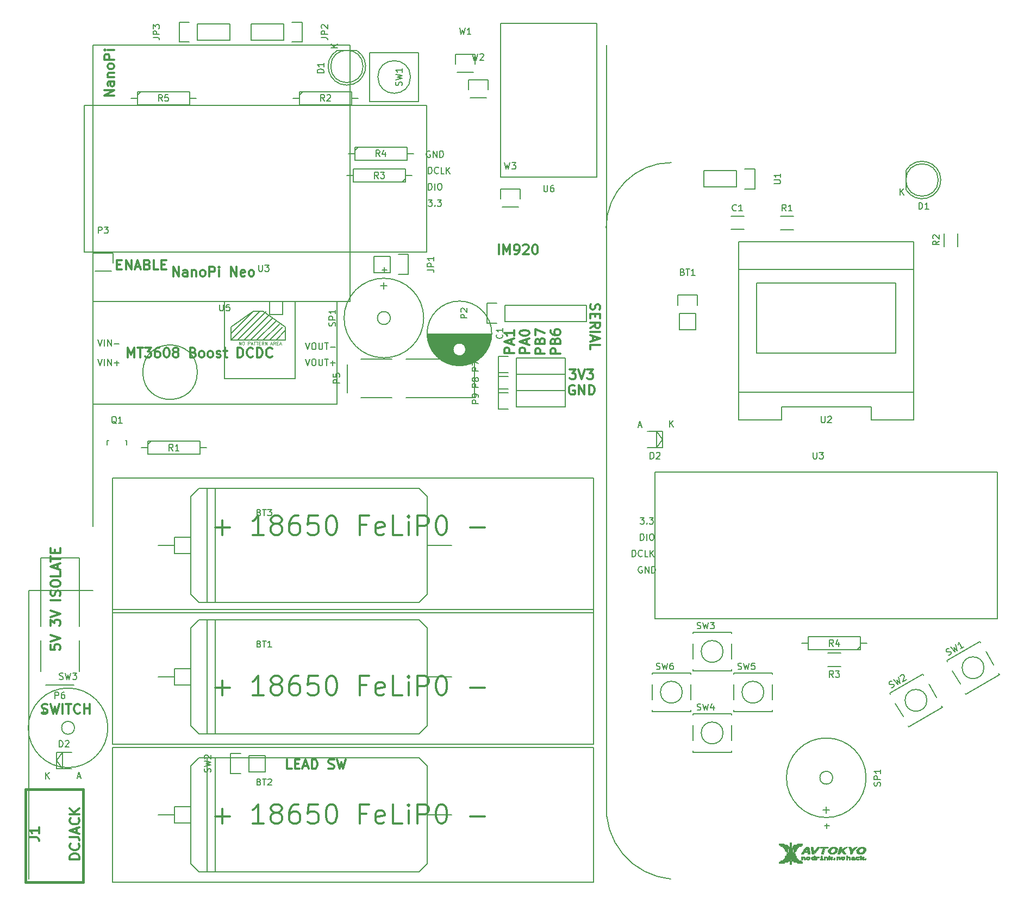
<source format=gbr>
G04 #@! TF.FileFunction,Legend,Top*
%FSLAX46Y46*%
G04 Gerber Fmt 4.6, Leading zero omitted, Abs format (unit mm)*
G04 Created by KiCad (PCBNEW 4.0.2+dfsg1-stable) date 2017年10月10日 18時50分28秒*
%MOMM*%
G01*
G04 APERTURE LIST*
%ADD10C,0.100000*%
%ADD11C,0.200000*%
%ADD12C,0.300000*%
%ADD13C,0.150000*%
%ADD14C,0.010000*%
%ADD15C,0.381000*%
%ADD16C,0.304800*%
%ADD17C,0.125000*%
G04 APERTURE END LIST*
D10*
D11*
X181085600Y-154244800D02*
G75*
G03X191085600Y-166244800I11000000J-1000000D01*
G01*
X191175600Y-54574800D02*
G75*
G03X181015600Y-64734800I0J-10160000D01*
G01*
D12*
X132053601Y-149073371D02*
X131339315Y-149073371D01*
X131339315Y-147573371D01*
X132553601Y-148287657D02*
X133053601Y-148287657D01*
X133267887Y-149073371D02*
X132553601Y-149073371D01*
X132553601Y-147573371D01*
X133267887Y-147573371D01*
X133839315Y-148644800D02*
X134553601Y-148644800D01*
X133696458Y-149073371D02*
X134196458Y-147573371D01*
X134696458Y-149073371D01*
X135196458Y-149073371D02*
X135196458Y-147573371D01*
X135553601Y-147573371D01*
X135767886Y-147644800D01*
X135910744Y-147787657D01*
X135982172Y-147930514D01*
X136053601Y-148216229D01*
X136053601Y-148430514D01*
X135982172Y-148716229D01*
X135910744Y-148859086D01*
X135767886Y-149001943D01*
X135553601Y-149073371D01*
X135196458Y-149073371D01*
X137767886Y-149001943D02*
X137982172Y-149073371D01*
X138339315Y-149073371D01*
X138482172Y-149001943D01*
X138553601Y-148930514D01*
X138625029Y-148787657D01*
X138625029Y-148644800D01*
X138553601Y-148501943D01*
X138482172Y-148430514D01*
X138339315Y-148359086D01*
X138053601Y-148287657D01*
X137910743Y-148216229D01*
X137839315Y-148144800D01*
X137767886Y-148001943D01*
X137767886Y-147859086D01*
X137839315Y-147716229D01*
X137910743Y-147644800D01*
X138053601Y-147573371D01*
X138410743Y-147573371D01*
X138625029Y-147644800D01*
X139125029Y-147573371D02*
X139482172Y-149073371D01*
X139767886Y-148001943D01*
X140053600Y-149073371D01*
X140410743Y-147573371D01*
X120085600Y-111459086D02*
X122371314Y-111459086D01*
X121228457Y-112601943D02*
X121228457Y-110316229D01*
X127657028Y-112601943D02*
X125942743Y-112601943D01*
X126799885Y-112601943D02*
X126799885Y-109601943D01*
X126514171Y-110030514D01*
X126228457Y-110316229D01*
X125942743Y-110459086D01*
X129371314Y-110887657D02*
X129085600Y-110744800D01*
X128942743Y-110601943D01*
X128799886Y-110316229D01*
X128799886Y-110173371D01*
X128942743Y-109887657D01*
X129085600Y-109744800D01*
X129371314Y-109601943D01*
X129942743Y-109601943D01*
X130228457Y-109744800D01*
X130371314Y-109887657D01*
X130514171Y-110173371D01*
X130514171Y-110316229D01*
X130371314Y-110601943D01*
X130228457Y-110744800D01*
X129942743Y-110887657D01*
X129371314Y-110887657D01*
X129085600Y-111030514D01*
X128942743Y-111173371D01*
X128799886Y-111459086D01*
X128799886Y-112030514D01*
X128942743Y-112316229D01*
X129085600Y-112459086D01*
X129371314Y-112601943D01*
X129942743Y-112601943D01*
X130228457Y-112459086D01*
X130371314Y-112316229D01*
X130514171Y-112030514D01*
X130514171Y-111459086D01*
X130371314Y-111173371D01*
X130228457Y-111030514D01*
X129942743Y-110887657D01*
X133085600Y-109601943D02*
X132514171Y-109601943D01*
X132228457Y-109744800D01*
X132085600Y-109887657D01*
X131799886Y-110316229D01*
X131657029Y-110887657D01*
X131657029Y-112030514D01*
X131799886Y-112316229D01*
X131942743Y-112459086D01*
X132228457Y-112601943D01*
X132799886Y-112601943D01*
X133085600Y-112459086D01*
X133228457Y-112316229D01*
X133371314Y-112030514D01*
X133371314Y-111316229D01*
X133228457Y-111030514D01*
X133085600Y-110887657D01*
X132799886Y-110744800D01*
X132228457Y-110744800D01*
X131942743Y-110887657D01*
X131799886Y-111030514D01*
X131657029Y-111316229D01*
X136085600Y-109601943D02*
X134657029Y-109601943D01*
X134514172Y-111030514D01*
X134657029Y-110887657D01*
X134942743Y-110744800D01*
X135657029Y-110744800D01*
X135942743Y-110887657D01*
X136085600Y-111030514D01*
X136228457Y-111316229D01*
X136228457Y-112030514D01*
X136085600Y-112316229D01*
X135942743Y-112459086D01*
X135657029Y-112601943D01*
X134942743Y-112601943D01*
X134657029Y-112459086D01*
X134514172Y-112316229D01*
X138085600Y-109601943D02*
X138371315Y-109601943D01*
X138657029Y-109744800D01*
X138799886Y-109887657D01*
X138942743Y-110173371D01*
X139085600Y-110744800D01*
X139085600Y-111459086D01*
X138942743Y-112030514D01*
X138799886Y-112316229D01*
X138657029Y-112459086D01*
X138371315Y-112601943D01*
X138085600Y-112601943D01*
X137799886Y-112459086D01*
X137657029Y-112316229D01*
X137514172Y-112030514D01*
X137371315Y-111459086D01*
X137371315Y-110744800D01*
X137514172Y-110173371D01*
X137657029Y-109887657D01*
X137799886Y-109744800D01*
X138085600Y-109601943D01*
X143657029Y-111030514D02*
X142657029Y-111030514D01*
X142657029Y-112601943D02*
X142657029Y-109601943D01*
X144085600Y-109601943D01*
X146371315Y-112459086D02*
X146085601Y-112601943D01*
X145514172Y-112601943D01*
X145228458Y-112459086D01*
X145085601Y-112173371D01*
X145085601Y-111030514D01*
X145228458Y-110744800D01*
X145514172Y-110601943D01*
X146085601Y-110601943D01*
X146371315Y-110744800D01*
X146514172Y-111030514D01*
X146514172Y-111316229D01*
X145085601Y-111601943D01*
X149228458Y-112601943D02*
X147799887Y-112601943D01*
X147799887Y-109601943D01*
X150228458Y-112601943D02*
X150228458Y-110601943D01*
X150228458Y-109601943D02*
X150085601Y-109744800D01*
X150228458Y-109887657D01*
X150371315Y-109744800D01*
X150228458Y-109601943D01*
X150228458Y-109887657D01*
X151657029Y-112601943D02*
X151657029Y-109601943D01*
X152799886Y-109601943D01*
X153085600Y-109744800D01*
X153228457Y-109887657D01*
X153371314Y-110173371D01*
X153371314Y-110601943D01*
X153228457Y-110887657D01*
X153085600Y-111030514D01*
X152799886Y-111173371D01*
X151657029Y-111173371D01*
X155228457Y-109601943D02*
X155514172Y-109601943D01*
X155799886Y-109744800D01*
X155942743Y-109887657D01*
X156085600Y-110173371D01*
X156228457Y-110744800D01*
X156228457Y-111459086D01*
X156085600Y-112030514D01*
X155942743Y-112316229D01*
X155799886Y-112459086D01*
X155514172Y-112601943D01*
X155228457Y-112601943D01*
X154942743Y-112459086D01*
X154799886Y-112316229D01*
X154657029Y-112030514D01*
X154514172Y-111459086D01*
X154514172Y-110744800D01*
X154657029Y-110173371D01*
X154799886Y-109887657D01*
X154942743Y-109744800D01*
X155228457Y-109601943D01*
X159799886Y-111459086D02*
X162085600Y-111459086D01*
X120085600Y-156459086D02*
X122371314Y-156459086D01*
X121228457Y-157601943D02*
X121228457Y-155316229D01*
X127657028Y-157601943D02*
X125942743Y-157601943D01*
X126799885Y-157601943D02*
X126799885Y-154601943D01*
X126514171Y-155030514D01*
X126228457Y-155316229D01*
X125942743Y-155459086D01*
X129371314Y-155887657D02*
X129085600Y-155744800D01*
X128942743Y-155601943D01*
X128799886Y-155316229D01*
X128799886Y-155173371D01*
X128942743Y-154887657D01*
X129085600Y-154744800D01*
X129371314Y-154601943D01*
X129942743Y-154601943D01*
X130228457Y-154744800D01*
X130371314Y-154887657D01*
X130514171Y-155173371D01*
X130514171Y-155316229D01*
X130371314Y-155601943D01*
X130228457Y-155744800D01*
X129942743Y-155887657D01*
X129371314Y-155887657D01*
X129085600Y-156030514D01*
X128942743Y-156173371D01*
X128799886Y-156459086D01*
X128799886Y-157030514D01*
X128942743Y-157316229D01*
X129085600Y-157459086D01*
X129371314Y-157601943D01*
X129942743Y-157601943D01*
X130228457Y-157459086D01*
X130371314Y-157316229D01*
X130514171Y-157030514D01*
X130514171Y-156459086D01*
X130371314Y-156173371D01*
X130228457Y-156030514D01*
X129942743Y-155887657D01*
X133085600Y-154601943D02*
X132514171Y-154601943D01*
X132228457Y-154744800D01*
X132085600Y-154887657D01*
X131799886Y-155316229D01*
X131657029Y-155887657D01*
X131657029Y-157030514D01*
X131799886Y-157316229D01*
X131942743Y-157459086D01*
X132228457Y-157601943D01*
X132799886Y-157601943D01*
X133085600Y-157459086D01*
X133228457Y-157316229D01*
X133371314Y-157030514D01*
X133371314Y-156316229D01*
X133228457Y-156030514D01*
X133085600Y-155887657D01*
X132799886Y-155744800D01*
X132228457Y-155744800D01*
X131942743Y-155887657D01*
X131799886Y-156030514D01*
X131657029Y-156316229D01*
X136085600Y-154601943D02*
X134657029Y-154601943D01*
X134514172Y-156030514D01*
X134657029Y-155887657D01*
X134942743Y-155744800D01*
X135657029Y-155744800D01*
X135942743Y-155887657D01*
X136085600Y-156030514D01*
X136228457Y-156316229D01*
X136228457Y-157030514D01*
X136085600Y-157316229D01*
X135942743Y-157459086D01*
X135657029Y-157601943D01*
X134942743Y-157601943D01*
X134657029Y-157459086D01*
X134514172Y-157316229D01*
X138085600Y-154601943D02*
X138371315Y-154601943D01*
X138657029Y-154744800D01*
X138799886Y-154887657D01*
X138942743Y-155173371D01*
X139085600Y-155744800D01*
X139085600Y-156459086D01*
X138942743Y-157030514D01*
X138799886Y-157316229D01*
X138657029Y-157459086D01*
X138371315Y-157601943D01*
X138085600Y-157601943D01*
X137799886Y-157459086D01*
X137657029Y-157316229D01*
X137514172Y-157030514D01*
X137371315Y-156459086D01*
X137371315Y-155744800D01*
X137514172Y-155173371D01*
X137657029Y-154887657D01*
X137799886Y-154744800D01*
X138085600Y-154601943D01*
X143657029Y-156030514D02*
X142657029Y-156030514D01*
X142657029Y-157601943D02*
X142657029Y-154601943D01*
X144085600Y-154601943D01*
X146371315Y-157459086D02*
X146085601Y-157601943D01*
X145514172Y-157601943D01*
X145228458Y-157459086D01*
X145085601Y-157173371D01*
X145085601Y-156030514D01*
X145228458Y-155744800D01*
X145514172Y-155601943D01*
X146085601Y-155601943D01*
X146371315Y-155744800D01*
X146514172Y-156030514D01*
X146514172Y-156316229D01*
X145085601Y-156601943D01*
X149228458Y-157601943D02*
X147799887Y-157601943D01*
X147799887Y-154601943D01*
X150228458Y-157601943D02*
X150228458Y-155601943D01*
X150228458Y-154601943D02*
X150085601Y-154744800D01*
X150228458Y-154887657D01*
X150371315Y-154744800D01*
X150228458Y-154601943D01*
X150228458Y-154887657D01*
X151657029Y-157601943D02*
X151657029Y-154601943D01*
X152799886Y-154601943D01*
X153085600Y-154744800D01*
X153228457Y-154887657D01*
X153371314Y-155173371D01*
X153371314Y-155601943D01*
X153228457Y-155887657D01*
X153085600Y-156030514D01*
X152799886Y-156173371D01*
X151657029Y-156173371D01*
X155228457Y-154601943D02*
X155514172Y-154601943D01*
X155799886Y-154744800D01*
X155942743Y-154887657D01*
X156085600Y-155173371D01*
X156228457Y-155744800D01*
X156228457Y-156459086D01*
X156085600Y-157030514D01*
X155942743Y-157316229D01*
X155799886Y-157459086D01*
X155514172Y-157601943D01*
X155228457Y-157601943D01*
X154942743Y-157459086D01*
X154799886Y-157316229D01*
X154657029Y-157030514D01*
X154514172Y-156459086D01*
X154514172Y-155744800D01*
X154657029Y-155173371D01*
X154799886Y-154887657D01*
X154942743Y-154744800D01*
X155228457Y-154601943D01*
X159799886Y-156459086D02*
X162085600Y-156459086D01*
X120085600Y-136459086D02*
X122371314Y-136459086D01*
X121228457Y-137601943D02*
X121228457Y-135316229D01*
X127657028Y-137601943D02*
X125942743Y-137601943D01*
X126799885Y-137601943D02*
X126799885Y-134601943D01*
X126514171Y-135030514D01*
X126228457Y-135316229D01*
X125942743Y-135459086D01*
X129371314Y-135887657D02*
X129085600Y-135744800D01*
X128942743Y-135601943D01*
X128799886Y-135316229D01*
X128799886Y-135173371D01*
X128942743Y-134887657D01*
X129085600Y-134744800D01*
X129371314Y-134601943D01*
X129942743Y-134601943D01*
X130228457Y-134744800D01*
X130371314Y-134887657D01*
X130514171Y-135173371D01*
X130514171Y-135316229D01*
X130371314Y-135601943D01*
X130228457Y-135744800D01*
X129942743Y-135887657D01*
X129371314Y-135887657D01*
X129085600Y-136030514D01*
X128942743Y-136173371D01*
X128799886Y-136459086D01*
X128799886Y-137030514D01*
X128942743Y-137316229D01*
X129085600Y-137459086D01*
X129371314Y-137601943D01*
X129942743Y-137601943D01*
X130228457Y-137459086D01*
X130371314Y-137316229D01*
X130514171Y-137030514D01*
X130514171Y-136459086D01*
X130371314Y-136173371D01*
X130228457Y-136030514D01*
X129942743Y-135887657D01*
X133085600Y-134601943D02*
X132514171Y-134601943D01*
X132228457Y-134744800D01*
X132085600Y-134887657D01*
X131799886Y-135316229D01*
X131657029Y-135887657D01*
X131657029Y-137030514D01*
X131799886Y-137316229D01*
X131942743Y-137459086D01*
X132228457Y-137601943D01*
X132799886Y-137601943D01*
X133085600Y-137459086D01*
X133228457Y-137316229D01*
X133371314Y-137030514D01*
X133371314Y-136316229D01*
X133228457Y-136030514D01*
X133085600Y-135887657D01*
X132799886Y-135744800D01*
X132228457Y-135744800D01*
X131942743Y-135887657D01*
X131799886Y-136030514D01*
X131657029Y-136316229D01*
X136085600Y-134601943D02*
X134657029Y-134601943D01*
X134514172Y-136030514D01*
X134657029Y-135887657D01*
X134942743Y-135744800D01*
X135657029Y-135744800D01*
X135942743Y-135887657D01*
X136085600Y-136030514D01*
X136228457Y-136316229D01*
X136228457Y-137030514D01*
X136085600Y-137316229D01*
X135942743Y-137459086D01*
X135657029Y-137601943D01*
X134942743Y-137601943D01*
X134657029Y-137459086D01*
X134514172Y-137316229D01*
X138085600Y-134601943D02*
X138371315Y-134601943D01*
X138657029Y-134744800D01*
X138799886Y-134887657D01*
X138942743Y-135173371D01*
X139085600Y-135744800D01*
X139085600Y-136459086D01*
X138942743Y-137030514D01*
X138799886Y-137316229D01*
X138657029Y-137459086D01*
X138371315Y-137601943D01*
X138085600Y-137601943D01*
X137799886Y-137459086D01*
X137657029Y-137316229D01*
X137514172Y-137030514D01*
X137371315Y-136459086D01*
X137371315Y-135744800D01*
X137514172Y-135173371D01*
X137657029Y-134887657D01*
X137799886Y-134744800D01*
X138085600Y-134601943D01*
X143657029Y-136030514D02*
X142657029Y-136030514D01*
X142657029Y-137601943D02*
X142657029Y-134601943D01*
X144085600Y-134601943D01*
X146371315Y-137459086D02*
X146085601Y-137601943D01*
X145514172Y-137601943D01*
X145228458Y-137459086D01*
X145085601Y-137173371D01*
X145085601Y-136030514D01*
X145228458Y-135744800D01*
X145514172Y-135601943D01*
X146085601Y-135601943D01*
X146371315Y-135744800D01*
X146514172Y-136030514D01*
X146514172Y-136316229D01*
X145085601Y-136601943D01*
X149228458Y-137601943D02*
X147799887Y-137601943D01*
X147799887Y-134601943D01*
X150228458Y-137601943D02*
X150228458Y-135601943D01*
X150228458Y-134601943D02*
X150085601Y-134744800D01*
X150228458Y-134887657D01*
X150371315Y-134744800D01*
X150228458Y-134601943D01*
X150228458Y-134887657D01*
X151657029Y-137601943D02*
X151657029Y-134601943D01*
X152799886Y-134601943D01*
X153085600Y-134744800D01*
X153228457Y-134887657D01*
X153371314Y-135173371D01*
X153371314Y-135601943D01*
X153228457Y-135887657D01*
X153085600Y-136030514D01*
X152799886Y-136173371D01*
X151657029Y-136173371D01*
X155228457Y-134601943D02*
X155514172Y-134601943D01*
X155799886Y-134744800D01*
X155942743Y-134887657D01*
X156085600Y-135173371D01*
X156228457Y-135744800D01*
X156228457Y-136459086D01*
X156085600Y-137030514D01*
X155942743Y-137316229D01*
X155799886Y-137459086D01*
X155514172Y-137601943D01*
X155228457Y-137601943D01*
X154942743Y-137459086D01*
X154799886Y-137316229D01*
X154657029Y-137030514D01*
X154514172Y-136459086D01*
X154514172Y-135744800D01*
X154657029Y-135173371D01*
X154799886Y-134887657D01*
X154942743Y-134744800D01*
X155228457Y-134601943D01*
X159799886Y-136459086D02*
X162085600Y-136459086D01*
X93140800Y-140391343D02*
X93355086Y-140462771D01*
X93712229Y-140462771D01*
X93855086Y-140391343D01*
X93926515Y-140319914D01*
X93997943Y-140177057D01*
X93997943Y-140034200D01*
X93926515Y-139891343D01*
X93855086Y-139819914D01*
X93712229Y-139748486D01*
X93426515Y-139677057D01*
X93283657Y-139605629D01*
X93212229Y-139534200D01*
X93140800Y-139391343D01*
X93140800Y-139248486D01*
X93212229Y-139105629D01*
X93283657Y-139034200D01*
X93426515Y-138962771D01*
X93783657Y-138962771D01*
X93997943Y-139034200D01*
X94497943Y-138962771D02*
X94855086Y-140462771D01*
X95140800Y-139391343D01*
X95426514Y-140462771D01*
X95783657Y-138962771D01*
X96355086Y-140462771D02*
X96355086Y-138962771D01*
X96855086Y-138962771D02*
X97712229Y-138962771D01*
X97283658Y-140462771D02*
X97283658Y-138962771D01*
X99069372Y-140319914D02*
X98997943Y-140391343D01*
X98783657Y-140462771D01*
X98640800Y-140462771D01*
X98426515Y-140391343D01*
X98283657Y-140248486D01*
X98212229Y-140105629D01*
X98140800Y-139819914D01*
X98140800Y-139605629D01*
X98212229Y-139319914D01*
X98283657Y-139177057D01*
X98426515Y-139034200D01*
X98640800Y-138962771D01*
X98783657Y-138962771D01*
X98997943Y-139034200D01*
X99069372Y-139105629D01*
X99712229Y-140462771D02*
X99712229Y-138962771D01*
X99712229Y-139677057D02*
X100569372Y-139677057D01*
X100569372Y-140462771D02*
X100569372Y-138962771D01*
X106479115Y-84945971D02*
X106479115Y-83445971D01*
X106979115Y-84517400D01*
X107479115Y-83445971D01*
X107479115Y-84945971D01*
X107979115Y-83445971D02*
X108836258Y-83445971D01*
X108407687Y-84945971D02*
X108407687Y-83445971D01*
X109193401Y-83445971D02*
X110121972Y-83445971D01*
X109621972Y-84017400D01*
X109836258Y-84017400D01*
X109979115Y-84088829D01*
X110050544Y-84160257D01*
X110121972Y-84303114D01*
X110121972Y-84660257D01*
X110050544Y-84803114D01*
X109979115Y-84874543D01*
X109836258Y-84945971D01*
X109407686Y-84945971D01*
X109264829Y-84874543D01*
X109193401Y-84803114D01*
X111407686Y-83445971D02*
X111121972Y-83445971D01*
X110979115Y-83517400D01*
X110907686Y-83588829D01*
X110764829Y-83803114D01*
X110693400Y-84088829D01*
X110693400Y-84660257D01*
X110764829Y-84803114D01*
X110836257Y-84874543D01*
X110979115Y-84945971D01*
X111264829Y-84945971D01*
X111407686Y-84874543D01*
X111479115Y-84803114D01*
X111550543Y-84660257D01*
X111550543Y-84303114D01*
X111479115Y-84160257D01*
X111407686Y-84088829D01*
X111264829Y-84017400D01*
X110979115Y-84017400D01*
X110836257Y-84088829D01*
X110764829Y-84160257D01*
X110693400Y-84303114D01*
X112479114Y-83445971D02*
X112621971Y-83445971D01*
X112764828Y-83517400D01*
X112836257Y-83588829D01*
X112907686Y-83731686D01*
X112979114Y-84017400D01*
X112979114Y-84374543D01*
X112907686Y-84660257D01*
X112836257Y-84803114D01*
X112764828Y-84874543D01*
X112621971Y-84945971D01*
X112479114Y-84945971D01*
X112336257Y-84874543D01*
X112264828Y-84803114D01*
X112193400Y-84660257D01*
X112121971Y-84374543D01*
X112121971Y-84017400D01*
X112193400Y-83731686D01*
X112264828Y-83588829D01*
X112336257Y-83517400D01*
X112479114Y-83445971D01*
X113836257Y-84088829D02*
X113693399Y-84017400D01*
X113621971Y-83945971D01*
X113550542Y-83803114D01*
X113550542Y-83731686D01*
X113621971Y-83588829D01*
X113693399Y-83517400D01*
X113836257Y-83445971D01*
X114121971Y-83445971D01*
X114264828Y-83517400D01*
X114336257Y-83588829D01*
X114407685Y-83731686D01*
X114407685Y-83803114D01*
X114336257Y-83945971D01*
X114264828Y-84017400D01*
X114121971Y-84088829D01*
X113836257Y-84088829D01*
X113693399Y-84160257D01*
X113621971Y-84231686D01*
X113550542Y-84374543D01*
X113550542Y-84660257D01*
X113621971Y-84803114D01*
X113693399Y-84874543D01*
X113836257Y-84945971D01*
X114121971Y-84945971D01*
X114264828Y-84874543D01*
X114336257Y-84803114D01*
X114407685Y-84660257D01*
X114407685Y-84374543D01*
X114336257Y-84231686D01*
X114264828Y-84160257D01*
X114121971Y-84088829D01*
X116693399Y-84160257D02*
X116907685Y-84231686D01*
X116979113Y-84303114D01*
X117050542Y-84445971D01*
X117050542Y-84660257D01*
X116979113Y-84803114D01*
X116907685Y-84874543D01*
X116764827Y-84945971D01*
X116193399Y-84945971D01*
X116193399Y-83445971D01*
X116693399Y-83445971D01*
X116836256Y-83517400D01*
X116907685Y-83588829D01*
X116979113Y-83731686D01*
X116979113Y-83874543D01*
X116907685Y-84017400D01*
X116836256Y-84088829D01*
X116693399Y-84160257D01*
X116193399Y-84160257D01*
X117907685Y-84945971D02*
X117764827Y-84874543D01*
X117693399Y-84803114D01*
X117621970Y-84660257D01*
X117621970Y-84231686D01*
X117693399Y-84088829D01*
X117764827Y-84017400D01*
X117907685Y-83945971D01*
X118121970Y-83945971D01*
X118264827Y-84017400D01*
X118336256Y-84088829D01*
X118407685Y-84231686D01*
X118407685Y-84660257D01*
X118336256Y-84803114D01*
X118264827Y-84874543D01*
X118121970Y-84945971D01*
X117907685Y-84945971D01*
X119264828Y-84945971D02*
X119121970Y-84874543D01*
X119050542Y-84803114D01*
X118979113Y-84660257D01*
X118979113Y-84231686D01*
X119050542Y-84088829D01*
X119121970Y-84017400D01*
X119264828Y-83945971D01*
X119479113Y-83945971D01*
X119621970Y-84017400D01*
X119693399Y-84088829D01*
X119764828Y-84231686D01*
X119764828Y-84660257D01*
X119693399Y-84803114D01*
X119621970Y-84874543D01*
X119479113Y-84945971D01*
X119264828Y-84945971D01*
X120336256Y-84874543D02*
X120479113Y-84945971D01*
X120764828Y-84945971D01*
X120907685Y-84874543D01*
X120979113Y-84731686D01*
X120979113Y-84660257D01*
X120907685Y-84517400D01*
X120764828Y-84445971D01*
X120550542Y-84445971D01*
X120407685Y-84374543D01*
X120336256Y-84231686D01*
X120336256Y-84160257D01*
X120407685Y-84017400D01*
X120550542Y-83945971D01*
X120764828Y-83945971D01*
X120907685Y-84017400D01*
X121407685Y-83945971D02*
X121979114Y-83945971D01*
X121621971Y-83445971D02*
X121621971Y-84731686D01*
X121693399Y-84874543D01*
X121836257Y-84945971D01*
X121979114Y-84945971D01*
X123621971Y-84945971D02*
X123621971Y-83445971D01*
X123979114Y-83445971D01*
X124193399Y-83517400D01*
X124336257Y-83660257D01*
X124407685Y-83803114D01*
X124479114Y-84088829D01*
X124479114Y-84303114D01*
X124407685Y-84588829D01*
X124336257Y-84731686D01*
X124193399Y-84874543D01*
X123979114Y-84945971D01*
X123621971Y-84945971D01*
X125979114Y-84803114D02*
X125907685Y-84874543D01*
X125693399Y-84945971D01*
X125550542Y-84945971D01*
X125336257Y-84874543D01*
X125193399Y-84731686D01*
X125121971Y-84588829D01*
X125050542Y-84303114D01*
X125050542Y-84088829D01*
X125121971Y-83803114D01*
X125193399Y-83660257D01*
X125336257Y-83517400D01*
X125550542Y-83445971D01*
X125693399Y-83445971D01*
X125907685Y-83517400D01*
X125979114Y-83588829D01*
X126621971Y-84945971D02*
X126621971Y-83445971D01*
X126979114Y-83445971D01*
X127193399Y-83517400D01*
X127336257Y-83660257D01*
X127407685Y-83803114D01*
X127479114Y-84088829D01*
X127479114Y-84303114D01*
X127407685Y-84588829D01*
X127336257Y-84731686D01*
X127193399Y-84874543D01*
X126979114Y-84945971D01*
X126621971Y-84945971D01*
X128979114Y-84803114D02*
X128907685Y-84874543D01*
X128693399Y-84945971D01*
X128550542Y-84945971D01*
X128336257Y-84874543D01*
X128193399Y-84731686D01*
X128121971Y-84588829D01*
X128050542Y-84303114D01*
X128050542Y-84088829D01*
X128121971Y-83803114D01*
X128193399Y-83660257D01*
X128336257Y-83517400D01*
X128550542Y-83445971D01*
X128693399Y-83445971D01*
X128907685Y-83517400D01*
X128979114Y-83588829D01*
X113577000Y-72322171D02*
X113577000Y-70822171D01*
X114434143Y-72322171D01*
X114434143Y-70822171D01*
X115791286Y-72322171D02*
X115791286Y-71536457D01*
X115719857Y-71393600D01*
X115577000Y-71322171D01*
X115291286Y-71322171D01*
X115148429Y-71393600D01*
X115791286Y-72250743D02*
X115648429Y-72322171D01*
X115291286Y-72322171D01*
X115148429Y-72250743D01*
X115077000Y-72107886D01*
X115077000Y-71965029D01*
X115148429Y-71822171D01*
X115291286Y-71750743D01*
X115648429Y-71750743D01*
X115791286Y-71679314D01*
X116505572Y-71322171D02*
X116505572Y-72322171D01*
X116505572Y-71465029D02*
X116577000Y-71393600D01*
X116719858Y-71322171D01*
X116934143Y-71322171D01*
X117077000Y-71393600D01*
X117148429Y-71536457D01*
X117148429Y-72322171D01*
X118077001Y-72322171D02*
X117934143Y-72250743D01*
X117862715Y-72179314D01*
X117791286Y-72036457D01*
X117791286Y-71607886D01*
X117862715Y-71465029D01*
X117934143Y-71393600D01*
X118077001Y-71322171D01*
X118291286Y-71322171D01*
X118434143Y-71393600D01*
X118505572Y-71465029D01*
X118577001Y-71607886D01*
X118577001Y-72036457D01*
X118505572Y-72179314D01*
X118434143Y-72250743D01*
X118291286Y-72322171D01*
X118077001Y-72322171D01*
X119219858Y-72322171D02*
X119219858Y-70822171D01*
X119791286Y-70822171D01*
X119934144Y-70893600D01*
X120005572Y-70965029D01*
X120077001Y-71107886D01*
X120077001Y-71322171D01*
X120005572Y-71465029D01*
X119934144Y-71536457D01*
X119791286Y-71607886D01*
X119219858Y-71607886D01*
X120719858Y-72322171D02*
X120719858Y-71322171D01*
X120719858Y-70822171D02*
X120648429Y-70893600D01*
X120719858Y-70965029D01*
X120791286Y-70893600D01*
X120719858Y-70822171D01*
X120719858Y-70965029D01*
X122577001Y-72322171D02*
X122577001Y-70822171D01*
X123434144Y-72322171D01*
X123434144Y-70822171D01*
X124719858Y-72250743D02*
X124577001Y-72322171D01*
X124291287Y-72322171D01*
X124148430Y-72250743D01*
X124077001Y-72107886D01*
X124077001Y-71536457D01*
X124148430Y-71393600D01*
X124291287Y-71322171D01*
X124577001Y-71322171D01*
X124719858Y-71393600D01*
X124791287Y-71536457D01*
X124791287Y-71679314D01*
X124077001Y-71822171D01*
X125648430Y-72322171D02*
X125505572Y-72250743D01*
X125434144Y-72179314D01*
X125362715Y-72036457D01*
X125362715Y-71607886D01*
X125434144Y-71465029D01*
X125505572Y-71393600D01*
X125648430Y-71322171D01*
X125862715Y-71322171D01*
X126005572Y-71393600D01*
X126077001Y-71465029D01*
X126148430Y-71607886D01*
X126148430Y-72036457D01*
X126077001Y-72179314D01*
X126005572Y-72250743D01*
X125862715Y-72322171D01*
X125648430Y-72322171D01*
X104351171Y-44176229D02*
X102851171Y-44176229D01*
X104351171Y-43319086D01*
X102851171Y-43319086D01*
X104351171Y-41961943D02*
X103565457Y-41961943D01*
X103422600Y-42033372D01*
X103351171Y-42176229D01*
X103351171Y-42461943D01*
X103422600Y-42604800D01*
X104279743Y-41961943D02*
X104351171Y-42104800D01*
X104351171Y-42461943D01*
X104279743Y-42604800D01*
X104136886Y-42676229D01*
X103994029Y-42676229D01*
X103851171Y-42604800D01*
X103779743Y-42461943D01*
X103779743Y-42104800D01*
X103708314Y-41961943D01*
X103351171Y-41247657D02*
X104351171Y-41247657D01*
X103494029Y-41247657D02*
X103422600Y-41176229D01*
X103351171Y-41033371D01*
X103351171Y-40819086D01*
X103422600Y-40676229D01*
X103565457Y-40604800D01*
X104351171Y-40604800D01*
X104351171Y-39676228D02*
X104279743Y-39819086D01*
X104208314Y-39890514D01*
X104065457Y-39961943D01*
X103636886Y-39961943D01*
X103494029Y-39890514D01*
X103422600Y-39819086D01*
X103351171Y-39676228D01*
X103351171Y-39461943D01*
X103422600Y-39319086D01*
X103494029Y-39247657D01*
X103636886Y-39176228D01*
X104065457Y-39176228D01*
X104208314Y-39247657D01*
X104279743Y-39319086D01*
X104351171Y-39461943D01*
X104351171Y-39676228D01*
X104351171Y-38533371D02*
X102851171Y-38533371D01*
X102851171Y-37961943D01*
X102922600Y-37819085D01*
X102994029Y-37747657D01*
X103136886Y-37676228D01*
X103351171Y-37676228D01*
X103494029Y-37747657D01*
X103565457Y-37819085D01*
X103636886Y-37961943D01*
X103636886Y-38533371D01*
X104351171Y-37033371D02*
X103351171Y-37033371D01*
X102851171Y-37033371D02*
X102922600Y-37104800D01*
X102994029Y-37033371D01*
X102922600Y-36961943D01*
X102851171Y-37033371D01*
X102994029Y-37033371D01*
X164299601Y-68867771D02*
X164299601Y-67367771D01*
X165013887Y-68867771D02*
X165013887Y-67367771D01*
X165513887Y-68439200D01*
X166013887Y-67367771D01*
X166013887Y-68867771D01*
X166799601Y-68867771D02*
X167085316Y-68867771D01*
X167228173Y-68796343D01*
X167299601Y-68724914D01*
X167442459Y-68510629D01*
X167513887Y-68224914D01*
X167513887Y-67653486D01*
X167442459Y-67510629D01*
X167371030Y-67439200D01*
X167228173Y-67367771D01*
X166942459Y-67367771D01*
X166799601Y-67439200D01*
X166728173Y-67510629D01*
X166656744Y-67653486D01*
X166656744Y-68010629D01*
X166728173Y-68153486D01*
X166799601Y-68224914D01*
X166942459Y-68296343D01*
X167228173Y-68296343D01*
X167371030Y-68224914D01*
X167442459Y-68153486D01*
X167513887Y-68010629D01*
X168085315Y-67510629D02*
X168156744Y-67439200D01*
X168299601Y-67367771D01*
X168656744Y-67367771D01*
X168799601Y-67439200D01*
X168871030Y-67510629D01*
X168942458Y-67653486D01*
X168942458Y-67796343D01*
X168871030Y-68010629D01*
X168013887Y-68867771D01*
X168942458Y-68867771D01*
X169871029Y-67367771D02*
X170013886Y-67367771D01*
X170156743Y-67439200D01*
X170228172Y-67510629D01*
X170299601Y-67653486D01*
X170371029Y-67939200D01*
X170371029Y-68296343D01*
X170299601Y-68582057D01*
X170228172Y-68724914D01*
X170156743Y-68796343D01*
X170013886Y-68867771D01*
X169871029Y-68867771D01*
X169728172Y-68796343D01*
X169656743Y-68724914D01*
X169585315Y-68582057D01*
X169513886Y-68296343D01*
X169513886Y-67939200D01*
X169585315Y-67653486D01*
X169656743Y-67510629D01*
X169728172Y-67439200D01*
X169871029Y-67367771D01*
X104839886Y-70469657D02*
X105339886Y-70469657D01*
X105554172Y-71255371D02*
X104839886Y-71255371D01*
X104839886Y-69755371D01*
X105554172Y-69755371D01*
X106197029Y-71255371D02*
X106197029Y-69755371D01*
X107054172Y-71255371D01*
X107054172Y-69755371D01*
X107697029Y-70826800D02*
X108411315Y-70826800D01*
X107554172Y-71255371D02*
X108054172Y-69755371D01*
X108554172Y-71255371D01*
X109554172Y-70469657D02*
X109768458Y-70541086D01*
X109839886Y-70612514D01*
X109911315Y-70755371D01*
X109911315Y-70969657D01*
X109839886Y-71112514D01*
X109768458Y-71183943D01*
X109625600Y-71255371D01*
X109054172Y-71255371D01*
X109054172Y-69755371D01*
X109554172Y-69755371D01*
X109697029Y-69826800D01*
X109768458Y-69898229D01*
X109839886Y-70041086D01*
X109839886Y-70183943D01*
X109768458Y-70326800D01*
X109697029Y-70398229D01*
X109554172Y-70469657D01*
X109054172Y-70469657D01*
X111268458Y-71255371D02*
X110554172Y-71255371D01*
X110554172Y-69755371D01*
X111768458Y-70469657D02*
X112268458Y-70469657D01*
X112482744Y-71255371D02*
X111768458Y-71255371D01*
X111768458Y-69755371D01*
X112482744Y-69755371D01*
X166664171Y-84264799D02*
X165164171Y-84264799D01*
X165164171Y-83693371D01*
X165235600Y-83550513D01*
X165307029Y-83479085D01*
X165449886Y-83407656D01*
X165664171Y-83407656D01*
X165807029Y-83479085D01*
X165878457Y-83550513D01*
X165949886Y-83693371D01*
X165949886Y-84264799D01*
X166235600Y-82836228D02*
X166235600Y-82121942D01*
X166664171Y-82979085D02*
X165164171Y-82479085D01*
X166664171Y-81979085D01*
X166664171Y-80693371D02*
X166664171Y-81550514D01*
X166664171Y-81121942D02*
X165164171Y-81121942D01*
X165378457Y-81264799D01*
X165521314Y-81407657D01*
X165592743Y-81550514D01*
X169064171Y-84264799D02*
X167564171Y-84264799D01*
X167564171Y-83693371D01*
X167635600Y-83550513D01*
X167707029Y-83479085D01*
X167849886Y-83407656D01*
X168064171Y-83407656D01*
X168207029Y-83479085D01*
X168278457Y-83550513D01*
X168349886Y-83693371D01*
X168349886Y-84264799D01*
X168635600Y-82836228D02*
X168635600Y-82121942D01*
X169064171Y-82979085D02*
X167564171Y-82479085D01*
X169064171Y-81979085D01*
X167564171Y-81193371D02*
X167564171Y-81050514D01*
X167635600Y-80907657D01*
X167707029Y-80836228D01*
X167849886Y-80764799D01*
X168135600Y-80693371D01*
X168492743Y-80693371D01*
X168778457Y-80764799D01*
X168921314Y-80836228D01*
X168992743Y-80907657D01*
X169064171Y-81050514D01*
X169064171Y-81193371D01*
X168992743Y-81336228D01*
X168921314Y-81407657D01*
X168778457Y-81479085D01*
X168492743Y-81550514D01*
X168135600Y-81550514D01*
X167849886Y-81479085D01*
X167707029Y-81407657D01*
X167635600Y-81336228D01*
X167564171Y-81193371D01*
X171464171Y-84371942D02*
X169964171Y-84371942D01*
X169964171Y-83800514D01*
X170035600Y-83657656D01*
X170107029Y-83586228D01*
X170249886Y-83514799D01*
X170464171Y-83514799D01*
X170607029Y-83586228D01*
X170678457Y-83657656D01*
X170749886Y-83800514D01*
X170749886Y-84371942D01*
X170678457Y-82371942D02*
X170749886Y-82157656D01*
X170821314Y-82086228D01*
X170964171Y-82014799D01*
X171178457Y-82014799D01*
X171321314Y-82086228D01*
X171392743Y-82157656D01*
X171464171Y-82300514D01*
X171464171Y-82871942D01*
X169964171Y-82871942D01*
X169964171Y-82371942D01*
X170035600Y-82229085D01*
X170107029Y-82157656D01*
X170249886Y-82086228D01*
X170392743Y-82086228D01*
X170535600Y-82157656D01*
X170607029Y-82229085D01*
X170678457Y-82371942D01*
X170678457Y-82871942D01*
X169964171Y-81514799D02*
X169964171Y-80514799D01*
X171464171Y-81157656D01*
X173864171Y-84371942D02*
X172364171Y-84371942D01*
X172364171Y-83800514D01*
X172435600Y-83657656D01*
X172507029Y-83586228D01*
X172649886Y-83514799D01*
X172864171Y-83514799D01*
X173007029Y-83586228D01*
X173078457Y-83657656D01*
X173149886Y-83800514D01*
X173149886Y-84371942D01*
X173078457Y-82371942D02*
X173149886Y-82157656D01*
X173221314Y-82086228D01*
X173364171Y-82014799D01*
X173578457Y-82014799D01*
X173721314Y-82086228D01*
X173792743Y-82157656D01*
X173864171Y-82300514D01*
X173864171Y-82871942D01*
X172364171Y-82871942D01*
X172364171Y-82371942D01*
X172435600Y-82229085D01*
X172507029Y-82157656D01*
X172649886Y-82086228D01*
X172792743Y-82086228D01*
X172935600Y-82157656D01*
X173007029Y-82229085D01*
X173078457Y-82371942D01*
X173078457Y-82871942D01*
X172364171Y-80729085D02*
X172364171Y-81014799D01*
X172435600Y-81157656D01*
X172507029Y-81229085D01*
X172721314Y-81371942D01*
X173007029Y-81443371D01*
X173578457Y-81443371D01*
X173721314Y-81371942D01*
X173792743Y-81300514D01*
X173864171Y-81157656D01*
X173864171Y-80871942D01*
X173792743Y-80729085D01*
X173721314Y-80657656D01*
X173578457Y-80586228D01*
X173221314Y-80586228D01*
X173078457Y-80657656D01*
X173007029Y-80729085D01*
X172935600Y-80871942D01*
X172935600Y-81157656D01*
X173007029Y-81300514D01*
X173078457Y-81371942D01*
X173221314Y-81443371D01*
X175348458Y-86843371D02*
X176277029Y-86843371D01*
X175777029Y-87414800D01*
X175991315Y-87414800D01*
X176134172Y-87486229D01*
X176205601Y-87557657D01*
X176277029Y-87700514D01*
X176277029Y-88057657D01*
X176205601Y-88200514D01*
X176134172Y-88271943D01*
X175991315Y-88343371D01*
X175562743Y-88343371D01*
X175419886Y-88271943D01*
X175348458Y-88200514D01*
X176705600Y-86843371D02*
X177205600Y-88343371D01*
X177705600Y-86843371D01*
X178062743Y-86843371D02*
X178991314Y-86843371D01*
X178491314Y-87414800D01*
X178705600Y-87414800D01*
X178848457Y-87486229D01*
X178919886Y-87557657D01*
X178991314Y-87700514D01*
X178991314Y-88057657D01*
X178919886Y-88200514D01*
X178848457Y-88271943D01*
X178705600Y-88343371D01*
X178277028Y-88343371D01*
X178134171Y-88271943D01*
X178062743Y-88200514D01*
X176062743Y-89314800D02*
X175919886Y-89243371D01*
X175705600Y-89243371D01*
X175491315Y-89314800D01*
X175348457Y-89457657D01*
X175277029Y-89600514D01*
X175205600Y-89886229D01*
X175205600Y-90100514D01*
X175277029Y-90386229D01*
X175348457Y-90529086D01*
X175491315Y-90671943D01*
X175705600Y-90743371D01*
X175848457Y-90743371D01*
X176062743Y-90671943D01*
X176134172Y-90600514D01*
X176134172Y-90100514D01*
X175848457Y-90100514D01*
X176777029Y-90743371D02*
X176777029Y-89243371D01*
X177634172Y-90743371D01*
X177634172Y-89243371D01*
X178348458Y-90743371D02*
X178348458Y-89243371D01*
X178705601Y-89243371D01*
X178919886Y-89314800D01*
X179062744Y-89457657D01*
X179134172Y-89600514D01*
X179205601Y-89886229D01*
X179205601Y-90100514D01*
X179134172Y-90386229D01*
X179062744Y-90529086D01*
X178919886Y-90671943D01*
X178705601Y-90743371D01*
X178348458Y-90743371D01*
X178630457Y-76637514D02*
X178559029Y-76851800D01*
X178559029Y-77208943D01*
X178630457Y-77351800D01*
X178701886Y-77423229D01*
X178844743Y-77494657D01*
X178987600Y-77494657D01*
X179130457Y-77423229D01*
X179201886Y-77351800D01*
X179273314Y-77208943D01*
X179344743Y-76923229D01*
X179416171Y-76780371D01*
X179487600Y-76708943D01*
X179630457Y-76637514D01*
X179773314Y-76637514D01*
X179916171Y-76708943D01*
X179987600Y-76780371D01*
X180059029Y-76923229D01*
X180059029Y-77280371D01*
X179987600Y-77494657D01*
X179344743Y-78137514D02*
X179344743Y-78637514D01*
X178559029Y-78851800D02*
X178559029Y-78137514D01*
X180059029Y-78137514D01*
X180059029Y-78851800D01*
X178559029Y-80351800D02*
X179273314Y-79851800D01*
X178559029Y-79494657D02*
X180059029Y-79494657D01*
X180059029Y-80066085D01*
X179987600Y-80208943D01*
X179916171Y-80280371D01*
X179773314Y-80351800D01*
X179559029Y-80351800D01*
X179416171Y-80280371D01*
X179344743Y-80208943D01*
X179273314Y-80066085D01*
X179273314Y-79494657D01*
X178559029Y-80994657D02*
X180059029Y-80994657D01*
X178987600Y-81637514D02*
X178987600Y-82351800D01*
X178559029Y-81494657D02*
X180059029Y-81994657D01*
X178559029Y-82494657D01*
X178559029Y-83708943D02*
X178559029Y-82994657D01*
X180059029Y-82994657D01*
D11*
X181085600Y-156244800D02*
X181085600Y-36244800D01*
X91085600Y-146244800D02*
X91085600Y-166244800D01*
X91085600Y-121244800D02*
X91085600Y-146244800D01*
X101085600Y-111244800D02*
X101085600Y-36244800D01*
X91085600Y-121244800D02*
X101085600Y-121244800D01*
X101085600Y-76244800D02*
X101085600Y-36244800D01*
X141085600Y-76244800D02*
X101085600Y-76244800D01*
X141085600Y-36244800D02*
X141085600Y-76244800D01*
X101085600Y-36244800D02*
X141085600Y-36244800D01*
D12*
X94469171Y-129756656D02*
X94469171Y-130470942D01*
X95183457Y-130542371D01*
X95112029Y-130470942D01*
X95040600Y-130328085D01*
X95040600Y-129970942D01*
X95112029Y-129828085D01*
X95183457Y-129756656D01*
X95326314Y-129685228D01*
X95683457Y-129685228D01*
X95826314Y-129756656D01*
X95897743Y-129828085D01*
X95969171Y-129970942D01*
X95969171Y-130328085D01*
X95897743Y-130470942D01*
X95826314Y-130542371D01*
X94469171Y-129256657D02*
X95969171Y-128756657D01*
X94469171Y-128256657D01*
X94469171Y-126756657D02*
X94469171Y-125828086D01*
X95040600Y-126328086D01*
X95040600Y-126113800D01*
X95112029Y-125970943D01*
X95183457Y-125899514D01*
X95326314Y-125828086D01*
X95683457Y-125828086D01*
X95826314Y-125899514D01*
X95897743Y-125970943D01*
X95969171Y-126113800D01*
X95969171Y-126542372D01*
X95897743Y-126685229D01*
X95826314Y-126756657D01*
X94469171Y-125399515D02*
X95969171Y-124899515D01*
X94469171Y-124399515D01*
X95969171Y-122756658D02*
X94469171Y-122756658D01*
X95897743Y-122113801D02*
X95969171Y-121899515D01*
X95969171Y-121542372D01*
X95897743Y-121399515D01*
X95826314Y-121328086D01*
X95683457Y-121256658D01*
X95540600Y-121256658D01*
X95397743Y-121328086D01*
X95326314Y-121399515D01*
X95254886Y-121542372D01*
X95183457Y-121828086D01*
X95112029Y-121970944D01*
X95040600Y-122042372D01*
X94897743Y-122113801D01*
X94754886Y-122113801D01*
X94612029Y-122042372D01*
X94540600Y-121970944D01*
X94469171Y-121828086D01*
X94469171Y-121470944D01*
X94540600Y-121256658D01*
X94469171Y-120328087D02*
X94469171Y-120042373D01*
X94540600Y-119899515D01*
X94683457Y-119756658D01*
X94969171Y-119685230D01*
X95469171Y-119685230D01*
X95754886Y-119756658D01*
X95897743Y-119899515D01*
X95969171Y-120042373D01*
X95969171Y-120328087D01*
X95897743Y-120470944D01*
X95754886Y-120613801D01*
X95469171Y-120685230D01*
X94969171Y-120685230D01*
X94683457Y-120613801D01*
X94540600Y-120470944D01*
X94469171Y-120328087D01*
X95969171Y-118328086D02*
X95969171Y-119042372D01*
X94469171Y-119042372D01*
X95540600Y-117899515D02*
X95540600Y-117185229D01*
X95969171Y-118042372D02*
X94469171Y-117542372D01*
X95969171Y-117042372D01*
X94469171Y-116756658D02*
X94469171Y-115899515D01*
X95969171Y-116328086D02*
X94469171Y-116328086D01*
X95183457Y-115399515D02*
X95183457Y-114899515D01*
X95969171Y-114685229D02*
X95969171Y-115399515D01*
X94469171Y-115399515D01*
X94469171Y-114685229D01*
D13*
X215575600Y-130969800D02*
X217575600Y-130969800D01*
X217575600Y-133119800D02*
X215575600Y-133119800D01*
X235811600Y-65639800D02*
X235811600Y-67639800D01*
X233661600Y-67639800D02*
X233661600Y-65639800D01*
X210209600Y-65047800D02*
X208209600Y-65047800D01*
X208209600Y-62897800D02*
X210209600Y-62897800D01*
X202462600Y-62947800D02*
X200462600Y-62947800D01*
X200462600Y-64997800D02*
X202462600Y-64997800D01*
X194175600Y-134124800D02*
X194175600Y-134324800D01*
X194175600Y-140124800D02*
X194175600Y-139924800D01*
X188175600Y-140124800D02*
X188175600Y-139924800D01*
X188175600Y-134124800D02*
X188175600Y-134324800D01*
X188175600Y-135924800D02*
X188175600Y-138324800D01*
X194175600Y-135924800D02*
X194175600Y-138324800D01*
X194175600Y-134124800D02*
X188175600Y-134124800D01*
X188175600Y-140124800D02*
X194175600Y-140124800D01*
X192875600Y-137124800D02*
G75*
G03X192875600Y-137124800I-1700000J0D01*
G01*
X206875600Y-134124800D02*
X206875600Y-134324800D01*
X206875600Y-140124800D02*
X206875600Y-139924800D01*
X200875600Y-140124800D02*
X200875600Y-139924800D01*
X200875600Y-134124800D02*
X200875600Y-134324800D01*
X200875600Y-135924800D02*
X200875600Y-138324800D01*
X206875600Y-135924800D02*
X206875600Y-138324800D01*
X206875600Y-134124800D02*
X200875600Y-134124800D01*
X200875600Y-140124800D02*
X206875600Y-140124800D01*
X205575600Y-137124800D02*
G75*
G03X205575600Y-137124800I-1700000J0D01*
G01*
X200525600Y-140474800D02*
X200525600Y-140674800D01*
X200525600Y-146474800D02*
X200525600Y-146274800D01*
X194525600Y-146474800D02*
X194525600Y-146274800D01*
X194525600Y-140474800D02*
X194525600Y-140674800D01*
X194525600Y-142274800D02*
X194525600Y-144674800D01*
X200525600Y-142274800D02*
X200525600Y-144674800D01*
X200525600Y-140474800D02*
X194525600Y-140474800D01*
X194525600Y-146474800D02*
X200525600Y-146474800D01*
X199225600Y-143474800D02*
G75*
G03X199225600Y-143474800I-1700000J0D01*
G01*
X200525600Y-127774800D02*
X200525600Y-127974800D01*
X200525600Y-133774800D02*
X200525600Y-133574800D01*
X194525600Y-133774800D02*
X194525600Y-133574800D01*
X194525600Y-127774800D02*
X194525600Y-127974800D01*
X194525600Y-129574800D02*
X194525600Y-131974800D01*
X200525600Y-129574800D02*
X200525600Y-131974800D01*
X200525600Y-127774800D02*
X194525600Y-127774800D01*
X194525600Y-133774800D02*
X200525600Y-133774800D01*
X199225600Y-130774800D02*
G75*
G03X199225600Y-130774800I-1700000J0D01*
G01*
X230373676Y-134296724D02*
X230473676Y-134469929D01*
X233373676Y-139492876D02*
X233273676Y-139319671D01*
X228177524Y-142492876D02*
X228077524Y-142319671D01*
X225177524Y-137296724D02*
X225277524Y-137469929D01*
X226077524Y-138855570D02*
X227277524Y-140934030D01*
X231273676Y-135855570D02*
X232473676Y-137934030D01*
X230373676Y-134296724D02*
X225177524Y-137296724D01*
X228177524Y-142492876D02*
X233373676Y-139492876D01*
X230975600Y-138394800D02*
G75*
G03X230975600Y-138394800I-1700000J0D01*
G01*
X239263676Y-129216724D02*
X239363676Y-129389929D01*
X242263676Y-134412876D02*
X242163676Y-134239671D01*
X237067524Y-137412876D02*
X236967524Y-137239671D01*
X234067524Y-132216724D02*
X234167524Y-132389929D01*
X234967524Y-133775570D02*
X236167524Y-135854030D01*
X240163676Y-130775570D02*
X241363676Y-132854030D01*
X239263676Y-129216724D02*
X234067524Y-132216724D01*
X237067524Y-137412876D02*
X242263676Y-134412876D01*
X239865600Y-133314800D02*
G75*
G03X239865600Y-133314800I-1700000J0D01*
G01*
X226155600Y-73374800D02*
X226155600Y-84274800D01*
X226155600Y-84274800D02*
X204455600Y-84274800D01*
X204455600Y-84274800D02*
X204455600Y-73374800D01*
X204455600Y-73374800D02*
X226155600Y-73374800D01*
X201716600Y-71211800D02*
X228894600Y-71211800D01*
X208955600Y-90388800D02*
X201716600Y-90388800D01*
X208955600Y-90388800D02*
X228894600Y-90388800D01*
X208305600Y-94674800D02*
X201655600Y-94674800D01*
X201655600Y-94674800D02*
X201655600Y-66874800D01*
X201655600Y-66874800D02*
X228955600Y-66874800D01*
X228955600Y-66874800D02*
X228955600Y-94674800D01*
X228955600Y-94674800D02*
X222305600Y-94674800D01*
X215305600Y-92674800D02*
X208305600Y-92674800D01*
X208305600Y-92674800D02*
X208305600Y-94674800D01*
X215305600Y-92674800D02*
X222305600Y-92674800D01*
X222305600Y-92674800D02*
X222305600Y-94674800D01*
D14*
G36*
X209749350Y-160542904D02*
X209865767Y-160556300D01*
X209877782Y-161011383D01*
X209885411Y-161219024D01*
X209896619Y-161354984D01*
X209913518Y-161432234D01*
X209938221Y-161463747D01*
X209951865Y-161466466D01*
X209995410Y-161436639D01*
X210013058Y-161339489D01*
X210013933Y-161297133D01*
X210021033Y-161186349D01*
X210049730Y-161137387D01*
X210098600Y-161127800D01*
X210164992Y-161102995D01*
X210183267Y-161021966D01*
X210188092Y-160965075D01*
X210215319Y-160933387D01*
X210284076Y-160919546D01*
X210413492Y-160916194D01*
X210458433Y-160916133D01*
X210607349Y-160913494D01*
X210690373Y-160901740D01*
X210726214Y-160875114D01*
X210733600Y-160831466D01*
X210739377Y-160793036D01*
X210766893Y-160768390D01*
X210831423Y-160754493D01*
X210948243Y-160748312D01*
X211132629Y-160746809D01*
X211159745Y-160746799D01*
X211585890Y-160746799D01*
X211572495Y-160863216D01*
X211537418Y-160958942D01*
X211463850Y-160993160D01*
X211384218Y-161035095D01*
X211368600Y-161088410D01*
X211355141Y-161139659D01*
X211300632Y-161163866D01*
X211183868Y-161170127D01*
X211178100Y-161170133D01*
X211059052Y-161175673D01*
X211002758Y-161198675D01*
X210987673Y-161248717D01*
X210987600Y-161254800D01*
X210957666Y-161325552D01*
X210902933Y-161339466D01*
X210836541Y-161364271D01*
X210818267Y-161445300D01*
X210800782Y-161525860D01*
X210731937Y-161550686D01*
X210712433Y-161551133D01*
X210647126Y-161559029D01*
X210616184Y-161597840D01*
X210607004Y-161690251D01*
X210606600Y-161741633D01*
X210601060Y-161860680D01*
X210578057Y-161916974D01*
X210528015Y-161932060D01*
X210521933Y-161932133D01*
X210451181Y-161962067D01*
X210437267Y-162016800D01*
X210407332Y-162087552D01*
X210352600Y-162101466D01*
X210283648Y-162127936D01*
X210267933Y-162164966D01*
X210303226Y-162216680D01*
X210352600Y-162228466D01*
X210405510Y-162240931D01*
X210430529Y-162292687D01*
X210437234Y-162405281D01*
X210437267Y-162418966D01*
X210442997Y-162538351D01*
X210466311Y-162594755D01*
X210516387Y-162609445D01*
X210519499Y-162609466D01*
X210574004Y-162626037D01*
X210602783Y-162689575D01*
X210614749Y-162789383D01*
X210630940Y-162906842D01*
X210665919Y-162963766D01*
X210723017Y-162982827D01*
X210802649Y-163024761D01*
X210818267Y-163078077D01*
X210849618Y-163146720D01*
X210902933Y-163159800D01*
X210973685Y-163189734D01*
X210987600Y-163244466D01*
X211000064Y-163297376D01*
X211051821Y-163322396D01*
X211164415Y-163329101D01*
X211178100Y-163329133D01*
X211295653Y-163333519D01*
X211351349Y-163355081D01*
X211367872Y-163406421D01*
X211368600Y-163434966D01*
X211385493Y-163514824D01*
X211452808Y-163540136D01*
X211477245Y-163540800D01*
X211554653Y-163553001D01*
X211576002Y-163607150D01*
X211572495Y-163657216D01*
X211559100Y-163773633D01*
X211156933Y-163773633D01*
X210970134Y-163772534D01*
X210851619Y-163766735D01*
X210785010Y-163752483D01*
X210753931Y-163726026D01*
X210742004Y-163683611D01*
X210741239Y-163678383D01*
X210726576Y-163626688D01*
X210687783Y-163598046D01*
X210604767Y-163585760D01*
X210457437Y-163583133D01*
X210455489Y-163583133D01*
X210307539Y-163580438D01*
X210225390Y-163568455D01*
X210190245Y-163541340D01*
X210183267Y-163498466D01*
X210166692Y-163440112D01*
X210101989Y-163416567D01*
X210035100Y-163413800D01*
X209886933Y-163413800D01*
X209886933Y-163964133D01*
X209632933Y-163964133D01*
X209632933Y-163413800D01*
X209484767Y-163413800D01*
X209382647Y-163423270D01*
X209341443Y-163460244D01*
X209336600Y-163498466D01*
X209328605Y-163542961D01*
X209292552Y-163568452D01*
X209210336Y-163580110D01*
X209063855Y-163583109D01*
X209040267Y-163583133D01*
X208885469Y-163584645D01*
X208796877Y-163593643D01*
X208756037Y-163616817D01*
X208744490Y-163660858D01*
X208743933Y-163690555D01*
X208743933Y-163797977D01*
X207960767Y-163773633D01*
X207947371Y-163657216D01*
X207949041Y-163572767D01*
X207996175Y-163543214D01*
X208042621Y-163540800D01*
X208124601Y-163524344D01*
X208150586Y-163458770D01*
X208151267Y-163434966D01*
X208159162Y-163369659D01*
X208197973Y-163338717D01*
X208290385Y-163329537D01*
X208341767Y-163329133D01*
X208460814Y-163323593D01*
X208517108Y-163300590D01*
X208529773Y-163258577D01*
X209675267Y-163258577D01*
X209701946Y-163339228D01*
X209760205Y-163361886D01*
X209817370Y-163323699D01*
X209837121Y-163272708D01*
X209819162Y-163214405D01*
X209763037Y-163202133D01*
X209692685Y-163224928D01*
X209675267Y-163258577D01*
X208529773Y-163258577D01*
X208532194Y-163250548D01*
X208532267Y-163244466D01*
X208562201Y-163173714D01*
X208616933Y-163159800D01*
X208687685Y-163129865D01*
X208701600Y-163075133D01*
X208731534Y-163004381D01*
X208786267Y-162990466D01*
X208839176Y-162978002D01*
X208864196Y-162926245D01*
X208870901Y-162813651D01*
X208870933Y-162799966D01*
X208874092Y-162715300D01*
X209294267Y-162715300D01*
X209329560Y-162767014D01*
X209378933Y-162778800D01*
X209447885Y-162752330D01*
X209463600Y-162715300D01*
X209675267Y-162715300D01*
X209710560Y-162767014D01*
X209759933Y-162778800D01*
X209828885Y-162752330D01*
X209844600Y-162715300D01*
X210056267Y-162715300D01*
X210090153Y-162771424D01*
X210119767Y-162778800D01*
X210175891Y-162744913D01*
X210183267Y-162715300D01*
X210149380Y-162659175D01*
X210119767Y-162651800D01*
X210063642Y-162685686D01*
X210056267Y-162715300D01*
X209844600Y-162715300D01*
X209809307Y-162663585D01*
X209759933Y-162651800D01*
X209690981Y-162678269D01*
X209675267Y-162715300D01*
X209463600Y-162715300D01*
X209428307Y-162663585D01*
X209378933Y-162651800D01*
X209309981Y-162678269D01*
X209294267Y-162715300D01*
X208874092Y-162715300D01*
X208875320Y-162682413D01*
X208896881Y-162626717D01*
X208948221Y-162610194D01*
X208976767Y-162609466D01*
X209042074Y-162601570D01*
X209073016Y-162562759D01*
X209082196Y-162470348D01*
X209082600Y-162418966D01*
X209088140Y-162299919D01*
X209111142Y-162243625D01*
X209161184Y-162228539D01*
X209167267Y-162228466D01*
X209236219Y-162201996D01*
X209251933Y-162164966D01*
X209216640Y-162113252D01*
X209167267Y-162101466D01*
X209096150Y-162071205D01*
X209082600Y-162019744D01*
X209046906Y-161946352D01*
X208987350Y-161924494D01*
X208924688Y-161901065D01*
X208892635Y-161838221D01*
X208885382Y-161780862D01*
X209294267Y-161780862D01*
X209296756Y-161930613D01*
X209308106Y-162014446D01*
X209334141Y-162051054D01*
X209380684Y-162059133D01*
X209380953Y-162059133D01*
X209428062Y-162051701D01*
X209452456Y-162016608D01*
X209459519Y-161934655D01*
X209455037Y-161794975D01*
X209454169Y-161783966D01*
X210056267Y-161783966D01*
X210060506Y-161938311D01*
X210075654Y-162024097D01*
X210105355Y-162057118D01*
X210119767Y-162059133D01*
X210155385Y-162040763D01*
X210175181Y-161975122D01*
X210182802Y-161846415D01*
X210183267Y-161783966D01*
X210179027Y-161629621D01*
X210163879Y-161543835D01*
X210134178Y-161510814D01*
X210119767Y-161508800D01*
X210084148Y-161527170D01*
X210064352Y-161592811D01*
X210056731Y-161721517D01*
X210056267Y-161783966D01*
X209454169Y-161783966D01*
X209443097Y-161643641D01*
X209421666Y-161558601D01*
X209385045Y-161521566D01*
X209368350Y-161516704D01*
X209328347Y-161519426D01*
X209305868Y-161558176D01*
X209296122Y-161650046D01*
X209294267Y-161780862D01*
X208885382Y-161780862D01*
X208879082Y-161731050D01*
X208863070Y-161614421D01*
X208830201Y-161561515D01*
X208783832Y-161551133D01*
X208718978Y-161525012D01*
X208701600Y-161445300D01*
X208680777Y-161361273D01*
X208621871Y-161339466D01*
X208547378Y-161303711D01*
X208520000Y-161254800D01*
X208486415Y-161198202D01*
X208409371Y-161173750D01*
X208324563Y-161170133D01*
X208211756Y-161163106D01*
X208161299Y-161135221D01*
X208151267Y-161088410D01*
X208115573Y-161015019D01*
X208056017Y-160993160D01*
X207977098Y-160952542D01*
X207947371Y-160863216D01*
X207933976Y-160746799D01*
X208338955Y-160746799D01*
X208526802Y-160748124D01*
X208645609Y-160754223D01*
X208710989Y-160768287D01*
X208738552Y-160793504D01*
X208743933Y-160829532D01*
X208753754Y-160874272D01*
X208795317Y-160901145D01*
X208886778Y-160916202D01*
X209029683Y-160924782D01*
X209182581Y-160934085D01*
X209270328Y-160949858D01*
X209312439Y-160979130D01*
X209328430Y-161028926D01*
X209328961Y-161032550D01*
X209370895Y-161112182D01*
X209424211Y-161127800D01*
X209477896Y-161143085D01*
X209501565Y-161203420D01*
X209505933Y-161297133D01*
X209516419Y-161414875D01*
X209551177Y-161463393D01*
X209569433Y-161466466D01*
X209597783Y-161453206D01*
X209616479Y-161404500D01*
X209627334Y-161306961D01*
X209632164Y-161147203D01*
X209632933Y-160997988D01*
X209632933Y-160529509D01*
X209749350Y-160542904D01*
X209749350Y-160542904D01*
G37*
X209749350Y-160542904D02*
X209865767Y-160556300D01*
X209877782Y-161011383D01*
X209885411Y-161219024D01*
X209896619Y-161354984D01*
X209913518Y-161432234D01*
X209938221Y-161463747D01*
X209951865Y-161466466D01*
X209995410Y-161436639D01*
X210013058Y-161339489D01*
X210013933Y-161297133D01*
X210021033Y-161186349D01*
X210049730Y-161137387D01*
X210098600Y-161127800D01*
X210164992Y-161102995D01*
X210183267Y-161021966D01*
X210188092Y-160965075D01*
X210215319Y-160933387D01*
X210284076Y-160919546D01*
X210413492Y-160916194D01*
X210458433Y-160916133D01*
X210607349Y-160913494D01*
X210690373Y-160901740D01*
X210726214Y-160875114D01*
X210733600Y-160831466D01*
X210739377Y-160793036D01*
X210766893Y-160768390D01*
X210831423Y-160754493D01*
X210948243Y-160748312D01*
X211132629Y-160746809D01*
X211159745Y-160746799D01*
X211585890Y-160746799D01*
X211572495Y-160863216D01*
X211537418Y-160958942D01*
X211463850Y-160993160D01*
X211384218Y-161035095D01*
X211368600Y-161088410D01*
X211355141Y-161139659D01*
X211300632Y-161163866D01*
X211183868Y-161170127D01*
X211178100Y-161170133D01*
X211059052Y-161175673D01*
X211002758Y-161198675D01*
X210987673Y-161248717D01*
X210987600Y-161254800D01*
X210957666Y-161325552D01*
X210902933Y-161339466D01*
X210836541Y-161364271D01*
X210818267Y-161445300D01*
X210800782Y-161525860D01*
X210731937Y-161550686D01*
X210712433Y-161551133D01*
X210647126Y-161559029D01*
X210616184Y-161597840D01*
X210607004Y-161690251D01*
X210606600Y-161741633D01*
X210601060Y-161860680D01*
X210578057Y-161916974D01*
X210528015Y-161932060D01*
X210521933Y-161932133D01*
X210451181Y-161962067D01*
X210437267Y-162016800D01*
X210407332Y-162087552D01*
X210352600Y-162101466D01*
X210283648Y-162127936D01*
X210267933Y-162164966D01*
X210303226Y-162216680D01*
X210352600Y-162228466D01*
X210405510Y-162240931D01*
X210430529Y-162292687D01*
X210437234Y-162405281D01*
X210437267Y-162418966D01*
X210442997Y-162538351D01*
X210466311Y-162594755D01*
X210516387Y-162609445D01*
X210519499Y-162609466D01*
X210574004Y-162626037D01*
X210602783Y-162689575D01*
X210614749Y-162789383D01*
X210630940Y-162906842D01*
X210665919Y-162963766D01*
X210723017Y-162982827D01*
X210802649Y-163024761D01*
X210818267Y-163078077D01*
X210849618Y-163146720D01*
X210902933Y-163159800D01*
X210973685Y-163189734D01*
X210987600Y-163244466D01*
X211000064Y-163297376D01*
X211051821Y-163322396D01*
X211164415Y-163329101D01*
X211178100Y-163329133D01*
X211295653Y-163333519D01*
X211351349Y-163355081D01*
X211367872Y-163406421D01*
X211368600Y-163434966D01*
X211385493Y-163514824D01*
X211452808Y-163540136D01*
X211477245Y-163540800D01*
X211554653Y-163553001D01*
X211576002Y-163607150D01*
X211572495Y-163657216D01*
X211559100Y-163773633D01*
X211156933Y-163773633D01*
X210970134Y-163772534D01*
X210851619Y-163766735D01*
X210785010Y-163752483D01*
X210753931Y-163726026D01*
X210742004Y-163683611D01*
X210741239Y-163678383D01*
X210726576Y-163626688D01*
X210687783Y-163598046D01*
X210604767Y-163585760D01*
X210457437Y-163583133D01*
X210455489Y-163583133D01*
X210307539Y-163580438D01*
X210225390Y-163568455D01*
X210190245Y-163541340D01*
X210183267Y-163498466D01*
X210166692Y-163440112D01*
X210101989Y-163416567D01*
X210035100Y-163413800D01*
X209886933Y-163413800D01*
X209886933Y-163964133D01*
X209632933Y-163964133D01*
X209632933Y-163413800D01*
X209484767Y-163413800D01*
X209382647Y-163423270D01*
X209341443Y-163460244D01*
X209336600Y-163498466D01*
X209328605Y-163542961D01*
X209292552Y-163568452D01*
X209210336Y-163580110D01*
X209063855Y-163583109D01*
X209040267Y-163583133D01*
X208885469Y-163584645D01*
X208796877Y-163593643D01*
X208756037Y-163616817D01*
X208744490Y-163660858D01*
X208743933Y-163690555D01*
X208743933Y-163797977D01*
X207960767Y-163773633D01*
X207947371Y-163657216D01*
X207949041Y-163572767D01*
X207996175Y-163543214D01*
X208042621Y-163540800D01*
X208124601Y-163524344D01*
X208150586Y-163458770D01*
X208151267Y-163434966D01*
X208159162Y-163369659D01*
X208197973Y-163338717D01*
X208290385Y-163329537D01*
X208341767Y-163329133D01*
X208460814Y-163323593D01*
X208517108Y-163300590D01*
X208529773Y-163258577D01*
X209675267Y-163258577D01*
X209701946Y-163339228D01*
X209760205Y-163361886D01*
X209817370Y-163323699D01*
X209837121Y-163272708D01*
X209819162Y-163214405D01*
X209763037Y-163202133D01*
X209692685Y-163224928D01*
X209675267Y-163258577D01*
X208529773Y-163258577D01*
X208532194Y-163250548D01*
X208532267Y-163244466D01*
X208562201Y-163173714D01*
X208616933Y-163159800D01*
X208687685Y-163129865D01*
X208701600Y-163075133D01*
X208731534Y-163004381D01*
X208786267Y-162990466D01*
X208839176Y-162978002D01*
X208864196Y-162926245D01*
X208870901Y-162813651D01*
X208870933Y-162799966D01*
X208874092Y-162715300D01*
X209294267Y-162715300D01*
X209329560Y-162767014D01*
X209378933Y-162778800D01*
X209447885Y-162752330D01*
X209463600Y-162715300D01*
X209675267Y-162715300D01*
X209710560Y-162767014D01*
X209759933Y-162778800D01*
X209828885Y-162752330D01*
X209844600Y-162715300D01*
X210056267Y-162715300D01*
X210090153Y-162771424D01*
X210119767Y-162778800D01*
X210175891Y-162744913D01*
X210183267Y-162715300D01*
X210149380Y-162659175D01*
X210119767Y-162651800D01*
X210063642Y-162685686D01*
X210056267Y-162715300D01*
X209844600Y-162715300D01*
X209809307Y-162663585D01*
X209759933Y-162651800D01*
X209690981Y-162678269D01*
X209675267Y-162715300D01*
X209463600Y-162715300D01*
X209428307Y-162663585D01*
X209378933Y-162651800D01*
X209309981Y-162678269D01*
X209294267Y-162715300D01*
X208874092Y-162715300D01*
X208875320Y-162682413D01*
X208896881Y-162626717D01*
X208948221Y-162610194D01*
X208976767Y-162609466D01*
X209042074Y-162601570D01*
X209073016Y-162562759D01*
X209082196Y-162470348D01*
X209082600Y-162418966D01*
X209088140Y-162299919D01*
X209111142Y-162243625D01*
X209161184Y-162228539D01*
X209167267Y-162228466D01*
X209236219Y-162201996D01*
X209251933Y-162164966D01*
X209216640Y-162113252D01*
X209167267Y-162101466D01*
X209096150Y-162071205D01*
X209082600Y-162019744D01*
X209046906Y-161946352D01*
X208987350Y-161924494D01*
X208924688Y-161901065D01*
X208892635Y-161838221D01*
X208885382Y-161780862D01*
X209294267Y-161780862D01*
X209296756Y-161930613D01*
X209308106Y-162014446D01*
X209334141Y-162051054D01*
X209380684Y-162059133D01*
X209380953Y-162059133D01*
X209428062Y-162051701D01*
X209452456Y-162016608D01*
X209459519Y-161934655D01*
X209455037Y-161794975D01*
X209454169Y-161783966D01*
X210056267Y-161783966D01*
X210060506Y-161938311D01*
X210075654Y-162024097D01*
X210105355Y-162057118D01*
X210119767Y-162059133D01*
X210155385Y-162040763D01*
X210175181Y-161975122D01*
X210182802Y-161846415D01*
X210183267Y-161783966D01*
X210179027Y-161629621D01*
X210163879Y-161543835D01*
X210134178Y-161510814D01*
X210119767Y-161508800D01*
X210084148Y-161527170D01*
X210064352Y-161592811D01*
X210056731Y-161721517D01*
X210056267Y-161783966D01*
X209454169Y-161783966D01*
X209443097Y-161643641D01*
X209421666Y-161558601D01*
X209385045Y-161521566D01*
X209368350Y-161516704D01*
X209328347Y-161519426D01*
X209305868Y-161558176D01*
X209296122Y-161650046D01*
X209294267Y-161780862D01*
X208885382Y-161780862D01*
X208879082Y-161731050D01*
X208863070Y-161614421D01*
X208830201Y-161561515D01*
X208783832Y-161551133D01*
X208718978Y-161525012D01*
X208701600Y-161445300D01*
X208680777Y-161361273D01*
X208621871Y-161339466D01*
X208547378Y-161303711D01*
X208520000Y-161254800D01*
X208486415Y-161198202D01*
X208409371Y-161173750D01*
X208324563Y-161170133D01*
X208211756Y-161163106D01*
X208161299Y-161135221D01*
X208151267Y-161088410D01*
X208115573Y-161015019D01*
X208056017Y-160993160D01*
X207977098Y-160952542D01*
X207947371Y-160863216D01*
X207933976Y-160746799D01*
X208338955Y-160746799D01*
X208526802Y-160748124D01*
X208645609Y-160754223D01*
X208710989Y-160768287D01*
X208738552Y-160793504D01*
X208743933Y-160829532D01*
X208753754Y-160874272D01*
X208795317Y-160901145D01*
X208886778Y-160916202D01*
X209029683Y-160924782D01*
X209182581Y-160934085D01*
X209270328Y-160949858D01*
X209312439Y-160979130D01*
X209328430Y-161028926D01*
X209328961Y-161032550D01*
X209370895Y-161112182D01*
X209424211Y-161127800D01*
X209477896Y-161143085D01*
X209501565Y-161203420D01*
X209505933Y-161297133D01*
X209516419Y-161414875D01*
X209551177Y-161463393D01*
X209569433Y-161466466D01*
X209597783Y-161453206D01*
X209616479Y-161404500D01*
X209627334Y-161306961D01*
X209632164Y-161147203D01*
X209632933Y-160997988D01*
X209632933Y-160529509D01*
X209749350Y-160542904D01*
G36*
X211830885Y-162786632D02*
X211947184Y-162807284D01*
X211995133Y-162829600D01*
X212026827Y-162901330D01*
X212044567Y-163019185D01*
X212045933Y-163062433D01*
X212041056Y-163176654D01*
X212017460Y-163229496D01*
X211961702Y-163244086D01*
X211940100Y-163244466D01*
X211871913Y-163235224D01*
X211841607Y-163191629D01*
X211834304Y-163089879D01*
X211834267Y-163075133D01*
X211828490Y-162966034D01*
X211801243Y-162917544D01*
X211737650Y-162905860D01*
X211728433Y-162905800D01*
X211660247Y-162915042D01*
X211629940Y-162958637D01*
X211622638Y-163060386D01*
X211622600Y-163075133D01*
X211616823Y-163184231D01*
X211589576Y-163232722D01*
X211525983Y-163244406D01*
X211516767Y-163244466D01*
X211456154Y-163238422D01*
X211424593Y-163206478D01*
X211412667Y-163127914D01*
X211410933Y-163011633D01*
X211410933Y-162778800D01*
X211677633Y-162778800D01*
X211830885Y-162786632D01*
X211830885Y-162786632D01*
G37*
X211830885Y-162786632D02*
X211947184Y-162807284D01*
X211995133Y-162829600D01*
X212026827Y-162901330D01*
X212044567Y-163019185D01*
X212045933Y-163062433D01*
X212041056Y-163176654D01*
X212017460Y-163229496D01*
X211961702Y-163244086D01*
X211940100Y-163244466D01*
X211871913Y-163235224D01*
X211841607Y-163191629D01*
X211834304Y-163089879D01*
X211834267Y-163075133D01*
X211828490Y-162966034D01*
X211801243Y-162917544D01*
X211737650Y-162905860D01*
X211728433Y-162905800D01*
X211660247Y-162915042D01*
X211629940Y-162958637D01*
X211622638Y-163060386D01*
X211622600Y-163075133D01*
X211616823Y-163184231D01*
X211589576Y-163232722D01*
X211525983Y-163244406D01*
X211516767Y-163244466D01*
X211456154Y-163238422D01*
X211424593Y-163206478D01*
X211412667Y-163127914D01*
X211410933Y-163011633D01*
X211410933Y-162778800D01*
X211677633Y-162778800D01*
X211830885Y-162786632D01*
G36*
X212614561Y-162791737D02*
X212713358Y-162837378D01*
X212758460Y-162925968D01*
X212765600Y-163011633D01*
X212747958Y-163133704D01*
X212685720Y-163206156D01*
X212564916Y-163239230D01*
X212448100Y-163244466D01*
X212313751Y-163235036D01*
X212211763Y-163211003D01*
X212181400Y-163193666D01*
X212141688Y-163106445D01*
X212135068Y-163014577D01*
X212342267Y-163014577D01*
X212356086Y-163093865D01*
X212411875Y-163112493D01*
X212437517Y-163109827D01*
X212523100Y-163061620D01*
X212546294Y-163001050D01*
X212540616Y-162929903D01*
X212480206Y-162906654D01*
X212451044Y-162905800D01*
X212369185Y-162922024D01*
X212343069Y-162987672D01*
X212342267Y-163014577D01*
X212135068Y-163014577D01*
X212132907Y-162984591D01*
X212155057Y-162872284D01*
X212181400Y-162829600D01*
X212250870Y-162800207D01*
X212371353Y-162781864D01*
X212448100Y-162778800D01*
X212614561Y-162791737D01*
X212614561Y-162791737D01*
G37*
X212614561Y-162791737D02*
X212713358Y-162837378D01*
X212758460Y-162925968D01*
X212765600Y-163011633D01*
X212747958Y-163133704D01*
X212685720Y-163206156D01*
X212564916Y-163239230D01*
X212448100Y-163244466D01*
X212313751Y-163235036D01*
X212211763Y-163211003D01*
X212181400Y-163193666D01*
X212141688Y-163106445D01*
X212135068Y-163014577D01*
X212342267Y-163014577D01*
X212356086Y-163093865D01*
X212411875Y-163112493D01*
X212437517Y-163109827D01*
X212523100Y-163061620D01*
X212546294Y-163001050D01*
X212540616Y-162929903D01*
X212480206Y-162906654D01*
X212451044Y-162905800D01*
X212369185Y-162922024D01*
X212343069Y-162987672D01*
X212342267Y-163014577D01*
X212135068Y-163014577D01*
X212132907Y-162984591D01*
X212155057Y-162872284D01*
X212181400Y-162829600D01*
X212250870Y-162800207D01*
X212371353Y-162781864D01*
X212448100Y-162778800D01*
X212614561Y-162791737D01*
G36*
X213517931Y-162613423D02*
X213549486Y-162637183D01*
X213564708Y-162698580D01*
X213569544Y-162815449D01*
X213569933Y-162926966D01*
X213569933Y-163244466D01*
X213303233Y-163244466D01*
X213149982Y-163236633D01*
X213033682Y-163215982D01*
X212985733Y-163193666D01*
X212946021Y-163106445D01*
X212937240Y-162984591D01*
X212937472Y-162983411D01*
X213146600Y-162983411D01*
X213170053Y-163079518D01*
X213249572Y-163116036D01*
X213280655Y-163117466D01*
X213342668Y-163088385D01*
X213358267Y-163011633D01*
X213340782Y-162931072D01*
X213271937Y-162906246D01*
X213252433Y-162905800D01*
X213167870Y-162927126D01*
X213146600Y-162983411D01*
X212937472Y-162983411D01*
X212959390Y-162872284D01*
X212985733Y-162829600D01*
X213059190Y-162796161D01*
X213174587Y-162779290D01*
X213197400Y-162778800D01*
X213304770Y-162770875D01*
X213350690Y-162739252D01*
X213358267Y-162694133D01*
X213383071Y-162627740D01*
X213464100Y-162609466D01*
X213517931Y-162613423D01*
X213517931Y-162613423D01*
G37*
X213517931Y-162613423D02*
X213549486Y-162637183D01*
X213564708Y-162698580D01*
X213569544Y-162815449D01*
X213569933Y-162926966D01*
X213569933Y-163244466D01*
X213303233Y-163244466D01*
X213149982Y-163236633D01*
X213033682Y-163215982D01*
X212985733Y-163193666D01*
X212946021Y-163106445D01*
X212937240Y-162984591D01*
X212937472Y-162983411D01*
X213146600Y-162983411D01*
X213170053Y-163079518D01*
X213249572Y-163116036D01*
X213280655Y-163117466D01*
X213342668Y-163088385D01*
X213358267Y-163011633D01*
X213340782Y-162931072D01*
X213271937Y-162906246D01*
X213252433Y-162905800D01*
X213167870Y-162927126D01*
X213146600Y-162983411D01*
X212937472Y-162983411D01*
X212959390Y-162872284D01*
X212985733Y-162829600D01*
X213059190Y-162796161D01*
X213174587Y-162779290D01*
X213197400Y-162778800D01*
X213304770Y-162770875D01*
X213350690Y-162739252D01*
X213358267Y-162694133D01*
X213383071Y-162627740D01*
X213464100Y-162609466D01*
X213517931Y-162613423D01*
G36*
X214084112Y-162783039D02*
X214169897Y-162798187D01*
X214202918Y-162827888D01*
X214204933Y-162842300D01*
X214167484Y-162892963D01*
X214086400Y-162905800D01*
X213953760Y-162933997D01*
X213882020Y-163020711D01*
X213866267Y-163125933D01*
X213852854Y-163212732D01*
X213797376Y-163242672D01*
X213760433Y-163244466D01*
X213699820Y-163238422D01*
X213668260Y-163206478D01*
X213656334Y-163127914D01*
X213654600Y-163011633D01*
X213654600Y-162778800D01*
X213929767Y-162778800D01*
X214084112Y-162783039D01*
X214084112Y-162783039D01*
G37*
X214084112Y-162783039D02*
X214169897Y-162798187D01*
X214202918Y-162827888D01*
X214204933Y-162842300D01*
X214167484Y-162892963D01*
X214086400Y-162905800D01*
X213953760Y-162933997D01*
X213882020Y-163020711D01*
X213866267Y-163125933D01*
X213852854Y-163212732D01*
X213797376Y-163242672D01*
X213760433Y-163244466D01*
X213699820Y-163238422D01*
X213668260Y-163206478D01*
X213656334Y-163127914D01*
X213654600Y-163011633D01*
X213654600Y-162778800D01*
X213929767Y-162778800D01*
X214084112Y-162783039D01*
G36*
X214617299Y-162783926D02*
X214659458Y-162815578D01*
X214670269Y-162898167D01*
X214670600Y-162948133D01*
X214677700Y-163058917D01*
X214706397Y-163107879D01*
X214755267Y-163117466D01*
X214824219Y-163143936D01*
X214839933Y-163180966D01*
X214821563Y-163216584D01*
X214755922Y-163236381D01*
X214627216Y-163244001D01*
X214564767Y-163244466D01*
X214410421Y-163240227D01*
X214324636Y-163225079D01*
X214291615Y-163195378D01*
X214289600Y-163180966D01*
X214324893Y-163129252D01*
X214374267Y-163117466D01*
X214440659Y-163092662D01*
X214458933Y-163011633D01*
X214444442Y-162932075D01*
X214416600Y-162905800D01*
X214379043Y-162871511D01*
X214374267Y-162842300D01*
X214406396Y-162795334D01*
X214508939Y-162778914D01*
X214522433Y-162778800D01*
X214617299Y-162783926D01*
X214617299Y-162783926D01*
G37*
X214617299Y-162783926D02*
X214659458Y-162815578D01*
X214670269Y-162898167D01*
X214670600Y-162948133D01*
X214677700Y-163058917D01*
X214706397Y-163107879D01*
X214755267Y-163117466D01*
X214824219Y-163143936D01*
X214839933Y-163180966D01*
X214821563Y-163216584D01*
X214755922Y-163236381D01*
X214627216Y-163244001D01*
X214564767Y-163244466D01*
X214410421Y-163240227D01*
X214324636Y-163225079D01*
X214291615Y-163195378D01*
X214289600Y-163180966D01*
X214324893Y-163129252D01*
X214374267Y-163117466D01*
X214440659Y-163092662D01*
X214458933Y-163011633D01*
X214444442Y-162932075D01*
X214416600Y-162905800D01*
X214379043Y-162871511D01*
X214374267Y-162842300D01*
X214406396Y-162795334D01*
X214508939Y-162778914D01*
X214522433Y-162778800D01*
X214617299Y-162783926D01*
G36*
X215344551Y-162786632D02*
X215460851Y-162807284D01*
X215508800Y-162829600D01*
X215540494Y-162901330D01*
X215558234Y-163019185D01*
X215559600Y-163062433D01*
X215554722Y-163176654D01*
X215531127Y-163229496D01*
X215475368Y-163244086D01*
X215453767Y-163244466D01*
X215385580Y-163235224D01*
X215355273Y-163191629D01*
X215347971Y-163089879D01*
X215347933Y-163075133D01*
X215342157Y-162966034D01*
X215314910Y-162917544D01*
X215251316Y-162905860D01*
X215242100Y-162905800D01*
X215173913Y-162915042D01*
X215143607Y-162958637D01*
X215136304Y-163060386D01*
X215136267Y-163075133D01*
X215130490Y-163184231D01*
X215103243Y-163232722D01*
X215039650Y-163244406D01*
X215030433Y-163244466D01*
X214969820Y-163238422D01*
X214938260Y-163206478D01*
X214926334Y-163127914D01*
X214924600Y-163011633D01*
X214924600Y-162778800D01*
X215191300Y-162778800D01*
X215344551Y-162786632D01*
X215344551Y-162786632D01*
G37*
X215344551Y-162786632D02*
X215460851Y-162807284D01*
X215508800Y-162829600D01*
X215540494Y-162901330D01*
X215558234Y-163019185D01*
X215559600Y-163062433D01*
X215554722Y-163176654D01*
X215531127Y-163229496D01*
X215475368Y-163244086D01*
X215453767Y-163244466D01*
X215385580Y-163235224D01*
X215355273Y-163191629D01*
X215347971Y-163089879D01*
X215347933Y-163075133D01*
X215342157Y-162966034D01*
X215314910Y-162917544D01*
X215251316Y-162905860D01*
X215242100Y-162905800D01*
X215173913Y-162915042D01*
X215143607Y-162958637D01*
X215136304Y-163060386D01*
X215136267Y-163075133D01*
X215130490Y-163184231D01*
X215103243Y-163232722D01*
X215039650Y-163244406D01*
X215030433Y-163244466D01*
X214969820Y-163238422D01*
X214938260Y-163206478D01*
X214926334Y-163127914D01*
X214924600Y-163011633D01*
X214924600Y-162778800D01*
X215191300Y-162778800D01*
X215344551Y-162786632D01*
G36*
X215825736Y-162623135D02*
X215853406Y-162681239D01*
X215855933Y-162736466D01*
X215878173Y-162829534D01*
X215930345Y-162868093D01*
X215990624Y-162839673D01*
X216004100Y-162821133D01*
X216062929Y-162785501D01*
X216152562Y-162778043D01*
X216236628Y-162795962D01*
X216278754Y-162836458D01*
X216279267Y-162842300D01*
X216245380Y-162898424D01*
X216215767Y-162905800D01*
X216159583Y-162937022D01*
X216152267Y-162964116D01*
X216182132Y-163038306D01*
X216215767Y-163075133D01*
X216277560Y-163154416D01*
X216260232Y-163214032D01*
X216168861Y-163243196D01*
X216136037Y-163244466D01*
X216027367Y-163229738D01*
X215976471Y-163177722D01*
X215970667Y-163159800D01*
X215933374Y-163091092D01*
X215902230Y-163075133D01*
X215864630Y-163110551D01*
X215855933Y-163159800D01*
X215831129Y-163226192D01*
X215750100Y-163244466D01*
X215696269Y-163240509D01*
X215664714Y-163216749D01*
X215649491Y-163155352D01*
X215644656Y-163038483D01*
X215644267Y-162926966D01*
X215645585Y-162765472D01*
X215653505Y-162670808D01*
X215673971Y-162625140D01*
X215712928Y-162610633D01*
X215750100Y-162609466D01*
X215825736Y-162623135D01*
X215825736Y-162623135D01*
G37*
X215825736Y-162623135D02*
X215853406Y-162681239D01*
X215855933Y-162736466D01*
X215878173Y-162829534D01*
X215930345Y-162868093D01*
X215990624Y-162839673D01*
X216004100Y-162821133D01*
X216062929Y-162785501D01*
X216152562Y-162778043D01*
X216236628Y-162795962D01*
X216278754Y-162836458D01*
X216279267Y-162842300D01*
X216245380Y-162898424D01*
X216215767Y-162905800D01*
X216159583Y-162937022D01*
X216152267Y-162964116D01*
X216182132Y-163038306D01*
X216215767Y-163075133D01*
X216277560Y-163154416D01*
X216260232Y-163214032D01*
X216168861Y-163243196D01*
X216136037Y-163244466D01*
X216027367Y-163229738D01*
X215976471Y-163177722D01*
X215970667Y-163159800D01*
X215933374Y-163091092D01*
X215902230Y-163075133D01*
X215864630Y-163110551D01*
X215855933Y-163159800D01*
X215831129Y-163226192D01*
X215750100Y-163244466D01*
X215696269Y-163240509D01*
X215664714Y-163216749D01*
X215649491Y-163155352D01*
X215644656Y-163038483D01*
X215644267Y-162926966D01*
X215645585Y-162765472D01*
X215653505Y-162670808D01*
X215673971Y-162625140D01*
X215712928Y-162610633D01*
X215750100Y-162609466D01*
X215825736Y-162623135D01*
G36*
X216635694Y-162966306D02*
X216660088Y-163034635D01*
X216660267Y-163045500D01*
X216639355Y-163145017D01*
X216609467Y-163193666D01*
X216532013Y-163235697D01*
X216443402Y-163242068D01*
X216377905Y-163214552D01*
X216363933Y-163180966D01*
X216386792Y-163124630D01*
X216406267Y-163117466D01*
X216440662Y-163082010D01*
X216448600Y-163032800D01*
X216473404Y-162966407D01*
X216554433Y-162948133D01*
X216635694Y-162966306D01*
X216635694Y-162966306D01*
G37*
X216635694Y-162966306D02*
X216660088Y-163034635D01*
X216660267Y-163045500D01*
X216639355Y-163145017D01*
X216609467Y-163193666D01*
X216532013Y-163235697D01*
X216443402Y-163242068D01*
X216377905Y-163214552D01*
X216363933Y-163180966D01*
X216386792Y-163124630D01*
X216406267Y-163117466D01*
X216440662Y-163082010D01*
X216448600Y-163032800D01*
X216473404Y-162966407D01*
X216554433Y-162948133D01*
X216635694Y-162966306D01*
G36*
X217157683Y-162787449D02*
X217443433Y-162799966D01*
X217456341Y-163025465D01*
X217461288Y-163155435D01*
X217451567Y-163220610D01*
X217419338Y-163240585D01*
X217371675Y-163237132D01*
X217303793Y-163210742D01*
X217270849Y-163140615D01*
X217260961Y-163064550D01*
X217241889Y-162955921D01*
X217200846Y-162910892D01*
X217165711Y-162905800D01*
X217111802Y-162920933D01*
X217088025Y-162980858D01*
X217083600Y-163075133D01*
X217077823Y-163184231D01*
X217050576Y-163232722D01*
X216986983Y-163244406D01*
X216977767Y-163244466D01*
X216917342Y-163238489D01*
X216885767Y-163206797D01*
X216873738Y-163128754D01*
X216871933Y-163009699D01*
X216871933Y-162774931D01*
X217157683Y-162787449D01*
X217157683Y-162787449D01*
G37*
X217157683Y-162787449D02*
X217443433Y-162799966D01*
X217456341Y-163025465D01*
X217461288Y-163155435D01*
X217451567Y-163220610D01*
X217419338Y-163240585D01*
X217371675Y-163237132D01*
X217303793Y-163210742D01*
X217270849Y-163140615D01*
X217260961Y-163064550D01*
X217241889Y-162955921D01*
X217200846Y-162910892D01*
X217165711Y-162905800D01*
X217111802Y-162920933D01*
X217088025Y-162980858D01*
X217083600Y-163075133D01*
X217077823Y-163184231D01*
X217050576Y-163232722D01*
X216986983Y-163244406D01*
X216977767Y-163244466D01*
X216917342Y-163238489D01*
X216885767Y-163206797D01*
X216873738Y-163128754D01*
X216871933Y-163009699D01*
X216871933Y-162774931D01*
X217157683Y-162787449D01*
G36*
X218176415Y-162961671D02*
X218170943Y-163108655D01*
X218116984Y-163196824D01*
X218002746Y-163237737D01*
X217887933Y-163244466D01*
X217740022Y-163230864D01*
X217646628Y-163193856D01*
X217636385Y-163183921D01*
X217606639Y-163103931D01*
X217600004Y-163011633D01*
X217803267Y-163011633D01*
X217823110Y-163094623D01*
X217887933Y-163117466D01*
X217954326Y-163092662D01*
X217972600Y-163011633D01*
X217952756Y-162928642D01*
X217887933Y-162905800D01*
X217821541Y-162930604D01*
X217803267Y-163011633D01*
X217600004Y-163011633D01*
X217598082Y-162984904D01*
X217599452Y-162961671D01*
X217612767Y-162799966D01*
X218163100Y-162799966D01*
X218176415Y-162961671D01*
X218176415Y-162961671D01*
G37*
X218176415Y-162961671D02*
X218170943Y-163108655D01*
X218116984Y-163196824D01*
X218002746Y-163237737D01*
X217887933Y-163244466D01*
X217740022Y-163230864D01*
X217646628Y-163193856D01*
X217636385Y-163183921D01*
X217606639Y-163103931D01*
X217600004Y-163011633D01*
X217803267Y-163011633D01*
X217823110Y-163094623D01*
X217887933Y-163117466D01*
X217954326Y-163092662D01*
X217972600Y-163011633D01*
X217952756Y-162928642D01*
X217887933Y-162905800D01*
X217821541Y-162930604D01*
X217803267Y-163011633D01*
X217600004Y-163011633D01*
X217598082Y-162984904D01*
X217599452Y-162961671D01*
X217612767Y-162799966D01*
X218163100Y-162799966D01*
X218176415Y-162961671D01*
G36*
X218584757Y-162629310D02*
X218607600Y-162694133D01*
X218622656Y-162750643D01*
X218682741Y-162774812D01*
X218768467Y-162778800D01*
X218910986Y-162795797D01*
X218992733Y-162856515D01*
X219027206Y-162975539D01*
X219030933Y-163062433D01*
X219026056Y-163176654D01*
X219002460Y-163229496D01*
X218946702Y-163244086D01*
X218925100Y-163244466D01*
X218856913Y-163235224D01*
X218826607Y-163191629D01*
X218819304Y-163089879D01*
X218819267Y-163075133D01*
X218813490Y-162966034D01*
X218786243Y-162917544D01*
X218722650Y-162905860D01*
X218713433Y-162905800D01*
X218645247Y-162915042D01*
X218614940Y-162958637D01*
X218607638Y-163060386D01*
X218607600Y-163075133D01*
X218601823Y-163184231D01*
X218574576Y-163232722D01*
X218510983Y-163244406D01*
X218501767Y-163244466D01*
X218447935Y-163240509D01*
X218416381Y-163216749D01*
X218401158Y-163155352D01*
X218396322Y-163038483D01*
X218395933Y-162926966D01*
X218397252Y-162765472D01*
X218405172Y-162670808D01*
X218425638Y-162625140D01*
X218464594Y-162610633D01*
X218501767Y-162609466D01*
X218584757Y-162629310D01*
X218584757Y-162629310D01*
G37*
X218584757Y-162629310D02*
X218607600Y-162694133D01*
X218622656Y-162750643D01*
X218682741Y-162774812D01*
X218768467Y-162778800D01*
X218910986Y-162795797D01*
X218992733Y-162856515D01*
X219027206Y-162975539D01*
X219030933Y-163062433D01*
X219026056Y-163176654D01*
X219002460Y-163229496D01*
X218946702Y-163244086D01*
X218925100Y-163244466D01*
X218856913Y-163235224D01*
X218826607Y-163191629D01*
X218819304Y-163089879D01*
X218819267Y-163075133D01*
X218813490Y-162966034D01*
X218786243Y-162917544D01*
X218722650Y-162905860D01*
X218713433Y-162905800D01*
X218645247Y-162915042D01*
X218614940Y-162958637D01*
X218607638Y-163060386D01*
X218607600Y-163075133D01*
X218601823Y-163184231D01*
X218574576Y-163232722D01*
X218510983Y-163244406D01*
X218501767Y-163244466D01*
X218447935Y-163240509D01*
X218416381Y-163216749D01*
X218401158Y-163155352D01*
X218396322Y-163038483D01*
X218395933Y-162926966D01*
X218397252Y-162765472D01*
X218405172Y-162670808D01*
X218425638Y-162625140D01*
X218464594Y-162610633D01*
X218501767Y-162609466D01*
X218584757Y-162629310D01*
G36*
X219574672Y-162785305D02*
X219670411Y-162810472D01*
X219699800Y-162829600D01*
X219731494Y-162901330D01*
X219749234Y-163019185D01*
X219750600Y-163062433D01*
X219750600Y-163244466D01*
X219480617Y-163244466D01*
X219306121Y-163236431D01*
X219199350Y-163210185D01*
X219154988Y-163177418D01*
X219128437Y-163104881D01*
X219353698Y-163104881D01*
X219411933Y-163110782D01*
X219472031Y-163104129D01*
X219464850Y-163089430D01*
X219378179Y-163083838D01*
X219359017Y-163089430D01*
X219353698Y-163104881D01*
X219128437Y-163104881D01*
X219123617Y-163091714D01*
X219167945Y-163015680D01*
X219279010Y-162959914D01*
X219352756Y-162943557D01*
X219517767Y-162917814D01*
X219359017Y-162911807D01*
X219243200Y-162894041D01*
X219200810Y-162850107D01*
X219200267Y-162842300D01*
X219237450Y-162805804D01*
X219330624Y-162783672D01*
X219452220Y-162776606D01*
X219574672Y-162785305D01*
X219574672Y-162785305D01*
G37*
X219574672Y-162785305D02*
X219670411Y-162810472D01*
X219699800Y-162829600D01*
X219731494Y-162901330D01*
X219749234Y-163019185D01*
X219750600Y-163062433D01*
X219750600Y-163244466D01*
X219480617Y-163244466D01*
X219306121Y-163236431D01*
X219199350Y-163210185D01*
X219154988Y-163177418D01*
X219128437Y-163104881D01*
X219353698Y-163104881D01*
X219411933Y-163110782D01*
X219472031Y-163104129D01*
X219464850Y-163089430D01*
X219378179Y-163083838D01*
X219359017Y-163089430D01*
X219353698Y-163104881D01*
X219128437Y-163104881D01*
X219123617Y-163091714D01*
X219167945Y-163015680D01*
X219279010Y-162959914D01*
X219352756Y-162943557D01*
X219517767Y-162917814D01*
X219359017Y-162911807D01*
X219243200Y-162894041D01*
X219200810Y-162850107D01*
X219200267Y-162842300D01*
X219237450Y-162805804D01*
X219330624Y-162783672D01*
X219452220Y-162776606D01*
X219574672Y-162785305D01*
G36*
X220355193Y-162783275D02*
X220438369Y-162799221D01*
X220468962Y-162830415D01*
X220470267Y-162842300D01*
X220447607Y-162882232D01*
X220369153Y-162901736D01*
X220258600Y-162905800D01*
X220132978Y-162909231D01*
X220070308Y-162926742D01*
X220048938Y-162969159D01*
X220046933Y-163011633D01*
X220053796Y-163074444D01*
X220088818Y-163105779D01*
X220173653Y-163116464D01*
X220258600Y-163117466D01*
X220391709Y-163124264D01*
X220456722Y-163147800D01*
X220470267Y-163180966D01*
X220451468Y-163217068D01*
X220384495Y-163236872D01*
X220253480Y-163244156D01*
X220203567Y-163244466D01*
X220050315Y-163236633D01*
X219934016Y-163215982D01*
X219886067Y-163193666D01*
X219849631Y-163117216D01*
X219835267Y-163011633D01*
X219849677Y-162897300D01*
X219902545Y-162826488D01*
X220008323Y-162790061D01*
X220181463Y-162778881D01*
X220203567Y-162778800D01*
X220355193Y-162783275D01*
X220355193Y-162783275D01*
G37*
X220355193Y-162783275D02*
X220438369Y-162799221D01*
X220468962Y-162830415D01*
X220470267Y-162842300D01*
X220447607Y-162882232D01*
X220369153Y-162901736D01*
X220258600Y-162905800D01*
X220132978Y-162909231D01*
X220070308Y-162926742D01*
X220048938Y-162969159D01*
X220046933Y-163011633D01*
X220053796Y-163074444D01*
X220088818Y-163105779D01*
X220173653Y-163116464D01*
X220258600Y-163117466D01*
X220391709Y-163124264D01*
X220456722Y-163147800D01*
X220470267Y-163180966D01*
X220451468Y-163217068D01*
X220384495Y-163236872D01*
X220253480Y-163244156D01*
X220203567Y-163244466D01*
X220050315Y-163236633D01*
X219934016Y-163215982D01*
X219886067Y-163193666D01*
X219849631Y-163117216D01*
X219835267Y-163011633D01*
X219849677Y-162897300D01*
X219902545Y-162826488D01*
X220008323Y-162790061D01*
X220181463Y-162778881D01*
X220203567Y-162778800D01*
X220355193Y-162783275D01*
G36*
X220736403Y-162623135D02*
X220764072Y-162681239D01*
X220766600Y-162736466D01*
X220782591Y-162832414D01*
X220822117Y-162863977D01*
X220872433Y-162821133D01*
X220929712Y-162788197D01*
X221023246Y-162777800D01*
X221118625Y-162788183D01*
X221181443Y-162817587D01*
X221189933Y-162837362D01*
X221154196Y-162892660D01*
X221096354Y-162920396D01*
X221002774Y-162944868D01*
X221096354Y-163044479D01*
X221174172Y-163146851D01*
X221177155Y-163211396D01*
X221104491Y-163241379D01*
X221046704Y-163244466D01*
X220938034Y-163229738D01*
X220887138Y-163177722D01*
X220881334Y-163159800D01*
X220844041Y-163091092D01*
X220812896Y-163075133D01*
X220775296Y-163110551D01*
X220766600Y-163159800D01*
X220741795Y-163226192D01*
X220660767Y-163244466D01*
X220606935Y-163240509D01*
X220575381Y-163216749D01*
X220560158Y-163155352D01*
X220555322Y-163038483D01*
X220554933Y-162926966D01*
X220556252Y-162765472D01*
X220564172Y-162670808D01*
X220584638Y-162625140D01*
X220623594Y-162610633D01*
X220660767Y-162609466D01*
X220736403Y-162623135D01*
X220736403Y-162623135D01*
G37*
X220736403Y-162623135D02*
X220764072Y-162681239D01*
X220766600Y-162736466D01*
X220782591Y-162832414D01*
X220822117Y-162863977D01*
X220872433Y-162821133D01*
X220929712Y-162788197D01*
X221023246Y-162777800D01*
X221118625Y-162788183D01*
X221181443Y-162817587D01*
X221189933Y-162837362D01*
X221154196Y-162892660D01*
X221096354Y-162920396D01*
X221002774Y-162944868D01*
X221096354Y-163044479D01*
X221174172Y-163146851D01*
X221177155Y-163211396D01*
X221104491Y-163241379D01*
X221046704Y-163244466D01*
X220938034Y-163229738D01*
X220887138Y-163177722D01*
X220881334Y-163159800D01*
X220844041Y-163091092D01*
X220812896Y-163075133D01*
X220775296Y-163110551D01*
X220766600Y-163159800D01*
X220741795Y-163226192D01*
X220660767Y-163244466D01*
X220606935Y-163240509D01*
X220575381Y-163216749D01*
X220560158Y-163155352D01*
X220555322Y-163038483D01*
X220554933Y-162926966D01*
X220556252Y-162765472D01*
X220564172Y-162670808D01*
X220584638Y-162625140D01*
X220623594Y-162610633D01*
X220660767Y-162609466D01*
X220736403Y-162623135D01*
G36*
X221460994Y-163050284D02*
X221485820Y-163119129D01*
X221486267Y-163138633D01*
X221468782Y-163219194D01*
X221399937Y-163244019D01*
X221380433Y-163244466D01*
X221299872Y-163226981D01*
X221275047Y-163158136D01*
X221274600Y-163138633D01*
X221292085Y-163058072D01*
X221360930Y-163033246D01*
X221380433Y-163032800D01*
X221460994Y-163050284D01*
X221460994Y-163050284D01*
G37*
X221460994Y-163050284D02*
X221485820Y-163119129D01*
X221486267Y-163138633D01*
X221468782Y-163219194D01*
X221399937Y-163244019D01*
X221380433Y-163244466D01*
X221299872Y-163226981D01*
X221275047Y-163158136D01*
X221274600Y-163138633D01*
X221292085Y-163058072D01*
X221360930Y-163033246D01*
X221380433Y-163032800D01*
X221460994Y-163050284D01*
G36*
X214649886Y-162631546D02*
X214670600Y-162672966D01*
X214633799Y-162724038D01*
X214564767Y-162736466D01*
X214479647Y-162714386D01*
X214458933Y-162672966D01*
X214495734Y-162621895D01*
X214564767Y-162609466D01*
X214649886Y-162631546D01*
X214649886Y-162631546D01*
G37*
X214649886Y-162631546D02*
X214670600Y-162672966D01*
X214633799Y-162724038D01*
X214564767Y-162736466D01*
X214479647Y-162714386D01*
X214458933Y-162672966D01*
X214495734Y-162621895D01*
X214564767Y-162609466D01*
X214649886Y-162631546D01*
G36*
X212530089Y-161258958D02*
X212574537Y-161282714D01*
X212606531Y-161338646D01*
X212633727Y-161439657D01*
X212663781Y-161598652D01*
X212700751Y-161808432D01*
X212739441Y-162030443D01*
X212760488Y-162182426D01*
X212761426Y-162277648D01*
X212739789Y-162329377D01*
X212693111Y-162350880D01*
X212618926Y-162355425D01*
X212599078Y-162355466D01*
X212490125Y-162348995D01*
X212439207Y-162318227D01*
X212420004Y-162246132D01*
X212419162Y-162239050D01*
X212406485Y-162174815D01*
X212373390Y-162138566D01*
X212299154Y-162120546D01*
X212163057Y-162110996D01*
X212145426Y-162110140D01*
X211999591Y-162106018D01*
X211910987Y-162117260D01*
X211852418Y-162152856D01*
X211796688Y-162221798D01*
X211793293Y-162226556D01*
X211713687Y-162314740D01*
X211619804Y-162350582D01*
X211531523Y-162355466D01*
X211429092Y-162347667D01*
X211377204Y-162328136D01*
X211375655Y-162319581D01*
X211404679Y-162274614D01*
X211475231Y-162174638D01*
X211578113Y-162032431D01*
X211670081Y-161907147D01*
X212045933Y-161907147D01*
X212082059Y-161923093D01*
X212166233Y-161931058D01*
X212262147Y-161930316D01*
X212333494Y-161920140D01*
X212347123Y-161913166D01*
X212356876Y-161862589D01*
X212353621Y-161768043D01*
X212341136Y-161662751D01*
X212323197Y-161579940D01*
X212306070Y-161552037D01*
X212268892Y-161583946D01*
X212205231Y-161661128D01*
X212134191Y-161757506D01*
X212074872Y-161847005D01*
X212046377Y-161903548D01*
X212045933Y-161907147D01*
X211670081Y-161907147D01*
X211704125Y-161860771D01*
X211770767Y-161770802D01*
X212151767Y-161257909D01*
X212373210Y-161256354D01*
X212465532Y-161254473D01*
X212530089Y-161258958D01*
X212530089Y-161258958D01*
G37*
X212530089Y-161258958D02*
X212574537Y-161282714D01*
X212606531Y-161338646D01*
X212633727Y-161439657D01*
X212663781Y-161598652D01*
X212700751Y-161808432D01*
X212739441Y-162030443D01*
X212760488Y-162182426D01*
X212761426Y-162277648D01*
X212739789Y-162329377D01*
X212693111Y-162350880D01*
X212618926Y-162355425D01*
X212599078Y-162355466D01*
X212490125Y-162348995D01*
X212439207Y-162318227D01*
X212420004Y-162246132D01*
X212419162Y-162239050D01*
X212406485Y-162174815D01*
X212373390Y-162138566D01*
X212299154Y-162120546D01*
X212163057Y-162110996D01*
X212145426Y-162110140D01*
X211999591Y-162106018D01*
X211910987Y-162117260D01*
X211852418Y-162152856D01*
X211796688Y-162221798D01*
X211793293Y-162226556D01*
X211713687Y-162314740D01*
X211619804Y-162350582D01*
X211531523Y-162355466D01*
X211429092Y-162347667D01*
X211377204Y-162328136D01*
X211375655Y-162319581D01*
X211404679Y-162274614D01*
X211475231Y-162174638D01*
X211578113Y-162032431D01*
X211670081Y-161907147D01*
X212045933Y-161907147D01*
X212082059Y-161923093D01*
X212166233Y-161931058D01*
X212262147Y-161930316D01*
X212333494Y-161920140D01*
X212347123Y-161913166D01*
X212356876Y-161862589D01*
X212353621Y-161768043D01*
X212341136Y-161662751D01*
X212323197Y-161579940D01*
X212306070Y-161552037D01*
X212268892Y-161583946D01*
X212205231Y-161661128D01*
X212134191Y-161757506D01*
X212074872Y-161847005D01*
X212046377Y-161903548D01*
X212045933Y-161907147D01*
X211670081Y-161907147D01*
X211704125Y-161860771D01*
X211770767Y-161770802D01*
X212151767Y-161257909D01*
X212373210Y-161256354D01*
X212465532Y-161254473D01*
X212530089Y-161258958D01*
G36*
X213148581Y-161258386D02*
X213207269Y-161279626D01*
X213244463Y-161334245D01*
X213269482Y-161437964D01*
X213291642Y-161606508D01*
X213297413Y-161656966D01*
X213317069Y-161800880D01*
X213338364Y-161912834D01*
X213352845Y-161959501D01*
X213385797Y-161947383D01*
X213454353Y-161874842D01*
X213548922Y-161753048D01*
X213633433Y-161632729D01*
X213746754Y-161466923D01*
X213827125Y-161358902D01*
X213888885Y-161296220D01*
X213946374Y-161266432D01*
X214013930Y-161257092D01*
X214067350Y-161256110D01*
X214176660Y-161261949D01*
X214239191Y-161278184D01*
X214245058Y-161286550D01*
X214219785Y-161329553D01*
X214151617Y-161426961D01*
X214049598Y-161566315D01*
X213922771Y-161735158D01*
X213853223Y-161826300D01*
X213463596Y-162334300D01*
X213262765Y-162347202D01*
X213145652Y-162352288D01*
X213073135Y-162350744D01*
X213061652Y-162347202D01*
X213054769Y-162302935D01*
X213036258Y-162192177D01*
X213008977Y-162031855D01*
X212977267Y-161847466D01*
X212943992Y-161650655D01*
X212916884Y-161482325D01*
X212898880Y-161361260D01*
X212892881Y-161307716D01*
X212932053Y-161270216D01*
X213042611Y-161254966D01*
X213059080Y-161254800D01*
X213148581Y-161258386D01*
X213148581Y-161258386D01*
G37*
X213148581Y-161258386D02*
X213207269Y-161279626D01*
X213244463Y-161334245D01*
X213269482Y-161437964D01*
X213291642Y-161606508D01*
X213297413Y-161656966D01*
X213317069Y-161800880D01*
X213338364Y-161912834D01*
X213352845Y-161959501D01*
X213385797Y-161947383D01*
X213454353Y-161874842D01*
X213548922Y-161753048D01*
X213633433Y-161632729D01*
X213746754Y-161466923D01*
X213827125Y-161358902D01*
X213888885Y-161296220D01*
X213946374Y-161266432D01*
X214013930Y-161257092D01*
X214067350Y-161256110D01*
X214176660Y-161261949D01*
X214239191Y-161278184D01*
X214245058Y-161286550D01*
X214219785Y-161329553D01*
X214151617Y-161426961D01*
X214049598Y-161566315D01*
X213922771Y-161735158D01*
X213853223Y-161826300D01*
X213463596Y-162334300D01*
X213262765Y-162347202D01*
X213145652Y-162352288D01*
X213073135Y-162350744D01*
X213061652Y-162347202D01*
X213054769Y-162302935D01*
X213036258Y-162192177D01*
X213008977Y-162031855D01*
X212977267Y-161847466D01*
X212943992Y-161650655D01*
X212916884Y-161482325D01*
X212898880Y-161361260D01*
X212892881Y-161307716D01*
X212932053Y-161270216D01*
X213042611Y-161254966D01*
X213059080Y-161254800D01*
X213148581Y-161258386D01*
G36*
X215231703Y-161255568D02*
X215399828Y-161258881D01*
X215507864Y-161266247D01*
X215568097Y-161279176D01*
X215592812Y-161299177D01*
X215594295Y-161327762D01*
X215594087Y-161328883D01*
X215562880Y-161376561D01*
X215479926Y-161406693D01*
X215349812Y-161424133D01*
X215119591Y-161445300D01*
X214990048Y-161889800D01*
X214860504Y-162334300D01*
X214680885Y-162347317D01*
X214571250Y-162351476D01*
X214507677Y-162346558D01*
X214501267Y-162342239D01*
X214512587Y-162296684D01*
X214543192Y-162187707D01*
X214588041Y-162032984D01*
X214628267Y-161896645D01*
X214680583Y-161718529D01*
X214722430Y-161572234D01*
X214748753Y-161475667D01*
X214755267Y-161446640D01*
X214717123Y-161433912D01*
X214619404Y-161425753D01*
X214539071Y-161424133D01*
X214412038Y-161419932D01*
X214352805Y-161403433D01*
X214344750Y-161368795D01*
X214348571Y-161357170D01*
X214370985Y-161289687D01*
X214374267Y-161272504D01*
X214414125Y-161266259D01*
X214523802Y-161260980D01*
X214688452Y-161257093D01*
X214893229Y-161255024D01*
X214991204Y-161254800D01*
X215231703Y-161255568D01*
X215231703Y-161255568D01*
G37*
X215231703Y-161255568D02*
X215399828Y-161258881D01*
X215507864Y-161266247D01*
X215568097Y-161279176D01*
X215592812Y-161299177D01*
X215594295Y-161327762D01*
X215594087Y-161328883D01*
X215562880Y-161376561D01*
X215479926Y-161406693D01*
X215349812Y-161424133D01*
X215119591Y-161445300D01*
X214990048Y-161889800D01*
X214860504Y-162334300D01*
X214680885Y-162347317D01*
X214571250Y-162351476D01*
X214507677Y-162346558D01*
X214501267Y-162342239D01*
X214512587Y-162296684D01*
X214543192Y-162187707D01*
X214588041Y-162032984D01*
X214628267Y-161896645D01*
X214680583Y-161718529D01*
X214722430Y-161572234D01*
X214748753Y-161475667D01*
X214755267Y-161446640D01*
X214717123Y-161433912D01*
X214619404Y-161425753D01*
X214539071Y-161424133D01*
X214412038Y-161419932D01*
X214352805Y-161403433D01*
X214344750Y-161368795D01*
X214348571Y-161357170D01*
X214370985Y-161289687D01*
X214374267Y-161272504D01*
X214414125Y-161266259D01*
X214523802Y-161260980D01*
X214688452Y-161257093D01*
X214893229Y-161255024D01*
X214991204Y-161254800D01*
X215231703Y-161255568D01*
G36*
X216684195Y-161248469D02*
X216852410Y-161296539D01*
X216966052Y-161384130D01*
X217037926Y-161517414D01*
X217038060Y-161517798D01*
X217059238Y-161698415D01*
X217011351Y-161885909D01*
X216906057Y-162061611D01*
X216755012Y-162206855D01*
X216569874Y-162302973D01*
X216542571Y-162311260D01*
X216369233Y-162341873D01*
X216171766Y-162350949D01*
X215986410Y-162338648D01*
X215856804Y-162308221D01*
X215687935Y-162205178D01*
X215593105Y-162063259D01*
X215581204Y-161953981D01*
X215952332Y-161953981D01*
X215987248Y-162043166D01*
X216109387Y-162129917D01*
X216262408Y-162152116D01*
X216422953Y-162110220D01*
X216539465Y-162032356D01*
X216604043Y-161944400D01*
X216659962Y-161821265D01*
X216666758Y-161800160D01*
X216692881Y-161680103D01*
X216678387Y-161593063D01*
X216644250Y-161531885D01*
X216541499Y-161444376D01*
X216403276Y-161416831D01*
X216253303Y-161448679D01*
X216115300Y-161539347D01*
X216109790Y-161544763D01*
X216016315Y-161673082D01*
X215961589Y-161818599D01*
X215952332Y-161953981D01*
X215581204Y-161953981D01*
X215573962Y-161887496D01*
X215632151Y-161682921D01*
X215643882Y-161657760D01*
X215777599Y-161461822D01*
X215961659Y-161327790D01*
X216201265Y-161252922D01*
X216448600Y-161233750D01*
X216684195Y-161248469D01*
X216684195Y-161248469D01*
G37*
X216684195Y-161248469D02*
X216852410Y-161296539D01*
X216966052Y-161384130D01*
X217037926Y-161517414D01*
X217038060Y-161517798D01*
X217059238Y-161698415D01*
X217011351Y-161885909D01*
X216906057Y-162061611D01*
X216755012Y-162206855D01*
X216569874Y-162302973D01*
X216542571Y-162311260D01*
X216369233Y-162341873D01*
X216171766Y-162350949D01*
X215986410Y-162338648D01*
X215856804Y-162308221D01*
X215687935Y-162205178D01*
X215593105Y-162063259D01*
X215581204Y-161953981D01*
X215952332Y-161953981D01*
X215987248Y-162043166D01*
X216109387Y-162129917D01*
X216262408Y-162152116D01*
X216422953Y-162110220D01*
X216539465Y-162032356D01*
X216604043Y-161944400D01*
X216659962Y-161821265D01*
X216666758Y-161800160D01*
X216692881Y-161680103D01*
X216678387Y-161593063D01*
X216644250Y-161531885D01*
X216541499Y-161444376D01*
X216403276Y-161416831D01*
X216253303Y-161448679D01*
X216115300Y-161539347D01*
X216109790Y-161544763D01*
X216016315Y-161673082D01*
X215961589Y-161818599D01*
X215952332Y-161953981D01*
X215581204Y-161953981D01*
X215573962Y-161887496D01*
X215632151Y-161682921D01*
X215643882Y-161657760D01*
X215777599Y-161461822D01*
X215961659Y-161327790D01*
X216201265Y-161252922D01*
X216448600Y-161233750D01*
X216684195Y-161248469D01*
G36*
X217698965Y-161273146D02*
X217708388Y-161326202D01*
X217682315Y-161434101D01*
X217656292Y-161520627D01*
X217627689Y-161612296D01*
X217614306Y-161668578D01*
X217626054Y-161686778D01*
X217672841Y-161664200D01*
X217764578Y-161598148D01*
X217911172Y-161485929D01*
X217981185Y-161432255D01*
X218115321Y-161334704D01*
X218214105Y-161281440D01*
X218306183Y-161261316D01*
X218416306Y-161262921D01*
X218612966Y-161275966D01*
X218292783Y-161504520D01*
X218153389Y-161606037D01*
X218044691Y-161689032D01*
X217981973Y-161741639D01*
X217972600Y-161753144D01*
X217995460Y-161794683D01*
X218056022Y-161886625D01*
X218142259Y-162010851D01*
X218163100Y-162040176D01*
X218253397Y-162169622D01*
X218320551Y-162271428D01*
X218352495Y-162327151D01*
X218353600Y-162331302D01*
X218315819Y-162345946D01*
X218220616Y-162354530D01*
X218170136Y-162355466D01*
X218068222Y-162350872D01*
X217996383Y-162326391D01*
X217930810Y-162265973D01*
X217847693Y-162153569D01*
X217827692Y-162124633D01*
X217738906Y-162001658D01*
X217678736Y-161939115D01*
X217631760Y-161925122D01*
X217591035Y-161942310D01*
X217531997Y-162011607D01*
X217477132Y-162127154D01*
X217462310Y-162173143D01*
X217425662Y-162285938D01*
X217382133Y-162338908D01*
X217305177Y-162354579D01*
X217247431Y-162355466D01*
X217130823Y-162342701D01*
X217083997Y-162306917D01*
X217083600Y-162302295D01*
X217094978Y-162242689D01*
X217125939Y-162120026D01*
X217171720Y-161952342D01*
X217226129Y-161762545D01*
X217368659Y-161275966D01*
X217543629Y-161262949D01*
X217646545Y-161257779D01*
X217698965Y-161273146D01*
X217698965Y-161273146D01*
G37*
X217698965Y-161273146D02*
X217708388Y-161326202D01*
X217682315Y-161434101D01*
X217656292Y-161520627D01*
X217627689Y-161612296D01*
X217614306Y-161668578D01*
X217626054Y-161686778D01*
X217672841Y-161664200D01*
X217764578Y-161598148D01*
X217911172Y-161485929D01*
X217981185Y-161432255D01*
X218115321Y-161334704D01*
X218214105Y-161281440D01*
X218306183Y-161261316D01*
X218416306Y-161262921D01*
X218612966Y-161275966D01*
X218292783Y-161504520D01*
X218153389Y-161606037D01*
X218044691Y-161689032D01*
X217981973Y-161741639D01*
X217972600Y-161753144D01*
X217995460Y-161794683D01*
X218056022Y-161886625D01*
X218142259Y-162010851D01*
X218163100Y-162040176D01*
X218253397Y-162169622D01*
X218320551Y-162271428D01*
X218352495Y-162327151D01*
X218353600Y-162331302D01*
X218315819Y-162345946D01*
X218220616Y-162354530D01*
X218170136Y-162355466D01*
X218068222Y-162350872D01*
X217996383Y-162326391D01*
X217930810Y-162265973D01*
X217847693Y-162153569D01*
X217827692Y-162124633D01*
X217738906Y-162001658D01*
X217678736Y-161939115D01*
X217631760Y-161925122D01*
X217591035Y-161942310D01*
X217531997Y-162011607D01*
X217477132Y-162127154D01*
X217462310Y-162173143D01*
X217425662Y-162285938D01*
X217382133Y-162338908D01*
X217305177Y-162354579D01*
X217247431Y-162355466D01*
X217130823Y-162342701D01*
X217083997Y-162306917D01*
X217083600Y-162302295D01*
X217094978Y-162242689D01*
X217125939Y-162120026D01*
X217171720Y-161952342D01*
X217226129Y-161762545D01*
X217368659Y-161275966D01*
X217543629Y-161262949D01*
X217646545Y-161257779D01*
X217698965Y-161273146D01*
G36*
X219801397Y-161574644D02*
X219640277Y-161728842D01*
X219530454Y-161848111D01*
X219457737Y-161951182D01*
X219407933Y-162056788D01*
X219384460Y-162124978D01*
X219340577Y-162255155D01*
X219301202Y-162323886D01*
X219246398Y-162350784D01*
X219156230Y-162355464D01*
X219150202Y-162355466D01*
X219047066Y-162345100D01*
X218991635Y-162319341D01*
X218988600Y-162310712D01*
X218998310Y-162244690D01*
X219022702Y-162132027D01*
X219034461Y-162083827D01*
X219054710Y-161986142D01*
X219054302Y-161903723D01*
X219027576Y-161810711D01*
X218968870Y-161681250D01*
X218928628Y-161600471D01*
X218857626Y-161456880D01*
X218804410Y-161344303D01*
X218778191Y-161282380D01*
X218776933Y-161277023D01*
X218814760Y-161263661D01*
X218910271Y-161255738D01*
X218963932Y-161254800D01*
X219078155Y-161259282D01*
X219143553Y-161286754D01*
X219188806Y-161358247D01*
X219223683Y-161445300D01*
X219271282Y-161556241D01*
X219310817Y-161624916D01*
X219324204Y-161635800D01*
X219366076Y-161607844D01*
X219447627Y-161534980D01*
X219538933Y-161445300D01*
X219649184Y-161339210D01*
X219734633Y-161282004D01*
X219826213Y-161258831D01*
X219935787Y-161254800D01*
X220145679Y-161254799D01*
X219801397Y-161574644D01*
X219801397Y-161574644D01*
G37*
X219801397Y-161574644D02*
X219640277Y-161728842D01*
X219530454Y-161848111D01*
X219457737Y-161951182D01*
X219407933Y-162056788D01*
X219384460Y-162124978D01*
X219340577Y-162255155D01*
X219301202Y-162323886D01*
X219246398Y-162350784D01*
X219156230Y-162355464D01*
X219150202Y-162355466D01*
X219047066Y-162345100D01*
X218991635Y-162319341D01*
X218988600Y-162310712D01*
X218998310Y-162244690D01*
X219022702Y-162132027D01*
X219034461Y-162083827D01*
X219054710Y-161986142D01*
X219054302Y-161903723D01*
X219027576Y-161810711D01*
X218968870Y-161681250D01*
X218928628Y-161600471D01*
X218857626Y-161456880D01*
X218804410Y-161344303D01*
X218778191Y-161282380D01*
X218776933Y-161277023D01*
X218814760Y-161263661D01*
X218910271Y-161255738D01*
X218963932Y-161254800D01*
X219078155Y-161259282D01*
X219143553Y-161286754D01*
X219188806Y-161358247D01*
X219223683Y-161445300D01*
X219271282Y-161556241D01*
X219310817Y-161624916D01*
X219324204Y-161635800D01*
X219366076Y-161607844D01*
X219447627Y-161534980D01*
X219538933Y-161445300D01*
X219649184Y-161339210D01*
X219734633Y-161282004D01*
X219826213Y-161258831D01*
X219935787Y-161254800D01*
X220145679Y-161254799D01*
X219801397Y-161574644D01*
G36*
X221084448Y-161247925D02*
X221251598Y-161294820D01*
X221367307Y-161381289D01*
X221445696Y-161513056D01*
X221471684Y-161678688D01*
X221430531Y-161857134D01*
X221333788Y-162029968D01*
X221193008Y-162178766D01*
X221019741Y-162285104D01*
X220945238Y-162311260D01*
X220726026Y-162348749D01*
X220498995Y-162348861D01*
X220298178Y-162312994D01*
X220216855Y-162281317D01*
X220067558Y-162166595D01*
X219990194Y-162013687D01*
X219987449Y-161883620D01*
X220353330Y-161883620D01*
X220365021Y-161969118D01*
X220401616Y-162036047D01*
X220501643Y-162118451D01*
X220641004Y-162146993D01*
X220792813Y-162120567D01*
X220908039Y-162056862D01*
X220993664Y-161957700D01*
X221060759Y-161826743D01*
X221068040Y-161804780D01*
X221095203Y-161684313D01*
X221083512Y-161598814D01*
X221046917Y-161531885D01*
X220974056Y-161455214D01*
X220870356Y-161426160D01*
X220813666Y-161424133D01*
X220627428Y-161462259D01*
X220481796Y-161571740D01*
X220386153Y-161745233D01*
X220380493Y-161763152D01*
X220353330Y-161883620D01*
X219987449Y-161883620D01*
X219986349Y-161831516D01*
X220057604Y-161629006D01*
X220090729Y-161570687D01*
X220242994Y-161401999D01*
X220456225Y-161290929D01*
X220728619Y-161238277D01*
X220851267Y-161233750D01*
X221084448Y-161247925D01*
X221084448Y-161247925D01*
G37*
X221084448Y-161247925D02*
X221251598Y-161294820D01*
X221367307Y-161381289D01*
X221445696Y-161513056D01*
X221471684Y-161678688D01*
X221430531Y-161857134D01*
X221333788Y-162029968D01*
X221193008Y-162178766D01*
X221019741Y-162285104D01*
X220945238Y-162311260D01*
X220726026Y-162348749D01*
X220498995Y-162348861D01*
X220298178Y-162312994D01*
X220216855Y-162281317D01*
X220067558Y-162166595D01*
X219990194Y-162013687D01*
X219987449Y-161883620D01*
X220353330Y-161883620D01*
X220365021Y-161969118D01*
X220401616Y-162036047D01*
X220501643Y-162118451D01*
X220641004Y-162146993D01*
X220792813Y-162120567D01*
X220908039Y-162056862D01*
X220993664Y-161957700D01*
X221060759Y-161826743D01*
X221068040Y-161804780D01*
X221095203Y-161684313D01*
X221083512Y-161598814D01*
X221046917Y-161531885D01*
X220974056Y-161455214D01*
X220870356Y-161426160D01*
X220813666Y-161424133D01*
X220627428Y-161462259D01*
X220481796Y-161571740D01*
X220386153Y-161745233D01*
X220380493Y-161763152D01*
X220353330Y-161883620D01*
X219987449Y-161883620D01*
X219986349Y-161831516D01*
X220057604Y-161629006D01*
X220090729Y-161570687D01*
X220242994Y-161401999D01*
X220456225Y-161290929D01*
X220728619Y-161238277D01*
X220851267Y-161233750D01*
X221084448Y-161247925D01*
D13*
X189786220Y-97754800D02*
X188836260Y-99004480D01*
X188836260Y-99004480D02*
X188836260Y-96505120D01*
X188836260Y-96505120D02*
X189834480Y-97754800D01*
X189834480Y-99004480D02*
X189834480Y-96505120D01*
X187535780Y-99004480D02*
X187436720Y-99004480D01*
X187535780Y-96505120D02*
X187436720Y-96505120D01*
X189834480Y-99004480D02*
X187484980Y-99004480D01*
X189834480Y-96505120D02*
X187586580Y-96505120D01*
X201335600Y-55844800D02*
X196255600Y-55844800D01*
X196255600Y-55844800D02*
X196255600Y-58384800D01*
X196255600Y-58384800D02*
X201335600Y-58384800D01*
X204155600Y-58664800D02*
X202605600Y-58664800D01*
X201335600Y-58384800D02*
X201335600Y-55844800D01*
X202605600Y-55564800D02*
X204155600Y-55564800D01*
X204155600Y-55564800D02*
X204155600Y-58664800D01*
X227740712Y-58819704D02*
G75*
G03X227725600Y-55794800I2484888J1524904D01*
G01*
X227725600Y-58794800D02*
X227725600Y-55794800D01*
X232743536Y-57294800D02*
G75*
G03X232743536Y-57294800I-2517936J0D01*
G01*
X221655600Y-129504800D02*
X220639600Y-129504800D01*
X220639600Y-129504800D02*
X220639600Y-130520800D01*
X220639600Y-130520800D02*
X212511600Y-130520800D01*
X212511600Y-130520800D02*
X212511600Y-128488800D01*
X212511600Y-128488800D02*
X220639600Y-128488800D01*
X220639600Y-128488800D02*
X220639600Y-129504800D01*
X220639600Y-130012800D02*
X220131600Y-130520800D01*
X211495600Y-129504800D02*
X212511600Y-129504800D01*
X194975600Y-78064800D02*
X194975600Y-80604800D01*
X195255600Y-75244800D02*
X195255600Y-76794800D01*
X194975600Y-78064800D02*
X192435600Y-78064800D01*
X192155600Y-76794800D02*
X192155600Y-75244800D01*
X192155600Y-75244800D02*
X195255600Y-75244800D01*
X192435600Y-78064800D02*
X192435600Y-80604800D01*
X192435600Y-80604800D02*
X194975600Y-80604800D01*
X241975600Y-102834800D02*
X241975600Y-125694800D01*
X241975600Y-125694800D02*
X188635600Y-125694800D01*
X188635600Y-125694800D02*
X188635600Y-102834800D01*
X188635600Y-102834800D02*
X241975600Y-102834800D01*
X215805980Y-155461060D02*
X214805220Y-155461060D01*
X215305600Y-154960680D02*
X215305600Y-155958900D01*
X216306360Y-150459800D02*
G75*
G03X216306360Y-150459800I-1000760J0D01*
G01*
X221505740Y-150459800D02*
G75*
G03X221505740Y-150459800I-6200140J0D01*
G01*
X103315780Y-98567600D02*
X103315780Y-97866560D01*
X103315780Y-97866560D02*
X103564700Y-97866560D01*
X106114760Y-97866560D02*
X106315420Y-97866560D01*
X106315420Y-97866560D02*
X106315420Y-98567600D01*
X104085600Y-134744800D02*
X104085600Y-145244800D01*
X104085600Y-145244800D02*
X179085600Y-145244800D01*
X179085600Y-145244800D02*
X179085600Y-124244800D01*
X179085600Y-124244800D02*
X104085600Y-124244800D01*
X104085600Y-124244800D02*
X104085600Y-135244800D01*
X116305600Y-127124800D02*
X117575600Y-125854800D01*
X117575600Y-125854800D02*
X151865600Y-125854800D01*
X151865600Y-125854800D02*
X153135600Y-127124800D01*
X153135600Y-127124800D02*
X153135600Y-142364800D01*
X153135600Y-142364800D02*
X151865600Y-143634800D01*
X151865600Y-143634800D02*
X117575600Y-143634800D01*
X117575600Y-143634800D02*
X116305600Y-142364800D01*
X113765600Y-134744800D02*
X111225600Y-134744800D01*
X153135600Y-134744800D02*
X156945600Y-134744800D01*
X116305600Y-133474800D02*
X113765600Y-133474800D01*
X113765600Y-133474800D02*
X113765600Y-136014800D01*
X113765600Y-136014800D02*
X116305600Y-136014800D01*
X116305600Y-127124800D02*
X116305600Y-142364800D01*
X118845600Y-125854800D02*
X118845600Y-143634800D01*
X120115600Y-125854800D02*
X120115600Y-143634800D01*
X139104696Y-37103912D02*
G75*
G03X142129600Y-37088800I1524904J-2484888D01*
G01*
X139129600Y-37088800D02*
X142129600Y-37088800D01*
X143147536Y-39588800D02*
G75*
G03X143147536Y-39588800I-2517936J0D01*
G01*
X95409980Y-147759800D02*
X96359940Y-146510120D01*
X96359940Y-146510120D02*
X96359940Y-149009480D01*
X96359940Y-149009480D02*
X95361720Y-147759800D01*
X95361720Y-146510120D02*
X95361720Y-149009480D01*
X97660420Y-146510120D02*
X97759480Y-146510120D01*
X97660420Y-149009480D02*
X97759480Y-149009480D01*
X95361720Y-146510120D02*
X97711220Y-146510120D01*
X95361720Y-149009480D02*
X97609620Y-149009480D01*
X165267600Y-76799800D02*
X177967600Y-76799800D01*
X177967600Y-76799800D02*
X177967600Y-79339800D01*
X177967600Y-79339800D02*
X165267600Y-79339800D01*
X162447600Y-76519800D02*
X163997600Y-76519800D01*
X165267600Y-76799800D02*
X165267600Y-79339800D01*
X163997600Y-79619800D02*
X162447600Y-79619800D01*
X162447600Y-79619800D02*
X162447600Y-76519800D01*
X132247600Y-44541800D02*
X133263600Y-44541800D01*
X133263600Y-44541800D02*
X133263600Y-43525800D01*
X133263600Y-43525800D02*
X141391600Y-43525800D01*
X141391600Y-43525800D02*
X141391600Y-45557800D01*
X141391600Y-45557800D02*
X133263600Y-45557800D01*
X133263600Y-45557800D02*
X133263600Y-44541800D01*
X133263600Y-44033800D02*
X133771600Y-43525800D01*
X142407600Y-44541800D02*
X141391600Y-44541800D01*
X150789600Y-56606800D02*
X149773600Y-56606800D01*
X149773600Y-56606800D02*
X149773600Y-57622800D01*
X149773600Y-57622800D02*
X141645600Y-57622800D01*
X141645600Y-57622800D02*
X141645600Y-55590800D01*
X141645600Y-55590800D02*
X149773600Y-55590800D01*
X149773600Y-55590800D02*
X149773600Y-56606800D01*
X149773600Y-57114800D02*
X149265600Y-57622800D01*
X140629600Y-56606800D02*
X141645600Y-56606800D01*
X140832800Y-53177800D02*
X141848800Y-53177800D01*
X141848800Y-53177800D02*
X141848800Y-52161800D01*
X141848800Y-52161800D02*
X149976800Y-52161800D01*
X149976800Y-52161800D02*
X149976800Y-54193800D01*
X149976800Y-54193800D02*
X141848800Y-54193800D01*
X141848800Y-54193800D02*
X141848800Y-53177800D01*
X141848800Y-52669800D02*
X142356800Y-52161800D01*
X150992800Y-53177800D02*
X149976800Y-53177800D01*
X150535600Y-41239800D02*
G75*
G03X150535600Y-41239800I-2540000J0D01*
G01*
X151805600Y-37429800D02*
X151805600Y-45049800D01*
X151805600Y-45049800D02*
X144185600Y-45049800D01*
X144185600Y-45049800D02*
X144185600Y-37429800D01*
X151805600Y-37429800D02*
X144185600Y-37429800D01*
X125355600Y-146974800D02*
X127895600Y-146974800D01*
X122535600Y-146694800D02*
X124085600Y-146694800D01*
X125355600Y-146974800D02*
X125355600Y-149514800D01*
X124085600Y-149794800D02*
X122535600Y-149794800D01*
X122535600Y-149794800D02*
X122535600Y-146694800D01*
X125355600Y-149514800D02*
X127895600Y-149514800D01*
X127895600Y-149514800D02*
X127895600Y-146974800D01*
X99735600Y-68544800D02*
X99735600Y-45684800D01*
X99735600Y-45684800D02*
X153075600Y-45684800D01*
X153075600Y-45684800D02*
X153075600Y-68544800D01*
X153075600Y-68544800D02*
X99735600Y-68544800D01*
X147360600Y-71719800D02*
X144820600Y-71719800D01*
X150180600Y-71999800D02*
X148630600Y-71999800D01*
X147360600Y-71719800D02*
X147360600Y-69179800D01*
X148630600Y-68899800D02*
X150180600Y-68899800D01*
X150180600Y-68899800D02*
X150180600Y-71999800D01*
X147360600Y-69179800D02*
X144820600Y-69179800D01*
X144820600Y-69179800D02*
X144820600Y-71719800D01*
X163154600Y-81279800D02*
X153156600Y-81279800D01*
X163150600Y-81419800D02*
X153160600Y-81419800D01*
X163142600Y-81559800D02*
X153168600Y-81559800D01*
X163130600Y-81699800D02*
X153180600Y-81699800D01*
X163115600Y-81839800D02*
X153195600Y-81839800D01*
X163095600Y-81979800D02*
X153215600Y-81979800D01*
X163071600Y-82119800D02*
X153239600Y-82119800D01*
X163042600Y-82259800D02*
X153268600Y-82259800D01*
X163010600Y-82399800D02*
X153300600Y-82399800D01*
X162973600Y-82539800D02*
X153337600Y-82539800D01*
X162932600Y-82679800D02*
X153378600Y-82679800D01*
X162887600Y-82819800D02*
X158621600Y-82819800D01*
X157689600Y-82819800D02*
X153423600Y-82819800D01*
X162837600Y-82959800D02*
X158822600Y-82959800D01*
X157488600Y-82959800D02*
X153473600Y-82959800D01*
X162782600Y-83099800D02*
X158951600Y-83099800D01*
X157359600Y-83099800D02*
X153528600Y-83099800D01*
X162722600Y-83239800D02*
X159040600Y-83239800D01*
X157270600Y-83239800D02*
X153588600Y-83239800D01*
X162657600Y-83379800D02*
X159101600Y-83379800D01*
X157209600Y-83379800D02*
X153653600Y-83379800D01*
X162587600Y-83519800D02*
X159138600Y-83519800D01*
X157172600Y-83519800D02*
X153723600Y-83519800D01*
X162511600Y-83659800D02*
X159154600Y-83659800D01*
X157156600Y-83659800D02*
X153799600Y-83659800D01*
X162429600Y-83799800D02*
X159150600Y-83799800D01*
X157160600Y-83799800D02*
X153881600Y-83799800D01*
X162341600Y-83939800D02*
X159127600Y-83939800D01*
X157183600Y-83939800D02*
X153969600Y-83939800D01*
X162246600Y-84079800D02*
X159082600Y-84079800D01*
X157228600Y-84079800D02*
X154064600Y-84079800D01*
X162144600Y-84219800D02*
X159012600Y-84219800D01*
X157298600Y-84219800D02*
X154166600Y-84219800D01*
X162034600Y-84359800D02*
X158911600Y-84359800D01*
X157399600Y-84359800D02*
X154276600Y-84359800D01*
X161916600Y-84499800D02*
X158762600Y-84499800D01*
X157548600Y-84499800D02*
X154394600Y-84499800D01*
X161788600Y-84639800D02*
X158510600Y-84639800D01*
X157800600Y-84639800D02*
X154522600Y-84639800D01*
X161651600Y-84779800D02*
X154659600Y-84779800D01*
X161501600Y-84919800D02*
X154809600Y-84919800D01*
X161339600Y-85059800D02*
X154971600Y-85059800D01*
X161162600Y-85199800D02*
X155148600Y-85199800D01*
X160966600Y-85339800D02*
X155344600Y-85339800D01*
X160748600Y-85479800D02*
X155562600Y-85479800D01*
X160502600Y-85619800D02*
X155808600Y-85619800D01*
X160217600Y-85759800D02*
X156093600Y-85759800D01*
X159875600Y-85899800D02*
X156435600Y-85899800D01*
X159429600Y-86039800D02*
X156881600Y-86039800D01*
X158654600Y-86179800D02*
X157656600Y-86179800D01*
X159155600Y-83704800D02*
G75*
G03X159155600Y-83704800I-1000000J0D01*
G01*
X163193100Y-81204800D02*
G75*
G03X163193100Y-81204800I-5037500J0D01*
G01*
D15*
X90584720Y-166745420D02*
X99586480Y-166745420D01*
X99586480Y-166745420D02*
X99586480Y-152244560D01*
X99586480Y-152244560D02*
X90584720Y-152244560D01*
X90584720Y-152244560D02*
X90584720Y-166745420D01*
D13*
X104206600Y-68696600D02*
X104206600Y-70246600D01*
X101106600Y-70246600D02*
X101106600Y-68696600D01*
X101106600Y-68696600D02*
X104206600Y-68696600D01*
X101386600Y-71516600D02*
X103926600Y-71516600D01*
X149815600Y-91229800D02*
X160495600Y-91229800D01*
X149815600Y-85229800D02*
X160495600Y-85229800D01*
X160495600Y-85229800D02*
X160495600Y-91229800D01*
X147635600Y-85229800D02*
X142815600Y-85229800D01*
X140722100Y-90429800D02*
X140722100Y-86029800D01*
X147635600Y-91229800D02*
X142815600Y-91229800D01*
X98925600Y-126889800D02*
X98925600Y-116209800D01*
X92925600Y-126889800D02*
X92925600Y-116209800D01*
X92925600Y-116209800D02*
X98925600Y-116209800D01*
X92925600Y-129069800D02*
X92925600Y-133889800D01*
X98125600Y-135983300D02*
X93725600Y-135983300D01*
X98925600Y-129069800D02*
X98925600Y-133889800D01*
X167045600Y-87594800D02*
X174665600Y-87594800D01*
X167045600Y-85054800D02*
X174665600Y-85054800D01*
X164225600Y-84774800D02*
X165775600Y-84774800D01*
X174665600Y-87594800D02*
X174665600Y-85054800D01*
X167045600Y-85054800D02*
X167045600Y-87594800D01*
X165775600Y-87874800D02*
X164225600Y-87874800D01*
X164225600Y-87874800D02*
X164225600Y-84774800D01*
X167045600Y-90134800D02*
X174665600Y-90134800D01*
X167045600Y-87594800D02*
X174665600Y-87594800D01*
X164225600Y-87314800D02*
X165775600Y-87314800D01*
X174665600Y-90134800D02*
X174665600Y-87594800D01*
X167045600Y-87594800D02*
X167045600Y-90134800D01*
X165775600Y-90414800D02*
X164225600Y-90414800D01*
X164225600Y-90414800D02*
X164225600Y-87314800D01*
X167045600Y-92674800D02*
X174665600Y-92674800D01*
X167045600Y-90134800D02*
X174665600Y-90134800D01*
X164225600Y-89854800D02*
X165775600Y-89854800D01*
X174665600Y-92674800D02*
X174665600Y-90134800D01*
X167045600Y-90134800D02*
X167045600Y-92674800D01*
X165775600Y-92954800D02*
X164225600Y-92954800D01*
X164225600Y-92954800D02*
X164225600Y-89854800D01*
X108625600Y-99024800D02*
X109641600Y-99024800D01*
X109641600Y-99024800D02*
X109641600Y-98008800D01*
X109641600Y-98008800D02*
X117769600Y-98008800D01*
X117769600Y-98008800D02*
X117769600Y-100040800D01*
X117769600Y-100040800D02*
X109641600Y-100040800D01*
X109641600Y-100040800D02*
X109641600Y-99024800D01*
X109641600Y-98516800D02*
X110149600Y-98008800D01*
X118785600Y-99024800D02*
X117769600Y-99024800D01*
X106974600Y-44541800D02*
X107990600Y-44541800D01*
X107990600Y-44541800D02*
X107990600Y-43525800D01*
X107990600Y-43525800D02*
X116118600Y-43525800D01*
X116118600Y-43525800D02*
X116118600Y-45557800D01*
X116118600Y-45557800D02*
X107990600Y-45557800D01*
X107990600Y-45557800D02*
X107990600Y-44541800D01*
X107990600Y-44033800D02*
X108498600Y-43525800D01*
X117134600Y-44541800D02*
X116118600Y-44541800D01*
X145895020Y-73805140D02*
X146895780Y-73805140D01*
X146395400Y-74305520D02*
X146395400Y-73307300D01*
X147396160Y-78806400D02*
G75*
G03X147396160Y-78806400I-1000760J0D01*
G01*
X152595540Y-78806400D02*
G75*
G03X152595540Y-78806400I-6200140J0D01*
G01*
X98196360Y-142679800D02*
G75*
G03X98196360Y-142679800I-1000760J0D01*
G01*
X103395740Y-142679800D02*
G75*
G03X103395740Y-142679800I-6200140J0D01*
G01*
X122585600Y-81244800D02*
X126085600Y-77744800D01*
X122585600Y-82244800D02*
X127085600Y-77744800D01*
X123585600Y-82244800D02*
X128085600Y-77744800D01*
X124585600Y-82244800D02*
X128585600Y-78244800D01*
X125585600Y-82244800D02*
X129085600Y-78744800D01*
X126585600Y-82244800D02*
X129585600Y-79244800D01*
X127585600Y-82244800D02*
X130085600Y-79744800D01*
X128585600Y-82244800D02*
X130585600Y-80244800D01*
X131085600Y-80744800D02*
X129585600Y-82244800D01*
X131085600Y-82244800D02*
X122585600Y-82244800D01*
X122585600Y-82244800D02*
X122585600Y-80244800D01*
X122585600Y-80244800D02*
X126085600Y-77744800D01*
X126085600Y-77744800D02*
X127585600Y-77744800D01*
X127585600Y-77744800D02*
X131085600Y-80244800D01*
X131085600Y-80244800D02*
X131085600Y-82244800D01*
X117328241Y-87244800D02*
G75*
G03X117328241Y-87244800I-4242641J0D01*
G01*
X130585600Y-78244800D02*
X130585600Y-76244800D01*
X130585600Y-76244800D02*
X128585600Y-76244800D01*
X128585600Y-76244800D02*
X128585600Y-78244800D01*
X128585600Y-78244800D02*
X130585600Y-78244800D01*
X132585600Y-76244800D02*
X132585600Y-88244800D01*
X132585600Y-88244800D02*
X121585600Y-88244800D01*
X121585600Y-88244800D02*
X121585600Y-76244800D01*
X139085600Y-76244800D02*
X101085600Y-76244800D01*
X101085600Y-76244800D02*
X101085600Y-92244800D01*
X101085600Y-92244800D02*
X139085600Y-92244800D01*
X139085600Y-92244800D02*
X139085600Y-76244800D01*
X104085600Y-156244800D02*
X104085600Y-166744800D01*
X104085600Y-166744800D02*
X179085600Y-166744800D01*
X179085600Y-166744800D02*
X179085600Y-145744800D01*
X179085600Y-145744800D02*
X104085600Y-145744800D01*
X104085600Y-145744800D02*
X104085600Y-156744800D01*
X116305600Y-148624800D02*
X117575600Y-147354800D01*
X117575600Y-147354800D02*
X151865600Y-147354800D01*
X151865600Y-147354800D02*
X153135600Y-148624800D01*
X153135600Y-148624800D02*
X153135600Y-163864800D01*
X153135600Y-163864800D02*
X151865600Y-165134800D01*
X151865600Y-165134800D02*
X117575600Y-165134800D01*
X117575600Y-165134800D02*
X116305600Y-163864800D01*
X113765600Y-156244800D02*
X111225600Y-156244800D01*
X153135600Y-156244800D02*
X156945600Y-156244800D01*
X116305600Y-154974800D02*
X113765600Y-154974800D01*
X113765600Y-154974800D02*
X113765600Y-157514800D01*
X113765600Y-157514800D02*
X116305600Y-157514800D01*
X116305600Y-148624800D02*
X116305600Y-163864800D01*
X118845600Y-147354800D02*
X118845600Y-165134800D01*
X120115600Y-147354800D02*
X120115600Y-165134800D01*
X104085600Y-114244800D02*
X104085600Y-124744800D01*
X104085600Y-124744800D02*
X179085600Y-124744800D01*
X179085600Y-124744800D02*
X179085600Y-103744800D01*
X179085600Y-103744800D02*
X104085600Y-103744800D01*
X104085600Y-103744800D02*
X104085600Y-114744800D01*
X116305600Y-106624800D02*
X117575600Y-105354800D01*
X117575600Y-105354800D02*
X151865600Y-105354800D01*
X151865600Y-105354800D02*
X153135600Y-106624800D01*
X153135600Y-106624800D02*
X153135600Y-121864800D01*
X153135600Y-121864800D02*
X151865600Y-123134800D01*
X151865600Y-123134800D02*
X117575600Y-123134800D01*
X117575600Y-123134800D02*
X116305600Y-121864800D01*
X113765600Y-114244800D02*
X111225600Y-114244800D01*
X153135600Y-114244800D02*
X156945600Y-114244800D01*
X116305600Y-112974800D02*
X113765600Y-112974800D01*
X113765600Y-112974800D02*
X113765600Y-115514800D01*
X113765600Y-115514800D02*
X116305600Y-115514800D01*
X116305600Y-106624800D02*
X116305600Y-121864800D01*
X118845600Y-105354800D02*
X118845600Y-123134800D01*
X120115600Y-105354800D02*
X120115600Y-123134800D01*
X130815600Y-32974800D02*
X125735600Y-32974800D01*
X125735600Y-32974800D02*
X125735600Y-35514800D01*
X125735600Y-35514800D02*
X130815600Y-35514800D01*
X133635600Y-35794800D02*
X132085600Y-35794800D01*
X130815600Y-35514800D02*
X130815600Y-32974800D01*
X132085600Y-32694800D02*
X133635600Y-32694800D01*
X133635600Y-32694800D02*
X133635600Y-35794800D01*
X117355600Y-35514800D02*
X122435600Y-35514800D01*
X122435600Y-35514800D02*
X122435600Y-32974800D01*
X122435600Y-32974800D02*
X117355600Y-32974800D01*
X114535600Y-32694800D02*
X116085600Y-32694800D01*
X117355600Y-32974800D02*
X117355600Y-35514800D01*
X116085600Y-35794800D02*
X114535600Y-35794800D01*
X114535600Y-35794800D02*
X114535600Y-32694800D01*
X179585600Y-56844800D02*
X179585600Y-32844800D01*
X164585600Y-56844800D02*
X164585600Y-32844800D01*
X164585600Y-32844800D02*
X179585600Y-32844800D01*
X179585600Y-56844800D02*
X164585600Y-56844800D01*
X160635600Y-37694800D02*
X160635600Y-39244800D01*
X157535600Y-39244800D02*
X157535600Y-37694800D01*
X157535600Y-37694800D02*
X160635600Y-37694800D01*
X157815600Y-40514800D02*
X160355600Y-40514800D01*
X162635600Y-41694800D02*
X162635600Y-43244800D01*
X159535600Y-43244800D02*
X159535600Y-41694800D01*
X159535600Y-41694800D02*
X162635600Y-41694800D01*
X159815600Y-44514800D02*
X162355600Y-44514800D01*
X167635600Y-58694800D02*
X167635600Y-60244800D01*
X164535600Y-60244800D02*
X164535600Y-58694800D01*
X164535600Y-58694800D02*
X167635600Y-58694800D01*
X164815600Y-61514800D02*
X167355600Y-61514800D01*
X216408934Y-134797181D02*
X216075600Y-134320990D01*
X215837505Y-134797181D02*
X215837505Y-133797181D01*
X216218458Y-133797181D01*
X216313696Y-133844800D01*
X216361315Y-133892419D01*
X216408934Y-133987657D01*
X216408934Y-134130514D01*
X216361315Y-134225752D01*
X216313696Y-134273371D01*
X216218458Y-134320990D01*
X215837505Y-134320990D01*
X216742267Y-133797181D02*
X217361315Y-133797181D01*
X217027981Y-134178133D01*
X217170839Y-134178133D01*
X217266077Y-134225752D01*
X217313696Y-134273371D01*
X217361315Y-134368610D01*
X217361315Y-134606705D01*
X217313696Y-134701943D01*
X217266077Y-134749562D01*
X217170839Y-134797181D01*
X216885124Y-134797181D01*
X216789886Y-134749562D01*
X216742267Y-134701943D01*
X232888981Y-66806466D02*
X232412790Y-67139800D01*
X232888981Y-67377895D02*
X231888981Y-67377895D01*
X231888981Y-66996942D01*
X231936600Y-66901704D01*
X231984219Y-66854085D01*
X232079457Y-66806466D01*
X232222314Y-66806466D01*
X232317552Y-66854085D01*
X232365171Y-66901704D01*
X232412790Y-66996942D01*
X232412790Y-67377895D01*
X231984219Y-66425514D02*
X231936600Y-66377895D01*
X231888981Y-66282657D01*
X231888981Y-66044561D01*
X231936600Y-65949323D01*
X231984219Y-65901704D01*
X232079457Y-65854085D01*
X232174695Y-65854085D01*
X232317552Y-65901704D01*
X232888981Y-66473133D01*
X232888981Y-65854085D01*
X209042934Y-62125181D02*
X208709600Y-61648990D01*
X208471505Y-62125181D02*
X208471505Y-61125181D01*
X208852458Y-61125181D01*
X208947696Y-61172800D01*
X208995315Y-61220419D01*
X209042934Y-61315657D01*
X209042934Y-61458514D01*
X208995315Y-61553752D01*
X208947696Y-61601371D01*
X208852458Y-61648990D01*
X208471505Y-61648990D01*
X209995315Y-62125181D02*
X209423886Y-62125181D01*
X209709600Y-62125181D02*
X209709600Y-61125181D01*
X209614362Y-61268038D01*
X209519124Y-61363276D01*
X209423886Y-61410895D01*
X201295934Y-62029943D02*
X201248315Y-62077562D01*
X201105458Y-62125181D01*
X201010220Y-62125181D01*
X200867362Y-62077562D01*
X200772124Y-61982324D01*
X200724505Y-61887086D01*
X200676886Y-61696610D01*
X200676886Y-61553752D01*
X200724505Y-61363276D01*
X200772124Y-61268038D01*
X200867362Y-61172800D01*
X201010220Y-61125181D01*
X201105458Y-61125181D01*
X201248315Y-61172800D01*
X201295934Y-61220419D01*
X202248315Y-62125181D02*
X201676886Y-62125181D01*
X201962600Y-62125181D02*
X201962600Y-61125181D01*
X201867362Y-61268038D01*
X201772124Y-61363276D01*
X201676886Y-61410895D01*
X188842267Y-133529562D02*
X188985124Y-133577181D01*
X189223220Y-133577181D01*
X189318458Y-133529562D01*
X189366077Y-133481943D01*
X189413696Y-133386705D01*
X189413696Y-133291467D01*
X189366077Y-133196229D01*
X189318458Y-133148610D01*
X189223220Y-133100990D01*
X189032743Y-133053371D01*
X188937505Y-133005752D01*
X188889886Y-132958133D01*
X188842267Y-132862895D01*
X188842267Y-132767657D01*
X188889886Y-132672419D01*
X188937505Y-132624800D01*
X189032743Y-132577181D01*
X189270839Y-132577181D01*
X189413696Y-132624800D01*
X189747029Y-132577181D02*
X189985124Y-133577181D01*
X190175601Y-132862895D01*
X190366077Y-133577181D01*
X190604172Y-132577181D01*
X191413696Y-132577181D02*
X191223219Y-132577181D01*
X191127981Y-132624800D01*
X191080362Y-132672419D01*
X190985124Y-132815276D01*
X190937505Y-133005752D01*
X190937505Y-133386705D01*
X190985124Y-133481943D01*
X191032743Y-133529562D01*
X191127981Y-133577181D01*
X191318458Y-133577181D01*
X191413696Y-133529562D01*
X191461315Y-133481943D01*
X191508934Y-133386705D01*
X191508934Y-133148610D01*
X191461315Y-133053371D01*
X191413696Y-133005752D01*
X191318458Y-132958133D01*
X191127981Y-132958133D01*
X191032743Y-133005752D01*
X190985124Y-133053371D01*
X190937505Y-133148610D01*
X201542267Y-133529562D02*
X201685124Y-133577181D01*
X201923220Y-133577181D01*
X202018458Y-133529562D01*
X202066077Y-133481943D01*
X202113696Y-133386705D01*
X202113696Y-133291467D01*
X202066077Y-133196229D01*
X202018458Y-133148610D01*
X201923220Y-133100990D01*
X201732743Y-133053371D01*
X201637505Y-133005752D01*
X201589886Y-132958133D01*
X201542267Y-132862895D01*
X201542267Y-132767657D01*
X201589886Y-132672419D01*
X201637505Y-132624800D01*
X201732743Y-132577181D01*
X201970839Y-132577181D01*
X202113696Y-132624800D01*
X202447029Y-132577181D02*
X202685124Y-133577181D01*
X202875601Y-132862895D01*
X203066077Y-133577181D01*
X203304172Y-132577181D01*
X204161315Y-132577181D02*
X203685124Y-132577181D01*
X203637505Y-133053371D01*
X203685124Y-133005752D01*
X203780362Y-132958133D01*
X204018458Y-132958133D01*
X204113696Y-133005752D01*
X204161315Y-133053371D01*
X204208934Y-133148610D01*
X204208934Y-133386705D01*
X204161315Y-133481943D01*
X204113696Y-133529562D01*
X204018458Y-133577181D01*
X203780362Y-133577181D01*
X203685124Y-133529562D01*
X203637505Y-133481943D01*
X195192267Y-139879562D02*
X195335124Y-139927181D01*
X195573220Y-139927181D01*
X195668458Y-139879562D01*
X195716077Y-139831943D01*
X195763696Y-139736705D01*
X195763696Y-139641467D01*
X195716077Y-139546229D01*
X195668458Y-139498610D01*
X195573220Y-139450990D01*
X195382743Y-139403371D01*
X195287505Y-139355752D01*
X195239886Y-139308133D01*
X195192267Y-139212895D01*
X195192267Y-139117657D01*
X195239886Y-139022419D01*
X195287505Y-138974800D01*
X195382743Y-138927181D01*
X195620839Y-138927181D01*
X195763696Y-138974800D01*
X196097029Y-138927181D02*
X196335124Y-139927181D01*
X196525601Y-139212895D01*
X196716077Y-139927181D01*
X196954172Y-138927181D01*
X197763696Y-139260514D02*
X197763696Y-139927181D01*
X197525600Y-138879562D02*
X197287505Y-139593848D01*
X197906553Y-139593848D01*
X195192267Y-127179562D02*
X195335124Y-127227181D01*
X195573220Y-127227181D01*
X195668458Y-127179562D01*
X195716077Y-127131943D01*
X195763696Y-127036705D01*
X195763696Y-126941467D01*
X195716077Y-126846229D01*
X195668458Y-126798610D01*
X195573220Y-126750990D01*
X195382743Y-126703371D01*
X195287505Y-126655752D01*
X195239886Y-126608133D01*
X195192267Y-126512895D01*
X195192267Y-126417657D01*
X195239886Y-126322419D01*
X195287505Y-126274800D01*
X195382743Y-126227181D01*
X195620839Y-126227181D01*
X195763696Y-126274800D01*
X196097029Y-126227181D02*
X196335124Y-127227181D01*
X196525601Y-126512895D01*
X196716077Y-127227181D01*
X196954172Y-126227181D01*
X197239886Y-126227181D02*
X197858934Y-126227181D01*
X197525600Y-126608133D01*
X197668458Y-126608133D01*
X197763696Y-126655752D01*
X197811315Y-126703371D01*
X197858934Y-126798610D01*
X197858934Y-127036705D01*
X197811315Y-127131943D01*
X197763696Y-127179562D01*
X197668458Y-127227181D01*
X197382743Y-127227181D01*
X197287505Y-127179562D01*
X197239886Y-127131943D01*
X225457256Y-136447899D02*
X225604783Y-136417709D01*
X225810980Y-136298661D01*
X225869649Y-136209803D01*
X225887079Y-136144754D01*
X225880699Y-136038466D01*
X225833080Y-135955988D01*
X225744222Y-135897319D01*
X225679173Y-135879889D01*
X225572885Y-135886268D01*
X225384117Y-135940267D01*
X225277829Y-135946647D01*
X225212781Y-135929217D01*
X225123922Y-135870548D01*
X225076303Y-135788070D01*
X225069924Y-135681782D01*
X225087353Y-135616733D01*
X225146022Y-135527875D01*
X225352219Y-135408827D01*
X225499747Y-135378637D01*
X225764612Y-135170732D02*
X226470808Y-135917709D01*
X226278623Y-135203881D01*
X226800723Y-135727233D01*
X226506920Y-134742160D01*
X226843214Y-134657972D02*
X226860643Y-134592923D01*
X226919312Y-134504065D01*
X227125510Y-134385017D01*
X227231798Y-134378637D01*
X227296846Y-134396067D01*
X227385705Y-134454736D01*
X227433324Y-134537215D01*
X227463513Y-134684742D01*
X227254355Y-135465328D01*
X227790467Y-135155804D01*
X234347256Y-131367899D02*
X234494783Y-131337709D01*
X234700980Y-131218661D01*
X234759649Y-131129803D01*
X234777079Y-131064754D01*
X234770699Y-130958466D01*
X234723080Y-130875988D01*
X234634222Y-130817319D01*
X234569173Y-130799889D01*
X234462885Y-130806268D01*
X234274117Y-130860267D01*
X234167829Y-130866647D01*
X234102781Y-130849217D01*
X234013922Y-130790548D01*
X233966303Y-130708070D01*
X233959924Y-130601782D01*
X233977353Y-130536733D01*
X234036022Y-130447875D01*
X234242219Y-130328827D01*
X234389747Y-130298637D01*
X234654612Y-130090732D02*
X235360808Y-130837709D01*
X235168623Y-130123881D01*
X235690723Y-130647233D01*
X235396920Y-129662160D01*
X236680467Y-130075804D02*
X236185595Y-130361519D01*
X236433030Y-130218662D02*
X235933030Y-129352637D01*
X235921980Y-129523973D01*
X235887121Y-129654071D01*
X235828452Y-129742929D01*
X214543695Y-94127181D02*
X214543695Y-94936705D01*
X214591314Y-95031943D01*
X214638933Y-95079562D01*
X214734171Y-95127181D01*
X214924648Y-95127181D01*
X215019886Y-95079562D01*
X215067505Y-95031943D01*
X215115124Y-94936705D01*
X215115124Y-94127181D01*
X215543695Y-94222419D02*
X215591314Y-94174800D01*
X215686552Y-94127181D01*
X215924648Y-94127181D01*
X216019886Y-94174800D01*
X216067505Y-94222419D01*
X216115124Y-94317657D01*
X216115124Y-94412895D01*
X216067505Y-94555752D01*
X215496076Y-95127181D01*
X216115124Y-95127181D01*
X187897505Y-100747181D02*
X187897505Y-99747181D01*
X188135600Y-99747181D01*
X188278458Y-99794800D01*
X188373696Y-99890038D01*
X188421315Y-99985276D01*
X188468934Y-100175752D01*
X188468934Y-100318610D01*
X188421315Y-100509086D01*
X188373696Y-100604324D01*
X188278458Y-100699562D01*
X188135600Y-100747181D01*
X187897505Y-100747181D01*
X188849886Y-99842419D02*
X188897505Y-99794800D01*
X188992743Y-99747181D01*
X189230839Y-99747181D01*
X189326077Y-99794800D01*
X189373696Y-99842419D01*
X189421315Y-99937657D01*
X189421315Y-100032895D01*
X189373696Y-100175752D01*
X188802267Y-100747181D01*
X189421315Y-100747181D01*
X190923695Y-95807181D02*
X190923695Y-94807181D01*
X191495124Y-95807181D02*
X191066552Y-95235752D01*
X191495124Y-94807181D02*
X190923695Y-95378610D01*
X186047505Y-95571467D02*
X186523696Y-95571467D01*
X185952267Y-95857181D02*
X186285600Y-94857181D01*
X186618934Y-95857181D01*
X207157981Y-57876705D02*
X207967505Y-57876705D01*
X208062743Y-57829086D01*
X208110362Y-57781467D01*
X208157981Y-57686229D01*
X208157981Y-57495752D01*
X208110362Y-57400514D01*
X208062743Y-57352895D01*
X207967505Y-57305276D01*
X207157981Y-57305276D01*
X208157981Y-56305276D02*
X208157981Y-56876705D01*
X208157981Y-56590991D02*
X207157981Y-56590991D01*
X207300838Y-56686229D01*
X207396076Y-56781467D01*
X207443695Y-56876705D01*
X229741505Y-61811181D02*
X229741505Y-60811181D01*
X229979600Y-60811181D01*
X230122458Y-60858800D01*
X230217696Y-60954038D01*
X230265315Y-61049276D01*
X230312934Y-61239752D01*
X230312934Y-61382610D01*
X230265315Y-61573086D01*
X230217696Y-61668324D01*
X230122458Y-61763562D01*
X229979600Y-61811181D01*
X229741505Y-61811181D01*
X231265315Y-61811181D02*
X230693886Y-61811181D01*
X230979600Y-61811181D02*
X230979600Y-60811181D01*
X230884362Y-60954038D01*
X230789124Y-61049276D01*
X230693886Y-61096895D01*
X226788695Y-59652181D02*
X226788695Y-58652181D01*
X227360124Y-59652181D02*
X226931552Y-59080752D01*
X227360124Y-58652181D02*
X226788695Y-59223610D01*
X216408934Y-129957181D02*
X216075600Y-129480990D01*
X215837505Y-129957181D02*
X215837505Y-128957181D01*
X216218458Y-128957181D01*
X216313696Y-129004800D01*
X216361315Y-129052419D01*
X216408934Y-129147657D01*
X216408934Y-129290514D01*
X216361315Y-129385752D01*
X216313696Y-129433371D01*
X216218458Y-129480990D01*
X215837505Y-129480990D01*
X217266077Y-129290514D02*
X217266077Y-129957181D01*
X217027981Y-128909562D02*
X216789886Y-129623848D01*
X217408934Y-129623848D01*
X192919886Y-71623371D02*
X193062743Y-71670990D01*
X193110362Y-71718610D01*
X193157981Y-71813848D01*
X193157981Y-71956705D01*
X193110362Y-72051943D01*
X193062743Y-72099562D01*
X192967505Y-72147181D01*
X192586552Y-72147181D01*
X192586552Y-71147181D01*
X192919886Y-71147181D01*
X193015124Y-71194800D01*
X193062743Y-71242419D01*
X193110362Y-71337657D01*
X193110362Y-71432895D01*
X193062743Y-71528133D01*
X193015124Y-71575752D01*
X192919886Y-71623371D01*
X192586552Y-71623371D01*
X193443695Y-71147181D02*
X194015124Y-71147181D01*
X193729409Y-72147181D02*
X193729409Y-71147181D01*
X194872267Y-72147181D02*
X194300838Y-72147181D01*
X194586552Y-72147181D02*
X194586552Y-71147181D01*
X194491314Y-71290038D01*
X194396076Y-71385276D01*
X194300838Y-71432895D01*
X213273695Y-99747181D02*
X213273695Y-100556705D01*
X213321314Y-100651943D01*
X213368933Y-100699562D01*
X213464171Y-100747181D01*
X213654648Y-100747181D01*
X213749886Y-100699562D01*
X213797505Y-100651943D01*
X213845124Y-100556705D01*
X213845124Y-99747181D01*
X214226076Y-99747181D02*
X214845124Y-99747181D01*
X214511790Y-100128133D01*
X214654648Y-100128133D01*
X214749886Y-100175752D01*
X214797505Y-100223371D01*
X214845124Y-100318610D01*
X214845124Y-100556705D01*
X214797505Y-100651943D01*
X214749886Y-100699562D01*
X214654648Y-100747181D01*
X214368933Y-100747181D01*
X214273695Y-100699562D01*
X214226076Y-100651943D01*
X186317981Y-109907181D02*
X186937029Y-109907181D01*
X186603695Y-110288133D01*
X186746553Y-110288133D01*
X186841791Y-110335752D01*
X186889410Y-110383371D01*
X186937029Y-110478610D01*
X186937029Y-110716705D01*
X186889410Y-110811943D01*
X186841791Y-110859562D01*
X186746553Y-110907181D01*
X186460838Y-110907181D01*
X186365600Y-110859562D01*
X186317981Y-110811943D01*
X187365600Y-110811943D02*
X187413219Y-110859562D01*
X187365600Y-110907181D01*
X187317981Y-110859562D01*
X187365600Y-110811943D01*
X187365600Y-110907181D01*
X187746552Y-109907181D02*
X188365600Y-109907181D01*
X188032266Y-110288133D01*
X188175124Y-110288133D01*
X188270362Y-110335752D01*
X188317981Y-110383371D01*
X188365600Y-110478610D01*
X188365600Y-110716705D01*
X188317981Y-110811943D01*
X188270362Y-110859562D01*
X188175124Y-110907181D01*
X187889409Y-110907181D01*
X187794171Y-110859562D01*
X187746552Y-110811943D01*
X186341791Y-113447181D02*
X186341791Y-112447181D01*
X186579886Y-112447181D01*
X186722744Y-112494800D01*
X186817982Y-112590038D01*
X186865601Y-112685276D01*
X186913220Y-112875752D01*
X186913220Y-113018610D01*
X186865601Y-113209086D01*
X186817982Y-113304324D01*
X186722744Y-113399562D01*
X186579886Y-113447181D01*
X186341791Y-113447181D01*
X187341791Y-113447181D02*
X187341791Y-112447181D01*
X188008457Y-112447181D02*
X188198934Y-112447181D01*
X188294172Y-112494800D01*
X188389410Y-112590038D01*
X188437029Y-112780514D01*
X188437029Y-113113848D01*
X188389410Y-113304324D01*
X188294172Y-113399562D01*
X188198934Y-113447181D01*
X188008457Y-113447181D01*
X187913219Y-113399562D01*
X187817981Y-113304324D01*
X187770362Y-113113848D01*
X187770362Y-112780514D01*
X187817981Y-112590038D01*
X187913219Y-112494800D01*
X188008457Y-112447181D01*
X185063933Y-115987181D02*
X185063933Y-114987181D01*
X185302028Y-114987181D01*
X185444886Y-115034800D01*
X185540124Y-115130038D01*
X185587743Y-115225276D01*
X185635362Y-115415752D01*
X185635362Y-115558610D01*
X185587743Y-115749086D01*
X185540124Y-115844324D01*
X185444886Y-115939562D01*
X185302028Y-115987181D01*
X185063933Y-115987181D01*
X186635362Y-115891943D02*
X186587743Y-115939562D01*
X186444886Y-115987181D01*
X186349648Y-115987181D01*
X186206790Y-115939562D01*
X186111552Y-115844324D01*
X186063933Y-115749086D01*
X186016314Y-115558610D01*
X186016314Y-115415752D01*
X186063933Y-115225276D01*
X186111552Y-115130038D01*
X186206790Y-115034800D01*
X186349648Y-114987181D01*
X186444886Y-114987181D01*
X186587743Y-115034800D01*
X186635362Y-115082419D01*
X187540124Y-115987181D02*
X187063933Y-115987181D01*
X187063933Y-114987181D01*
X187873457Y-115987181D02*
X187873457Y-114987181D01*
X188444886Y-115987181D02*
X188016314Y-115415752D01*
X188444886Y-114987181D02*
X187873457Y-115558610D01*
X186603696Y-117574800D02*
X186508458Y-117527181D01*
X186365601Y-117527181D01*
X186222743Y-117574800D01*
X186127505Y-117670038D01*
X186079886Y-117765276D01*
X186032267Y-117955752D01*
X186032267Y-118098610D01*
X186079886Y-118289086D01*
X186127505Y-118384324D01*
X186222743Y-118479562D01*
X186365601Y-118527181D01*
X186460839Y-118527181D01*
X186603696Y-118479562D01*
X186651315Y-118431943D01*
X186651315Y-118098610D01*
X186460839Y-118098610D01*
X187079886Y-118527181D02*
X187079886Y-117527181D01*
X187651315Y-118527181D01*
X187651315Y-117527181D01*
X188127505Y-118527181D02*
X188127505Y-117527181D01*
X188365600Y-117527181D01*
X188508458Y-117574800D01*
X188603696Y-117670038D01*
X188651315Y-117765276D01*
X188698934Y-117955752D01*
X188698934Y-118098610D01*
X188651315Y-118289086D01*
X188603696Y-118384324D01*
X188508458Y-118479562D01*
X188365600Y-118527181D01*
X188127505Y-118527181D01*
X223711362Y-151721705D02*
X223758981Y-151578848D01*
X223758981Y-151340752D01*
X223711362Y-151245514D01*
X223663743Y-151197895D01*
X223568505Y-151150276D01*
X223473267Y-151150276D01*
X223378029Y-151197895D01*
X223330410Y-151245514D01*
X223282790Y-151340752D01*
X223235171Y-151531229D01*
X223187552Y-151626467D01*
X223139933Y-151674086D01*
X223044695Y-151721705D01*
X222949457Y-151721705D01*
X222854219Y-151674086D01*
X222806600Y-151626467D01*
X222758981Y-151531229D01*
X222758981Y-151293133D01*
X222806600Y-151150276D01*
X223758981Y-150721705D02*
X222758981Y-150721705D01*
X222758981Y-150340752D01*
X222806600Y-150245514D01*
X222854219Y-150197895D01*
X222949457Y-150150276D01*
X223092314Y-150150276D01*
X223187552Y-150197895D01*
X223235171Y-150245514D01*
X223282790Y-150340752D01*
X223282790Y-150721705D01*
X223758981Y-149197895D02*
X223758981Y-149769324D01*
X223758981Y-149483610D02*
X222758981Y-149483610D01*
X222901838Y-149578848D01*
X222997076Y-149674086D01*
X223044695Y-149769324D01*
X215377029Y-158341372D02*
X215377029Y-157579467D01*
X215757981Y-157960419D02*
X214996076Y-157960419D01*
X104720362Y-95254419D02*
X104625124Y-95206800D01*
X104529886Y-95111562D01*
X104387029Y-94968705D01*
X104291790Y-94921086D01*
X104196552Y-94921086D01*
X104244171Y-95159181D02*
X104148933Y-95111562D01*
X104053695Y-95016324D01*
X104006076Y-94825848D01*
X104006076Y-94492514D01*
X104053695Y-94302038D01*
X104148933Y-94206800D01*
X104244171Y-94159181D01*
X104434648Y-94159181D01*
X104529886Y-94206800D01*
X104625124Y-94302038D01*
X104672743Y-94492514D01*
X104672743Y-94825848D01*
X104625124Y-95016324D01*
X104529886Y-95111562D01*
X104434648Y-95159181D01*
X104244171Y-95159181D01*
X105625124Y-95159181D02*
X105053695Y-95159181D01*
X105339409Y-95159181D02*
X105339409Y-94159181D01*
X105244171Y-94302038D01*
X105148933Y-94397276D01*
X105053695Y-94444895D01*
X126949886Y-129593371D02*
X127092743Y-129640990D01*
X127140362Y-129688610D01*
X127187981Y-129783848D01*
X127187981Y-129926705D01*
X127140362Y-130021943D01*
X127092743Y-130069562D01*
X126997505Y-130117181D01*
X126616552Y-130117181D01*
X126616552Y-129117181D01*
X126949886Y-129117181D01*
X127045124Y-129164800D01*
X127092743Y-129212419D01*
X127140362Y-129307657D01*
X127140362Y-129402895D01*
X127092743Y-129498133D01*
X127045124Y-129545752D01*
X126949886Y-129593371D01*
X126616552Y-129593371D01*
X127473695Y-129117181D02*
X128045124Y-129117181D01*
X127759409Y-130117181D02*
X127759409Y-129117181D01*
X128902267Y-130117181D02*
X128330838Y-130117181D01*
X128616552Y-130117181D02*
X128616552Y-129117181D01*
X128521314Y-129260038D01*
X128426076Y-129355276D01*
X128330838Y-129402895D01*
X137017981Y-40580895D02*
X136017981Y-40580895D01*
X136017981Y-40342800D01*
X136065600Y-40199942D01*
X136160838Y-40104704D01*
X136256076Y-40057085D01*
X136446552Y-40009466D01*
X136589410Y-40009466D01*
X136779886Y-40057085D01*
X136875124Y-40104704D01*
X136970362Y-40199942D01*
X137017981Y-40342800D01*
X137017981Y-40580895D01*
X137017981Y-39057085D02*
X137017981Y-39628514D01*
X137017981Y-39342800D02*
X136017981Y-39342800D01*
X136160838Y-39438038D01*
X136256076Y-39533276D01*
X136303695Y-39628514D01*
X139176981Y-36675705D02*
X138176981Y-36675705D01*
X139176981Y-36104276D02*
X138605552Y-36532848D01*
X138176981Y-36104276D02*
X138748410Y-36675705D01*
X95822505Y-145672181D02*
X95822505Y-144672181D01*
X96060600Y-144672181D01*
X96203458Y-144719800D01*
X96298696Y-144815038D01*
X96346315Y-144910276D01*
X96393934Y-145100752D01*
X96393934Y-145243610D01*
X96346315Y-145434086D01*
X96298696Y-145529324D01*
X96203458Y-145624562D01*
X96060600Y-145672181D01*
X95822505Y-145672181D01*
X96774886Y-144767419D02*
X96822505Y-144719800D01*
X96917743Y-144672181D01*
X97155839Y-144672181D01*
X97251077Y-144719800D01*
X97298696Y-144767419D01*
X97346315Y-144862657D01*
X97346315Y-144957895D01*
X97298696Y-145100752D01*
X96727267Y-145672181D01*
X97346315Y-145672181D01*
X93748695Y-150612181D02*
X93748695Y-149612181D01*
X94320124Y-150612181D02*
X93891552Y-150040752D01*
X94320124Y-149612181D02*
X93748695Y-150183610D01*
X98672505Y-150276467D02*
X99148696Y-150276467D01*
X98577267Y-150562181D02*
X98910600Y-149562181D01*
X99243934Y-150562181D01*
X159349981Y-78807895D02*
X158349981Y-78807895D01*
X158349981Y-78426942D01*
X158397600Y-78331704D01*
X158445219Y-78284085D01*
X158540457Y-78236466D01*
X158683314Y-78236466D01*
X158778552Y-78284085D01*
X158826171Y-78331704D01*
X158873790Y-78426942D01*
X158873790Y-78807895D01*
X158445219Y-77855514D02*
X158397600Y-77807895D01*
X158349981Y-77712657D01*
X158349981Y-77474561D01*
X158397600Y-77379323D01*
X158445219Y-77331704D01*
X158540457Y-77284085D01*
X158635695Y-77284085D01*
X158778552Y-77331704D01*
X159349981Y-77903133D01*
X159349981Y-77284085D01*
X137160934Y-44994181D02*
X136827600Y-44517990D01*
X136589505Y-44994181D02*
X136589505Y-43994181D01*
X136970458Y-43994181D01*
X137065696Y-44041800D01*
X137113315Y-44089419D01*
X137160934Y-44184657D01*
X137160934Y-44327514D01*
X137113315Y-44422752D01*
X137065696Y-44470371D01*
X136970458Y-44517990D01*
X136589505Y-44517990D01*
X137541886Y-44089419D02*
X137589505Y-44041800D01*
X137684743Y-43994181D01*
X137922839Y-43994181D01*
X138018077Y-44041800D01*
X138065696Y-44089419D01*
X138113315Y-44184657D01*
X138113315Y-44279895D01*
X138065696Y-44422752D01*
X137494267Y-44994181D01*
X138113315Y-44994181D01*
X145542934Y-57059181D02*
X145209600Y-56582990D01*
X144971505Y-57059181D02*
X144971505Y-56059181D01*
X145352458Y-56059181D01*
X145447696Y-56106800D01*
X145495315Y-56154419D01*
X145542934Y-56249657D01*
X145542934Y-56392514D01*
X145495315Y-56487752D01*
X145447696Y-56535371D01*
X145352458Y-56582990D01*
X144971505Y-56582990D01*
X145876267Y-56059181D02*
X146495315Y-56059181D01*
X146161981Y-56440133D01*
X146304839Y-56440133D01*
X146400077Y-56487752D01*
X146447696Y-56535371D01*
X146495315Y-56630610D01*
X146495315Y-56868705D01*
X146447696Y-56963943D01*
X146400077Y-57011562D01*
X146304839Y-57059181D01*
X146019124Y-57059181D01*
X145923886Y-57011562D01*
X145876267Y-56963943D01*
X145746134Y-53630181D02*
X145412800Y-53153990D01*
X145174705Y-53630181D02*
X145174705Y-52630181D01*
X145555658Y-52630181D01*
X145650896Y-52677800D01*
X145698515Y-52725419D01*
X145746134Y-52820657D01*
X145746134Y-52963514D01*
X145698515Y-53058752D01*
X145650896Y-53106371D01*
X145555658Y-53153990D01*
X145174705Y-53153990D01*
X146603277Y-52963514D02*
X146603277Y-53630181D01*
X146365181Y-52582562D02*
X146127086Y-53296848D01*
X146746134Y-53296848D01*
X149162362Y-42573133D02*
X149209981Y-42430276D01*
X149209981Y-42192180D01*
X149162362Y-42096942D01*
X149114743Y-42049323D01*
X149019505Y-42001704D01*
X148924267Y-42001704D01*
X148829029Y-42049323D01*
X148781410Y-42096942D01*
X148733790Y-42192180D01*
X148686171Y-42382657D01*
X148638552Y-42477895D01*
X148590933Y-42525514D01*
X148495695Y-42573133D01*
X148400457Y-42573133D01*
X148305219Y-42525514D01*
X148257600Y-42477895D01*
X148209981Y-42382657D01*
X148209981Y-42144561D01*
X148257600Y-42001704D01*
X148209981Y-41668371D02*
X149209981Y-41430276D01*
X148495695Y-41239799D01*
X149209981Y-41049323D01*
X148209981Y-40811228D01*
X149209981Y-39906466D02*
X149209981Y-40477895D01*
X149209981Y-40192181D02*
X148209981Y-40192181D01*
X148352838Y-40287419D01*
X148448076Y-40382657D01*
X148495695Y-40477895D01*
X119390362Y-149578133D02*
X119437981Y-149435276D01*
X119437981Y-149197180D01*
X119390362Y-149101942D01*
X119342743Y-149054323D01*
X119247505Y-149006704D01*
X119152267Y-149006704D01*
X119057029Y-149054323D01*
X119009410Y-149101942D01*
X118961790Y-149197180D01*
X118914171Y-149387657D01*
X118866552Y-149482895D01*
X118818933Y-149530514D01*
X118723695Y-149578133D01*
X118628457Y-149578133D01*
X118533219Y-149530514D01*
X118485600Y-149482895D01*
X118437981Y-149387657D01*
X118437981Y-149149561D01*
X118485600Y-149006704D01*
X118437981Y-148673371D02*
X119437981Y-148435276D01*
X118723695Y-148244799D01*
X119437981Y-148054323D01*
X118437981Y-147816228D01*
X118533219Y-147482895D02*
X118485600Y-147435276D01*
X118437981Y-147340038D01*
X118437981Y-147101942D01*
X118485600Y-147006704D01*
X118533219Y-146959085D01*
X118628457Y-146911466D01*
X118723695Y-146911466D01*
X118866552Y-146959085D01*
X119437981Y-147530514D01*
X119437981Y-146911466D01*
X126913695Y-70537181D02*
X126913695Y-71346705D01*
X126961314Y-71441943D01*
X127008933Y-71489562D01*
X127104171Y-71537181D01*
X127294648Y-71537181D01*
X127389886Y-71489562D01*
X127437505Y-71441943D01*
X127485124Y-71346705D01*
X127485124Y-70537181D01*
X127866076Y-70537181D02*
X128485124Y-70537181D01*
X128151790Y-70918133D01*
X128294648Y-70918133D01*
X128389886Y-70965752D01*
X128437505Y-71013371D01*
X128485124Y-71108610D01*
X128485124Y-71346705D01*
X128437505Y-71441943D01*
X128389886Y-71489562D01*
X128294648Y-71537181D01*
X128008933Y-71537181D01*
X127913695Y-71489562D01*
X127866076Y-71441943D01*
X153297981Y-60377181D02*
X153917029Y-60377181D01*
X153583695Y-60758133D01*
X153726553Y-60758133D01*
X153821791Y-60805752D01*
X153869410Y-60853371D01*
X153917029Y-60948610D01*
X153917029Y-61186705D01*
X153869410Y-61281943D01*
X153821791Y-61329562D01*
X153726553Y-61377181D01*
X153440838Y-61377181D01*
X153345600Y-61329562D01*
X153297981Y-61281943D01*
X154345600Y-61281943D02*
X154393219Y-61329562D01*
X154345600Y-61377181D01*
X154297981Y-61329562D01*
X154345600Y-61281943D01*
X154345600Y-61377181D01*
X154726552Y-60377181D02*
X155345600Y-60377181D01*
X155012266Y-60758133D01*
X155155124Y-60758133D01*
X155250362Y-60805752D01*
X155297981Y-60853371D01*
X155345600Y-60948610D01*
X155345600Y-61186705D01*
X155297981Y-61281943D01*
X155250362Y-61329562D01*
X155155124Y-61377181D01*
X154869409Y-61377181D01*
X154774171Y-61329562D01*
X154726552Y-61281943D01*
X153321791Y-58837181D02*
X153321791Y-57837181D01*
X153559886Y-57837181D01*
X153702744Y-57884800D01*
X153797982Y-57980038D01*
X153845601Y-58075276D01*
X153893220Y-58265752D01*
X153893220Y-58408610D01*
X153845601Y-58599086D01*
X153797982Y-58694324D01*
X153702744Y-58789562D01*
X153559886Y-58837181D01*
X153321791Y-58837181D01*
X154321791Y-58837181D02*
X154321791Y-57837181D01*
X154988457Y-57837181D02*
X155178934Y-57837181D01*
X155274172Y-57884800D01*
X155369410Y-57980038D01*
X155417029Y-58170514D01*
X155417029Y-58503848D01*
X155369410Y-58694324D01*
X155274172Y-58789562D01*
X155178934Y-58837181D01*
X154988457Y-58837181D01*
X154893219Y-58789562D01*
X154797981Y-58694324D01*
X154750362Y-58503848D01*
X154750362Y-58170514D01*
X154797981Y-57980038D01*
X154893219Y-57884800D01*
X154988457Y-57837181D01*
X153313933Y-56297181D02*
X153313933Y-55297181D01*
X153552028Y-55297181D01*
X153694886Y-55344800D01*
X153790124Y-55440038D01*
X153837743Y-55535276D01*
X153885362Y-55725752D01*
X153885362Y-55868610D01*
X153837743Y-56059086D01*
X153790124Y-56154324D01*
X153694886Y-56249562D01*
X153552028Y-56297181D01*
X153313933Y-56297181D01*
X154885362Y-56201943D02*
X154837743Y-56249562D01*
X154694886Y-56297181D01*
X154599648Y-56297181D01*
X154456790Y-56249562D01*
X154361552Y-56154324D01*
X154313933Y-56059086D01*
X154266314Y-55868610D01*
X154266314Y-55725752D01*
X154313933Y-55535276D01*
X154361552Y-55440038D01*
X154456790Y-55344800D01*
X154599648Y-55297181D01*
X154694886Y-55297181D01*
X154837743Y-55344800D01*
X154885362Y-55392419D01*
X155790124Y-56297181D02*
X155313933Y-56297181D01*
X155313933Y-55297181D01*
X156123457Y-56297181D02*
X156123457Y-55297181D01*
X156694886Y-56297181D02*
X156266314Y-55725752D01*
X156694886Y-55297181D02*
X156123457Y-55868610D01*
X153583696Y-52804800D02*
X153488458Y-52757181D01*
X153345601Y-52757181D01*
X153202743Y-52804800D01*
X153107505Y-52900038D01*
X153059886Y-52995276D01*
X153012267Y-53185752D01*
X153012267Y-53328610D01*
X153059886Y-53519086D01*
X153107505Y-53614324D01*
X153202743Y-53709562D01*
X153345601Y-53757181D01*
X153440839Y-53757181D01*
X153583696Y-53709562D01*
X153631315Y-53661943D01*
X153631315Y-53328610D01*
X153440839Y-53328610D01*
X154059886Y-53757181D02*
X154059886Y-52757181D01*
X154631315Y-53757181D01*
X154631315Y-52757181D01*
X155107505Y-53757181D02*
X155107505Y-52757181D01*
X155345600Y-52757181D01*
X155488458Y-52804800D01*
X155583696Y-52900038D01*
X155631315Y-52995276D01*
X155678934Y-53185752D01*
X155678934Y-53328610D01*
X155631315Y-53519086D01*
X155583696Y-53614324D01*
X155488458Y-53709562D01*
X155345600Y-53757181D01*
X155107505Y-53757181D01*
X153182981Y-71283133D02*
X153897267Y-71283133D01*
X154040124Y-71330753D01*
X154135362Y-71425991D01*
X154182981Y-71568848D01*
X154182981Y-71664086D01*
X154182981Y-70806943D02*
X153182981Y-70806943D01*
X153182981Y-70425990D01*
X153230600Y-70330752D01*
X153278219Y-70283133D01*
X153373457Y-70235514D01*
X153516314Y-70235514D01*
X153611552Y-70283133D01*
X153659171Y-70330752D01*
X153706790Y-70425990D01*
X153706790Y-70806943D01*
X154182981Y-69283133D02*
X154182981Y-69854562D01*
X154182981Y-69568848D02*
X153182981Y-69568848D01*
X153325838Y-69664086D01*
X153421076Y-69759324D01*
X153468695Y-69854562D01*
X164812743Y-81371466D02*
X164860362Y-81419085D01*
X164907981Y-81561942D01*
X164907981Y-81657180D01*
X164860362Y-81800038D01*
X164765124Y-81895276D01*
X164669886Y-81942895D01*
X164479410Y-81990514D01*
X164336552Y-81990514D01*
X164146076Y-81942895D01*
X164050838Y-81895276D01*
X163955600Y-81800038D01*
X163907981Y-81657180D01*
X163907981Y-81561942D01*
X163955600Y-81419085D01*
X164003219Y-81371466D01*
X164907981Y-80419085D02*
X164907981Y-80990514D01*
X164907981Y-80704800D02*
X163907981Y-80704800D01*
X164050838Y-80800038D01*
X164146076Y-80895276D01*
X164193695Y-80990514D01*
D16*
X91152229Y-159752800D02*
X92240800Y-159752800D01*
X92458514Y-159825372D01*
X92603657Y-159970515D01*
X92676229Y-160188229D01*
X92676229Y-160333372D01*
X92676229Y-158228800D02*
X92676229Y-159099657D01*
X92676229Y-158664229D02*
X91152229Y-158664229D01*
X91369943Y-158809372D01*
X91515086Y-158954514D01*
X91587657Y-159099657D01*
X98975429Y-163163657D02*
X97451429Y-163163657D01*
X97451429Y-162800800D01*
X97524000Y-162583085D01*
X97669143Y-162437943D01*
X97814286Y-162365371D01*
X98104571Y-162292800D01*
X98322286Y-162292800D01*
X98612571Y-162365371D01*
X98757714Y-162437943D01*
X98902857Y-162583085D01*
X98975429Y-162800800D01*
X98975429Y-163163657D01*
X98830286Y-160768800D02*
X98902857Y-160841371D01*
X98975429Y-161059085D01*
X98975429Y-161204228D01*
X98902857Y-161421943D01*
X98757714Y-161567085D01*
X98612571Y-161639657D01*
X98322286Y-161712228D01*
X98104571Y-161712228D01*
X97814286Y-161639657D01*
X97669143Y-161567085D01*
X97524000Y-161421943D01*
X97451429Y-161204228D01*
X97451429Y-161059085D01*
X97524000Y-160841371D01*
X97596571Y-160768800D01*
X97451429Y-159680228D02*
X98540000Y-159680228D01*
X98757714Y-159752800D01*
X98902857Y-159897943D01*
X98975429Y-160115657D01*
X98975429Y-160260800D01*
X98540000Y-159027085D02*
X98540000Y-158301371D01*
X98975429Y-159172228D02*
X97451429Y-158664228D01*
X98975429Y-158156228D01*
X98830286Y-156777371D02*
X98902857Y-156849942D01*
X98975429Y-157067656D01*
X98975429Y-157212799D01*
X98902857Y-157430514D01*
X98757714Y-157575656D01*
X98612571Y-157648228D01*
X98322286Y-157720799D01*
X98104571Y-157720799D01*
X97814286Y-157648228D01*
X97669143Y-157575656D01*
X97524000Y-157430514D01*
X97451429Y-157212799D01*
X97451429Y-157067656D01*
X97524000Y-156849942D01*
X97596571Y-156777371D01*
X98975429Y-156124228D02*
X97451429Y-156124228D01*
X98975429Y-155253371D02*
X98104571Y-155906514D01*
X97451429Y-155253371D02*
X98322286Y-156124228D01*
D13*
X101918505Y-65598981D02*
X101918505Y-64598981D01*
X102299458Y-64598981D01*
X102394696Y-64646600D01*
X102442315Y-64694219D01*
X102489934Y-64789457D01*
X102489934Y-64932314D01*
X102442315Y-65027552D01*
X102394696Y-65075171D01*
X102299458Y-65122790D01*
X101918505Y-65122790D01*
X102823267Y-64598981D02*
X103442315Y-64598981D01*
X103108981Y-64979933D01*
X103251839Y-64979933D01*
X103347077Y-65027552D01*
X103394696Y-65075171D01*
X103442315Y-65170410D01*
X103442315Y-65408505D01*
X103394696Y-65503743D01*
X103347077Y-65551362D01*
X103251839Y-65598981D01*
X102966124Y-65598981D01*
X102870886Y-65551362D01*
X102823267Y-65503743D01*
X139497981Y-88967895D02*
X138497981Y-88967895D01*
X138497981Y-88586942D01*
X138545600Y-88491704D01*
X138593219Y-88444085D01*
X138688457Y-88396466D01*
X138831314Y-88396466D01*
X138926552Y-88444085D01*
X138974171Y-88491704D01*
X139021790Y-88586942D01*
X139021790Y-88967895D01*
X138497981Y-87491704D02*
X138497981Y-87967895D01*
X138974171Y-88015514D01*
X138926552Y-87967895D01*
X138878933Y-87872657D01*
X138878933Y-87634561D01*
X138926552Y-87539323D01*
X138974171Y-87491704D01*
X139069410Y-87444085D01*
X139307505Y-87444085D01*
X139402743Y-87491704D01*
X139450362Y-87539323D01*
X139497981Y-87634561D01*
X139497981Y-87872657D01*
X139450362Y-87967895D01*
X139402743Y-88015514D01*
X95187505Y-138112181D02*
X95187505Y-137112181D01*
X95568458Y-137112181D01*
X95663696Y-137159800D01*
X95711315Y-137207419D01*
X95758934Y-137302657D01*
X95758934Y-137445514D01*
X95711315Y-137540752D01*
X95663696Y-137588371D01*
X95568458Y-137635990D01*
X95187505Y-137635990D01*
X96616077Y-137112181D02*
X96425600Y-137112181D01*
X96330362Y-137159800D01*
X96282743Y-137207419D01*
X96187505Y-137350276D01*
X96139886Y-137540752D01*
X96139886Y-137921705D01*
X96187505Y-138016943D01*
X96235124Y-138064562D01*
X96330362Y-138112181D01*
X96520839Y-138112181D01*
X96616077Y-138064562D01*
X96663696Y-138016943D01*
X96711315Y-137921705D01*
X96711315Y-137683610D01*
X96663696Y-137588371D01*
X96616077Y-137540752D01*
X96520839Y-137493133D01*
X96330362Y-137493133D01*
X96235124Y-137540752D01*
X96187505Y-137588371D01*
X96139886Y-137683610D01*
X161127981Y-87062895D02*
X160127981Y-87062895D01*
X160127981Y-86681942D01*
X160175600Y-86586704D01*
X160223219Y-86539085D01*
X160318457Y-86491466D01*
X160461314Y-86491466D01*
X160556552Y-86539085D01*
X160604171Y-86586704D01*
X160651790Y-86681942D01*
X160651790Y-87062895D01*
X160127981Y-86158133D02*
X160127981Y-85491466D01*
X161127981Y-85920038D01*
X161127981Y-89602895D02*
X160127981Y-89602895D01*
X160127981Y-89221942D01*
X160175600Y-89126704D01*
X160223219Y-89079085D01*
X160318457Y-89031466D01*
X160461314Y-89031466D01*
X160556552Y-89079085D01*
X160604171Y-89126704D01*
X160651790Y-89221942D01*
X160651790Y-89602895D01*
X160556552Y-88460038D02*
X160508933Y-88555276D01*
X160461314Y-88602895D01*
X160366076Y-88650514D01*
X160318457Y-88650514D01*
X160223219Y-88602895D01*
X160175600Y-88555276D01*
X160127981Y-88460038D01*
X160127981Y-88269561D01*
X160175600Y-88174323D01*
X160223219Y-88126704D01*
X160318457Y-88079085D01*
X160366076Y-88079085D01*
X160461314Y-88126704D01*
X160508933Y-88174323D01*
X160556552Y-88269561D01*
X160556552Y-88460038D01*
X160604171Y-88555276D01*
X160651790Y-88602895D01*
X160747029Y-88650514D01*
X160937505Y-88650514D01*
X161032743Y-88602895D01*
X161080362Y-88555276D01*
X161127981Y-88460038D01*
X161127981Y-88269561D01*
X161080362Y-88174323D01*
X161032743Y-88126704D01*
X160937505Y-88079085D01*
X160747029Y-88079085D01*
X160651790Y-88126704D01*
X160604171Y-88174323D01*
X160556552Y-88269561D01*
X161127981Y-92142895D02*
X160127981Y-92142895D01*
X160127981Y-91761942D01*
X160175600Y-91666704D01*
X160223219Y-91619085D01*
X160318457Y-91571466D01*
X160461314Y-91571466D01*
X160556552Y-91619085D01*
X160604171Y-91666704D01*
X160651790Y-91761942D01*
X160651790Y-92142895D01*
X161127981Y-91095276D02*
X161127981Y-90904800D01*
X161080362Y-90809561D01*
X161032743Y-90761942D01*
X160889886Y-90666704D01*
X160699410Y-90619085D01*
X160318457Y-90619085D01*
X160223219Y-90666704D01*
X160175600Y-90714323D01*
X160127981Y-90809561D01*
X160127981Y-91000038D01*
X160175600Y-91095276D01*
X160223219Y-91142895D01*
X160318457Y-91190514D01*
X160556552Y-91190514D01*
X160651790Y-91142895D01*
X160699410Y-91095276D01*
X160747029Y-91000038D01*
X160747029Y-90809561D01*
X160699410Y-90714323D01*
X160651790Y-90666704D01*
X160556552Y-90619085D01*
X113538934Y-99477181D02*
X113205600Y-99000990D01*
X112967505Y-99477181D02*
X112967505Y-98477181D01*
X113348458Y-98477181D01*
X113443696Y-98524800D01*
X113491315Y-98572419D01*
X113538934Y-98667657D01*
X113538934Y-98810514D01*
X113491315Y-98905752D01*
X113443696Y-98953371D01*
X113348458Y-99000990D01*
X112967505Y-99000990D01*
X114491315Y-99477181D02*
X113919886Y-99477181D01*
X114205600Y-99477181D02*
X114205600Y-98477181D01*
X114110362Y-98620038D01*
X114015124Y-98715276D01*
X113919886Y-98762895D01*
X111887934Y-44994181D02*
X111554600Y-44517990D01*
X111316505Y-44994181D02*
X111316505Y-43994181D01*
X111697458Y-43994181D01*
X111792696Y-44041800D01*
X111840315Y-44089419D01*
X111887934Y-44184657D01*
X111887934Y-44327514D01*
X111840315Y-44422752D01*
X111792696Y-44470371D01*
X111697458Y-44517990D01*
X111316505Y-44517990D01*
X112792696Y-43994181D02*
X112316505Y-43994181D01*
X112268886Y-44470371D01*
X112316505Y-44422752D01*
X112411743Y-44375133D01*
X112649839Y-44375133D01*
X112745077Y-44422752D01*
X112792696Y-44470371D01*
X112840315Y-44565610D01*
X112840315Y-44803705D01*
X112792696Y-44898943D01*
X112745077Y-44946562D01*
X112649839Y-44994181D01*
X112411743Y-44994181D01*
X112316505Y-44946562D01*
X112268886Y-44898943D01*
X138799162Y-80068305D02*
X138846781Y-79925448D01*
X138846781Y-79687352D01*
X138799162Y-79592114D01*
X138751543Y-79544495D01*
X138656305Y-79496876D01*
X138561067Y-79496876D01*
X138465829Y-79544495D01*
X138418210Y-79592114D01*
X138370590Y-79687352D01*
X138322971Y-79877829D01*
X138275352Y-79973067D01*
X138227733Y-80020686D01*
X138132495Y-80068305D01*
X138037257Y-80068305D01*
X137942019Y-80020686D01*
X137894400Y-79973067D01*
X137846781Y-79877829D01*
X137846781Y-79639733D01*
X137894400Y-79496876D01*
X138846781Y-79068305D02*
X137846781Y-79068305D01*
X137846781Y-78687352D01*
X137894400Y-78592114D01*
X137942019Y-78544495D01*
X138037257Y-78496876D01*
X138180114Y-78496876D01*
X138275352Y-78544495D01*
X138322971Y-78592114D01*
X138370590Y-78687352D01*
X138370590Y-79068305D01*
X138846781Y-77544495D02*
X138846781Y-78115924D01*
X138846781Y-77830210D02*
X137846781Y-77830210D01*
X137989638Y-77925448D01*
X138084876Y-78020686D01*
X138132495Y-78115924D01*
X146466829Y-71686732D02*
X146466829Y-70924827D01*
X146847781Y-71305779D02*
X146085876Y-71305779D01*
X95862267Y-135083562D02*
X96005124Y-135131181D01*
X96243220Y-135131181D01*
X96338458Y-135083562D01*
X96386077Y-135035943D01*
X96433696Y-134940705D01*
X96433696Y-134845467D01*
X96386077Y-134750229D01*
X96338458Y-134702610D01*
X96243220Y-134654990D01*
X96052743Y-134607371D01*
X95957505Y-134559752D01*
X95909886Y-134512133D01*
X95862267Y-134416895D01*
X95862267Y-134321657D01*
X95909886Y-134226419D01*
X95957505Y-134178800D01*
X96052743Y-134131181D01*
X96290839Y-134131181D01*
X96433696Y-134178800D01*
X96767029Y-134131181D02*
X97005124Y-135131181D01*
X97195601Y-134416895D01*
X97386077Y-135131181D01*
X97624172Y-134131181D01*
X97909886Y-134131181D02*
X98528934Y-134131181D01*
X98195600Y-134512133D01*
X98338458Y-134512133D01*
X98433696Y-134559752D01*
X98481315Y-134607371D01*
X98528934Y-134702610D01*
X98528934Y-134940705D01*
X98481315Y-135035943D01*
X98433696Y-135083562D01*
X98338458Y-135131181D01*
X98052743Y-135131181D01*
X97957505Y-135083562D01*
X97909886Y-135035943D01*
X93004648Y-140211229D02*
X93766553Y-140211229D01*
X93385601Y-140592181D02*
X93385601Y-139830276D01*
X120823695Y-76697181D02*
X120823695Y-77506705D01*
X120871314Y-77601943D01*
X120918933Y-77649562D01*
X121014171Y-77697181D01*
X121204648Y-77697181D01*
X121299886Y-77649562D01*
X121347505Y-77601943D01*
X121395124Y-77506705D01*
X121395124Y-76697181D01*
X122347505Y-76697181D02*
X121871314Y-76697181D01*
X121823695Y-77173371D01*
X121871314Y-77125752D01*
X121966552Y-77078133D01*
X122204648Y-77078133D01*
X122299886Y-77125752D01*
X122347505Y-77173371D01*
X122395124Y-77268610D01*
X122395124Y-77506705D01*
X122347505Y-77601943D01*
X122299886Y-77649562D01*
X122204648Y-77697181D01*
X121966552Y-77697181D01*
X121871314Y-77649562D01*
X121823695Y-77601943D01*
D17*
X123811792Y-82970990D02*
X123811792Y-82470990D01*
X124097506Y-82970990D01*
X124097506Y-82470990D01*
X124430840Y-82470990D02*
X124526078Y-82470990D01*
X124573697Y-82494800D01*
X124621316Y-82542419D01*
X124645125Y-82637657D01*
X124645125Y-82804324D01*
X124621316Y-82899562D01*
X124573697Y-82947181D01*
X124526078Y-82970990D01*
X124430840Y-82970990D01*
X124383221Y-82947181D01*
X124335602Y-82899562D01*
X124311792Y-82804324D01*
X124311792Y-82637657D01*
X124335602Y-82542419D01*
X124383221Y-82494800D01*
X124430840Y-82470990D01*
X125240364Y-82970990D02*
X125240364Y-82470990D01*
X125430840Y-82470990D01*
X125478459Y-82494800D01*
X125502268Y-82518610D01*
X125526078Y-82566229D01*
X125526078Y-82637657D01*
X125502268Y-82685276D01*
X125478459Y-82709086D01*
X125430840Y-82732895D01*
X125240364Y-82732895D01*
X125716554Y-82828133D02*
X125954649Y-82828133D01*
X125668935Y-82970990D02*
X125835602Y-82470990D01*
X126002268Y-82970990D01*
X126097506Y-82470990D02*
X126383220Y-82470990D01*
X126240363Y-82970990D02*
X126240363Y-82470990D01*
X126478458Y-82470990D02*
X126764172Y-82470990D01*
X126621315Y-82970990D02*
X126621315Y-82470990D01*
X126930839Y-82709086D02*
X127097505Y-82709086D01*
X127168934Y-82970990D02*
X126930839Y-82970990D01*
X126930839Y-82470990D01*
X127168934Y-82470990D01*
X127668934Y-82970990D02*
X127502267Y-82732895D01*
X127383220Y-82970990D02*
X127383220Y-82470990D01*
X127573696Y-82470990D01*
X127621315Y-82494800D01*
X127645124Y-82518610D01*
X127668934Y-82566229D01*
X127668934Y-82637657D01*
X127645124Y-82685276D01*
X127621315Y-82709086D01*
X127573696Y-82732895D01*
X127383220Y-82732895D01*
X127883220Y-82970990D02*
X127883220Y-82470990D01*
X128168934Y-82970990D01*
X128168934Y-82470990D01*
X128764172Y-82828133D02*
X129002267Y-82828133D01*
X128716553Y-82970990D02*
X128883220Y-82470990D01*
X129049886Y-82970990D01*
X129502267Y-82970990D02*
X129335600Y-82732895D01*
X129216553Y-82970990D02*
X129216553Y-82470990D01*
X129407029Y-82470990D01*
X129454648Y-82494800D01*
X129478457Y-82518610D01*
X129502267Y-82566229D01*
X129502267Y-82637657D01*
X129478457Y-82685276D01*
X129454648Y-82709086D01*
X129407029Y-82732895D01*
X129216553Y-82732895D01*
X129716553Y-82709086D02*
X129883219Y-82709086D01*
X129954648Y-82970990D02*
X129716553Y-82970990D01*
X129716553Y-82470990D01*
X129954648Y-82470990D01*
X130145124Y-82828133D02*
X130383219Y-82828133D01*
X130097505Y-82970990D02*
X130264172Y-82470990D01*
X130430838Y-82970990D01*
D13*
X101871315Y-85197181D02*
X102204648Y-86197181D01*
X102537982Y-85197181D01*
X102871315Y-86197181D02*
X102871315Y-85197181D01*
X103347505Y-86197181D02*
X103347505Y-85197181D01*
X103918934Y-86197181D01*
X103918934Y-85197181D01*
X104395124Y-85816229D02*
X105157029Y-85816229D01*
X104776077Y-86197181D02*
X104776077Y-85435276D01*
X101871315Y-82197181D02*
X102204648Y-83197181D01*
X102537982Y-82197181D01*
X102871315Y-83197181D02*
X102871315Y-82197181D01*
X103347505Y-83197181D02*
X103347505Y-82197181D01*
X103918934Y-83197181D01*
X103918934Y-82197181D01*
X104395124Y-82816229D02*
X105157029Y-82816229D01*
X134204648Y-82697181D02*
X134537981Y-83697181D01*
X134871315Y-82697181D01*
X135395124Y-82697181D02*
X135585601Y-82697181D01*
X135680839Y-82744800D01*
X135776077Y-82840038D01*
X135823696Y-83030514D01*
X135823696Y-83363848D01*
X135776077Y-83554324D01*
X135680839Y-83649562D01*
X135585601Y-83697181D01*
X135395124Y-83697181D01*
X135299886Y-83649562D01*
X135204648Y-83554324D01*
X135157029Y-83363848D01*
X135157029Y-83030514D01*
X135204648Y-82840038D01*
X135299886Y-82744800D01*
X135395124Y-82697181D01*
X136252267Y-82697181D02*
X136252267Y-83506705D01*
X136299886Y-83601943D01*
X136347505Y-83649562D01*
X136442743Y-83697181D01*
X136633220Y-83697181D01*
X136728458Y-83649562D01*
X136776077Y-83601943D01*
X136823696Y-83506705D01*
X136823696Y-82697181D01*
X137157029Y-82697181D02*
X137728458Y-82697181D01*
X137442743Y-83697181D02*
X137442743Y-82697181D01*
X138061791Y-83316229D02*
X138823696Y-83316229D01*
X134204648Y-85197181D02*
X134537981Y-86197181D01*
X134871315Y-85197181D01*
X135395124Y-85197181D02*
X135585601Y-85197181D01*
X135680839Y-85244800D01*
X135776077Y-85340038D01*
X135823696Y-85530514D01*
X135823696Y-85863848D01*
X135776077Y-86054324D01*
X135680839Y-86149562D01*
X135585601Y-86197181D01*
X135395124Y-86197181D01*
X135299886Y-86149562D01*
X135204648Y-86054324D01*
X135157029Y-85863848D01*
X135157029Y-85530514D01*
X135204648Y-85340038D01*
X135299886Y-85244800D01*
X135395124Y-85197181D01*
X136252267Y-85197181D02*
X136252267Y-86006705D01*
X136299886Y-86101943D01*
X136347505Y-86149562D01*
X136442743Y-86197181D01*
X136633220Y-86197181D01*
X136728458Y-86149562D01*
X136776077Y-86101943D01*
X136823696Y-86006705D01*
X136823696Y-85197181D01*
X137157029Y-85197181D02*
X137728458Y-85197181D01*
X137442743Y-86197181D02*
X137442743Y-85197181D01*
X138061791Y-85816229D02*
X138823696Y-85816229D01*
X138442744Y-86197181D02*
X138442744Y-85435276D01*
X126949886Y-151093371D02*
X127092743Y-151140990D01*
X127140362Y-151188610D01*
X127187981Y-151283848D01*
X127187981Y-151426705D01*
X127140362Y-151521943D01*
X127092743Y-151569562D01*
X126997505Y-151617181D01*
X126616552Y-151617181D01*
X126616552Y-150617181D01*
X126949886Y-150617181D01*
X127045124Y-150664800D01*
X127092743Y-150712419D01*
X127140362Y-150807657D01*
X127140362Y-150902895D01*
X127092743Y-150998133D01*
X127045124Y-151045752D01*
X126949886Y-151093371D01*
X126616552Y-151093371D01*
X127473695Y-150617181D02*
X128045124Y-150617181D01*
X127759409Y-151617181D02*
X127759409Y-150617181D01*
X128330838Y-150712419D02*
X128378457Y-150664800D01*
X128473695Y-150617181D01*
X128711791Y-150617181D01*
X128807029Y-150664800D01*
X128854648Y-150712419D01*
X128902267Y-150807657D01*
X128902267Y-150902895D01*
X128854648Y-151045752D01*
X128283219Y-151617181D01*
X128902267Y-151617181D01*
X126949886Y-109093371D02*
X127092743Y-109140990D01*
X127140362Y-109188610D01*
X127187981Y-109283848D01*
X127187981Y-109426705D01*
X127140362Y-109521943D01*
X127092743Y-109569562D01*
X126997505Y-109617181D01*
X126616552Y-109617181D01*
X126616552Y-108617181D01*
X126949886Y-108617181D01*
X127045124Y-108664800D01*
X127092743Y-108712419D01*
X127140362Y-108807657D01*
X127140362Y-108902895D01*
X127092743Y-108998133D01*
X127045124Y-109045752D01*
X126949886Y-109093371D01*
X126616552Y-109093371D01*
X127473695Y-108617181D02*
X128045124Y-108617181D01*
X127759409Y-109617181D02*
X127759409Y-108617181D01*
X128283219Y-108617181D02*
X128902267Y-108617181D01*
X128568933Y-108998133D01*
X128711791Y-108998133D01*
X128807029Y-109045752D01*
X128854648Y-109093371D01*
X128902267Y-109188610D01*
X128902267Y-109426705D01*
X128854648Y-109521943D01*
X128807029Y-109569562D01*
X128711791Y-109617181D01*
X128426076Y-109617181D01*
X128330838Y-109569562D01*
X128283219Y-109521943D01*
X136637981Y-35078133D02*
X137352267Y-35078133D01*
X137495124Y-35125753D01*
X137590362Y-35220991D01*
X137637981Y-35363848D01*
X137637981Y-35459086D01*
X137637981Y-34601943D02*
X136637981Y-34601943D01*
X136637981Y-34220990D01*
X136685600Y-34125752D01*
X136733219Y-34078133D01*
X136828457Y-34030514D01*
X136971314Y-34030514D01*
X137066552Y-34078133D01*
X137114171Y-34125752D01*
X137161790Y-34220990D01*
X137161790Y-34601943D01*
X136733219Y-33649562D02*
X136685600Y-33601943D01*
X136637981Y-33506705D01*
X136637981Y-33268609D01*
X136685600Y-33173371D01*
X136733219Y-33125752D01*
X136828457Y-33078133D01*
X136923695Y-33078133D01*
X137066552Y-33125752D01*
X137637981Y-33697181D01*
X137637981Y-33078133D01*
X110437981Y-35078133D02*
X111152267Y-35078133D01*
X111295124Y-35125753D01*
X111390362Y-35220991D01*
X111437981Y-35363848D01*
X111437981Y-35459086D01*
X111437981Y-34601943D02*
X110437981Y-34601943D01*
X110437981Y-34220990D01*
X110485600Y-34125752D01*
X110533219Y-34078133D01*
X110628457Y-34030514D01*
X110771314Y-34030514D01*
X110866552Y-34078133D01*
X110914171Y-34125752D01*
X110961790Y-34220990D01*
X110961790Y-34601943D01*
X110437981Y-33697181D02*
X110437981Y-33078133D01*
X110818933Y-33411467D01*
X110818933Y-33268609D01*
X110866552Y-33173371D01*
X110914171Y-33125752D01*
X111009410Y-33078133D01*
X111247505Y-33078133D01*
X111342743Y-33125752D01*
X111390362Y-33173371D01*
X111437981Y-33268609D01*
X111437981Y-33554324D01*
X111390362Y-33649562D01*
X111342743Y-33697181D01*
X171323695Y-58127181D02*
X171323695Y-58936705D01*
X171371314Y-59031943D01*
X171418933Y-59079562D01*
X171514171Y-59127181D01*
X171704648Y-59127181D01*
X171799886Y-59079562D01*
X171847505Y-59031943D01*
X171895124Y-58936705D01*
X171895124Y-58127181D01*
X172799886Y-58127181D02*
X172609409Y-58127181D01*
X172514171Y-58174800D01*
X172466552Y-58222419D01*
X172371314Y-58365276D01*
X172323695Y-58555752D01*
X172323695Y-58936705D01*
X172371314Y-59031943D01*
X172418933Y-59079562D01*
X172514171Y-59127181D01*
X172704648Y-59127181D01*
X172799886Y-59079562D01*
X172847505Y-59031943D01*
X172895124Y-58936705D01*
X172895124Y-58698610D01*
X172847505Y-58603371D01*
X172799886Y-58555752D01*
X172704648Y-58508133D01*
X172514171Y-58508133D01*
X172418933Y-58555752D01*
X172371314Y-58603371D01*
X172323695Y-58698610D01*
X158180838Y-33597181D02*
X158418933Y-34597181D01*
X158609410Y-33882895D01*
X158799886Y-34597181D01*
X159037981Y-33597181D01*
X159942743Y-34597181D02*
X159371314Y-34597181D01*
X159657028Y-34597181D02*
X159657028Y-33597181D01*
X159561790Y-33740038D01*
X159466552Y-33835276D01*
X159371314Y-33882895D01*
X160180838Y-37597181D02*
X160418933Y-38597181D01*
X160609410Y-37882895D01*
X160799886Y-38597181D01*
X161037981Y-37597181D01*
X161371314Y-37692419D02*
X161418933Y-37644800D01*
X161514171Y-37597181D01*
X161752267Y-37597181D01*
X161847505Y-37644800D01*
X161895124Y-37692419D01*
X161942743Y-37787657D01*
X161942743Y-37882895D01*
X161895124Y-38025752D01*
X161323695Y-38597181D01*
X161942743Y-38597181D01*
X165180838Y-54597181D02*
X165418933Y-55597181D01*
X165609410Y-54882895D01*
X165799886Y-55597181D01*
X166037981Y-54597181D01*
X166323695Y-54597181D02*
X166942743Y-54597181D01*
X166609409Y-54978133D01*
X166752267Y-54978133D01*
X166847505Y-55025752D01*
X166895124Y-55073371D01*
X166942743Y-55168610D01*
X166942743Y-55406705D01*
X166895124Y-55501943D01*
X166847505Y-55549562D01*
X166752267Y-55597181D01*
X166466552Y-55597181D01*
X166371314Y-55549562D01*
X166323695Y-55501943D01*
M02*

</source>
